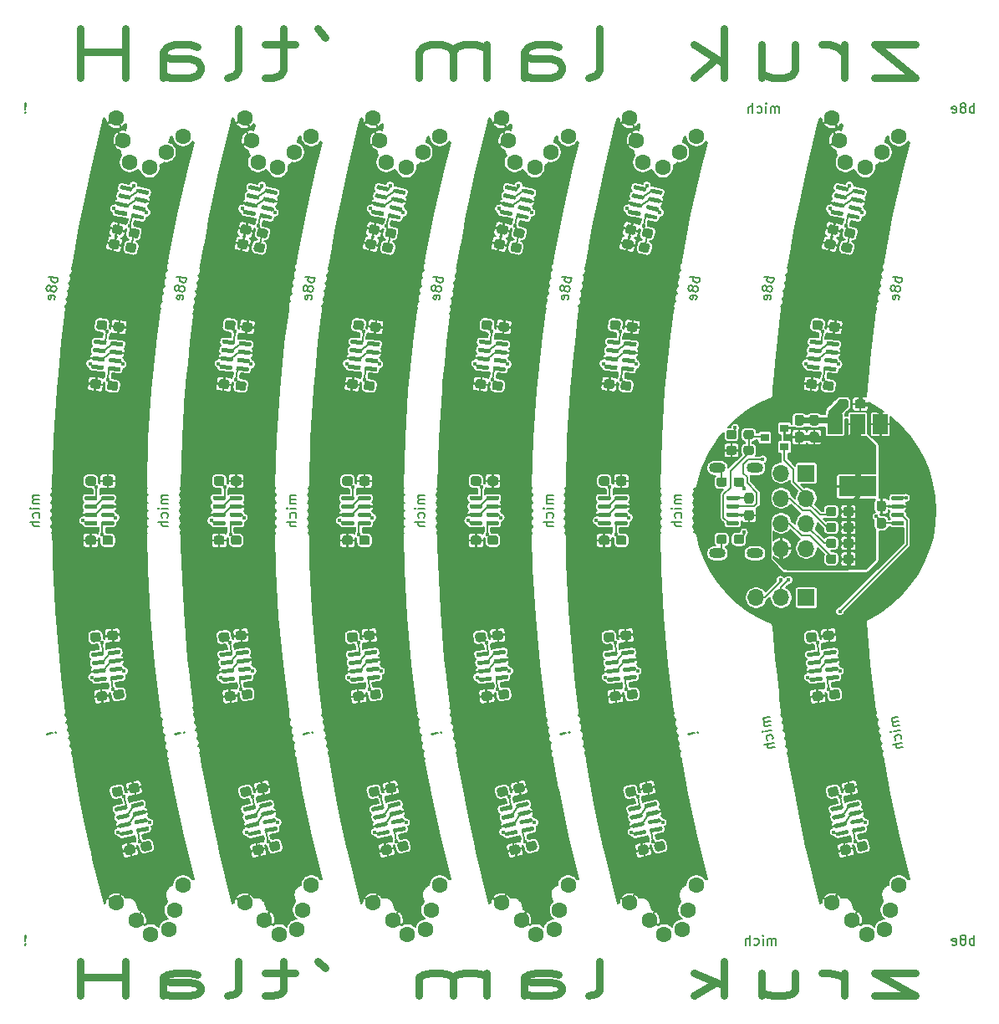
<source format=gbl>
G04 #@! TF.GenerationSoftware,KiCad,Pcbnew,(5.1.10)-1*
G04 #@! TF.CreationDate,2021-11-24T21:38:53+01:00*
G04 #@! TF.ProjectId,pcb,7063622e-6b69-4636-9164-5f7063625858,rev?*
G04 #@! TF.SameCoordinates,Original*
G04 #@! TF.FileFunction,Copper,L2,Bot*
G04 #@! TF.FilePolarity,Positive*
%FSLAX46Y46*%
G04 Gerber Fmt 4.6, Leading zero omitted, Abs format (unit mm)*
G04 Created by KiCad (PCBNEW (5.1.10)-1) date 2021-11-24 21:38:53*
%MOMM*%
%LPD*%
G01*
G04 APERTURE LIST*
G04 #@! TA.AperFunction,NonConductor*
%ADD10C,0.800000*%
G04 #@! TD*
G04 #@! TA.AperFunction,NonConductor*
%ADD11C,0.200000*%
G04 #@! TD*
G04 #@! TA.AperFunction,ComponentPad*
%ADD12O,1.700000X1.700000*%
G04 #@! TD*
G04 #@! TA.AperFunction,ComponentPad*
%ADD13R,1.700000X1.700000*%
G04 #@! TD*
G04 #@! TA.AperFunction,ComponentPad*
%ADD14C,1.600000*%
G04 #@! TD*
G04 #@! TA.AperFunction,SMDPad,CuDef*
%ADD15R,1.500000X2.000000*%
G04 #@! TD*
G04 #@! TA.AperFunction,SMDPad,CuDef*
%ADD16R,3.800000X2.000000*%
G04 #@! TD*
G04 #@! TA.AperFunction,SMDPad,CuDef*
%ADD17R,0.900000X0.800000*%
G04 #@! TD*
G04 #@! TA.AperFunction,ComponentPad*
%ADD18O,1.700000X1.000000*%
G04 #@! TD*
G04 #@! TA.AperFunction,ViaPad*
%ADD19C,0.400000*%
G04 #@! TD*
G04 #@! TA.AperFunction,Conductor*
%ADD20C,0.200000*%
G04 #@! TD*
G04 #@! TA.AperFunction,Conductor*
%ADD21C,0.600000*%
G04 #@! TD*
G04 #@! TA.AperFunction,Conductor*
%ADD22C,0.400000*%
G04 #@! TD*
G04 #@! TA.AperFunction,Conductor*
%ADD23C,0.150000*%
G04 #@! TD*
G04 #@! TA.AperFunction,Conductor*
%ADD24C,0.100000*%
G04 #@! TD*
G04 APERTURE END LIST*
D10*
X142666660Y-146750000D02*
X138476184Y-146750000D01*
X142666660Y-149083333D01*
X138476184Y-149083333D01*
X135428565Y-149083333D02*
X135428565Y-146750000D01*
X135428565Y-147416666D02*
X135047613Y-147083333D01*
X134666660Y-146916666D01*
X133904755Y-146750000D01*
X133142851Y-146750000D01*
X127047613Y-146750000D02*
X127047613Y-149083333D01*
X130476184Y-146750000D02*
X130476184Y-148583333D01*
X130095232Y-148916666D01*
X129333327Y-149083333D01*
X128190470Y-149083333D01*
X127428565Y-148916666D01*
X127047613Y-148750000D01*
X123238089Y-149083333D02*
X123238089Y-145583333D01*
X122476184Y-147750000D02*
X120190470Y-149083333D01*
X120190470Y-146750000D02*
X123238089Y-148083333D01*
X109523803Y-149083333D02*
X110285708Y-148916666D01*
X110666660Y-148583333D01*
X110666660Y-145583333D01*
X103047613Y-149083333D02*
X103047613Y-147250000D01*
X103428565Y-146916666D01*
X104190470Y-146750000D01*
X105714279Y-146750000D01*
X106476184Y-146916666D01*
X103047613Y-148916666D02*
X103809517Y-149083333D01*
X105714279Y-149083333D01*
X106476184Y-148916666D01*
X106857136Y-148583333D01*
X106857136Y-148250000D01*
X106476184Y-147916666D01*
X105714279Y-147750000D01*
X103809517Y-147750000D01*
X103047613Y-147583333D01*
X99238089Y-149083333D02*
X99238089Y-146750000D01*
X99238089Y-147083333D02*
X98857136Y-146916666D01*
X98095232Y-146750000D01*
X96952374Y-146750000D01*
X96190470Y-146916666D01*
X95809517Y-147250000D01*
X95809517Y-149083333D01*
X95809517Y-147250000D02*
X95428565Y-146916666D01*
X94666660Y-146750000D01*
X93523803Y-146750000D01*
X92761898Y-146916666D01*
X92380946Y-147250000D01*
X92380946Y-149083333D01*
X82095232Y-145583333D02*
X82857136Y-146250000D01*
X79809517Y-146750000D02*
X76761898Y-146750000D01*
X78666660Y-145583333D02*
X78666660Y-148583333D01*
X78285708Y-148916666D01*
X77523803Y-149083333D01*
X76761898Y-149083333D01*
X72952374Y-149083333D02*
X73714279Y-148916666D01*
X74095232Y-148583333D01*
X74095232Y-145583333D01*
X66476184Y-149083333D02*
X66476184Y-147250000D01*
X66857136Y-146916666D01*
X67619041Y-146750000D01*
X69142851Y-146750000D01*
X69904755Y-146916666D01*
X66476184Y-148916666D02*
X67238089Y-149083333D01*
X69142851Y-149083333D01*
X69904755Y-148916666D01*
X70285708Y-148583333D01*
X70285708Y-148250000D01*
X69904755Y-147916666D01*
X69142851Y-147750000D01*
X67238089Y-147750000D01*
X66476184Y-147583333D01*
X62666660Y-149083333D02*
X62666660Y-145583333D01*
X62666660Y-147250000D02*
X58095232Y-147250000D01*
X58095232Y-149083333D02*
X58095232Y-145583333D01*
D11*
X148619047Y-143952380D02*
X148619047Y-142952380D01*
X148619047Y-143333333D02*
X148523809Y-143285714D01*
X148333333Y-143285714D01*
X148238095Y-143333333D01*
X148190476Y-143380952D01*
X148142857Y-143476190D01*
X148142857Y-143761904D01*
X148190476Y-143857142D01*
X148238095Y-143904761D01*
X148333333Y-143952380D01*
X148523809Y-143952380D01*
X148619047Y-143904761D01*
X147571428Y-143380952D02*
X147666666Y-143333333D01*
X147714285Y-143285714D01*
X147761904Y-143190476D01*
X147761904Y-143142857D01*
X147714285Y-143047619D01*
X147666666Y-143000000D01*
X147571428Y-142952380D01*
X147380952Y-142952380D01*
X147285714Y-143000000D01*
X147238095Y-143047619D01*
X147190476Y-143142857D01*
X147190476Y-143190476D01*
X147238095Y-143285714D01*
X147285714Y-143333333D01*
X147380952Y-143380952D01*
X147571428Y-143380952D01*
X147666666Y-143428571D01*
X147714285Y-143476190D01*
X147761904Y-143571428D01*
X147761904Y-143761904D01*
X147714285Y-143857142D01*
X147666666Y-143904761D01*
X147571428Y-143952380D01*
X147380952Y-143952380D01*
X147285714Y-143904761D01*
X147238095Y-143857142D01*
X147190476Y-143761904D01*
X147190476Y-143571428D01*
X147238095Y-143476190D01*
X147285714Y-143428571D01*
X147380952Y-143380952D01*
X146380952Y-143904761D02*
X146476190Y-143952380D01*
X146666666Y-143952380D01*
X146761904Y-143904761D01*
X146809523Y-143809523D01*
X146809523Y-143428571D01*
X146761904Y-143333333D01*
X146666666Y-143285714D01*
X146476190Y-143285714D01*
X146380952Y-143333333D01*
X146333333Y-143428571D01*
X146333333Y-143523809D01*
X146809523Y-143619047D01*
X148619047Y-59752380D02*
X148619047Y-58752380D01*
X148619047Y-59133333D02*
X148523809Y-59085714D01*
X148333333Y-59085714D01*
X148238095Y-59133333D01*
X148190476Y-59180952D01*
X148142857Y-59276190D01*
X148142857Y-59561904D01*
X148190476Y-59657142D01*
X148238095Y-59704761D01*
X148333333Y-59752380D01*
X148523809Y-59752380D01*
X148619047Y-59704761D01*
X147571428Y-59180952D02*
X147666666Y-59133333D01*
X147714285Y-59085714D01*
X147761904Y-58990476D01*
X147761904Y-58942857D01*
X147714285Y-58847619D01*
X147666666Y-58800000D01*
X147571428Y-58752380D01*
X147380952Y-58752380D01*
X147285714Y-58800000D01*
X147238095Y-58847619D01*
X147190476Y-58942857D01*
X147190476Y-58990476D01*
X147238095Y-59085714D01*
X147285714Y-59133333D01*
X147380952Y-59180952D01*
X147571428Y-59180952D01*
X147666666Y-59228571D01*
X147714285Y-59276190D01*
X147761904Y-59371428D01*
X147761904Y-59561904D01*
X147714285Y-59657142D01*
X147666666Y-59704761D01*
X147571428Y-59752380D01*
X147380952Y-59752380D01*
X147285714Y-59704761D01*
X147238095Y-59657142D01*
X147190476Y-59561904D01*
X147190476Y-59371428D01*
X147238095Y-59276190D01*
X147285714Y-59228571D01*
X147380952Y-59180952D01*
X146380952Y-59704761D02*
X146476190Y-59752380D01*
X146666666Y-59752380D01*
X146761904Y-59704761D01*
X146809523Y-59609523D01*
X146809523Y-59228571D01*
X146761904Y-59133333D01*
X146666666Y-59085714D01*
X146476190Y-59085714D01*
X146380952Y-59133333D01*
X146333333Y-59228571D01*
X146333333Y-59323809D01*
X146809523Y-59419047D01*
X128547619Y-143952380D02*
X128547619Y-143285714D01*
X128547619Y-143380952D02*
X128500000Y-143333333D01*
X128404761Y-143285714D01*
X128261904Y-143285714D01*
X128166666Y-143333333D01*
X128119047Y-143428571D01*
X128119047Y-143952380D01*
X128119047Y-143428571D02*
X128071428Y-143333333D01*
X127976190Y-143285714D01*
X127833333Y-143285714D01*
X127738095Y-143333333D01*
X127690476Y-143428571D01*
X127690476Y-143952380D01*
X127214285Y-143952380D02*
X127214285Y-143285714D01*
X127214285Y-142952380D02*
X127261904Y-143000000D01*
X127214285Y-143047619D01*
X127166666Y-143000000D01*
X127214285Y-142952380D01*
X127214285Y-143047619D01*
X126309523Y-143904761D02*
X126404761Y-143952380D01*
X126595238Y-143952380D01*
X126690476Y-143904761D01*
X126738095Y-143857142D01*
X126785714Y-143761904D01*
X126785714Y-143476190D01*
X126738095Y-143380952D01*
X126690476Y-143333333D01*
X126595238Y-143285714D01*
X126404761Y-143285714D01*
X126309523Y-143333333D01*
X125880952Y-143952380D02*
X125880952Y-142952380D01*
X125452380Y-143952380D02*
X125452380Y-143428571D01*
X125500000Y-143333333D01*
X125595238Y-143285714D01*
X125738095Y-143285714D01*
X125833333Y-143333333D01*
X125880952Y-143380952D01*
X128847619Y-59752380D02*
X128847619Y-59085714D01*
X128847619Y-59180952D02*
X128800000Y-59133333D01*
X128704761Y-59085714D01*
X128561904Y-59085714D01*
X128466666Y-59133333D01*
X128419047Y-59228571D01*
X128419047Y-59752380D01*
X128419047Y-59228571D02*
X128371428Y-59133333D01*
X128276190Y-59085714D01*
X128133333Y-59085714D01*
X128038095Y-59133333D01*
X127990476Y-59228571D01*
X127990476Y-59752380D01*
X127514285Y-59752380D02*
X127514285Y-59085714D01*
X127514285Y-58752380D02*
X127561904Y-58800000D01*
X127514285Y-58847619D01*
X127466666Y-58800000D01*
X127514285Y-58752380D01*
X127514285Y-58847619D01*
X126609523Y-59704761D02*
X126704761Y-59752380D01*
X126895238Y-59752380D01*
X126990476Y-59704761D01*
X127038095Y-59657142D01*
X127085714Y-59561904D01*
X127085714Y-59276190D01*
X127038095Y-59180952D01*
X126990476Y-59133333D01*
X126895238Y-59085714D01*
X126704761Y-59085714D01*
X126609523Y-59133333D01*
X126180952Y-59752380D02*
X126180952Y-58752380D01*
X125752380Y-59752380D02*
X125752380Y-59228571D01*
X125800000Y-59133333D01*
X125895238Y-59085714D01*
X126038095Y-59085714D01*
X126133333Y-59133333D01*
X126180952Y-59180952D01*
X52500000Y-143857142D02*
X52452380Y-143904761D01*
X52500000Y-143952380D01*
X52547619Y-143904761D01*
X52500000Y-143857142D01*
X52500000Y-143952380D01*
X52500000Y-143571428D02*
X52547619Y-143000000D01*
X52500000Y-142952380D01*
X52452380Y-143000000D01*
X52500000Y-143571428D01*
X52500000Y-142952380D01*
X52500000Y-59657142D02*
X52452380Y-59704761D01*
X52500000Y-59752380D01*
X52547619Y-59704761D01*
X52500000Y-59657142D01*
X52500000Y-59752380D01*
X52500000Y-59371428D02*
X52547619Y-58800000D01*
X52500000Y-58752380D01*
X52452380Y-58800000D01*
X52500000Y-59371428D01*
X52500000Y-58752380D01*
X140904710Y-120900666D02*
X140246251Y-121004956D01*
X140340317Y-120990057D02*
X140300733Y-121044539D01*
X140268599Y-121146054D01*
X140290947Y-121287153D01*
X140352878Y-121373769D01*
X140454393Y-121405903D01*
X140971753Y-121323961D01*
X140454393Y-121405903D02*
X140367776Y-121467834D01*
X140335642Y-121569349D01*
X140357990Y-121710448D01*
X140419921Y-121797064D01*
X140521436Y-121829198D01*
X141038797Y-121747256D01*
X141113289Y-122217584D02*
X140454830Y-122321874D01*
X140125601Y-122374018D02*
X140165184Y-122319536D01*
X140219666Y-122359120D01*
X140180083Y-122413602D01*
X140125601Y-122374018D01*
X140219666Y-122359120D01*
X141207792Y-123118656D02*
X141239927Y-123017141D01*
X141210130Y-122829010D01*
X141148198Y-122742394D01*
X141093716Y-122702810D01*
X140992201Y-122670676D01*
X140710005Y-122715372D01*
X140623388Y-122777303D01*
X140583805Y-122831785D01*
X140551671Y-122933300D01*
X140581468Y-123121431D01*
X140643399Y-123208047D01*
X141321869Y-123534502D02*
X140334180Y-123690936D01*
X141388912Y-123957797D02*
X140871551Y-124039739D01*
X140770036Y-124007604D01*
X140708105Y-123920988D01*
X140685757Y-123779890D01*
X140717892Y-123678375D01*
X140757475Y-123623893D01*
X141321869Y-76465497D02*
X140334180Y-76309063D01*
X140710442Y-76368657D02*
X140648511Y-76455273D01*
X140618714Y-76643404D01*
X140650848Y-76744919D01*
X140690432Y-76799401D01*
X140777048Y-76861332D01*
X141059245Y-76906028D01*
X141160760Y-76873894D01*
X141215242Y-76834310D01*
X141277173Y-76747694D01*
X141306970Y-76559563D01*
X141274836Y-76458048D01*
X140593591Y-77410827D02*
X140561457Y-77309312D01*
X140521874Y-77254830D01*
X140435257Y-77192899D01*
X140388225Y-77185450D01*
X140286710Y-77217584D01*
X140232228Y-77257168D01*
X140170296Y-77343784D01*
X140140499Y-77531915D01*
X140172634Y-77633430D01*
X140212217Y-77687912D01*
X140298833Y-77749843D01*
X140345866Y-77757292D01*
X140447381Y-77725158D01*
X140501863Y-77685575D01*
X140563794Y-77598958D01*
X140593591Y-77410827D01*
X140655523Y-77324211D01*
X140710005Y-77284627D01*
X140811520Y-77252493D01*
X140999651Y-77282290D01*
X141086267Y-77344221D01*
X141125851Y-77398703D01*
X141157985Y-77500218D01*
X141128188Y-77688349D01*
X141066256Y-77774966D01*
X141011774Y-77814549D01*
X140910260Y-77846683D01*
X140722128Y-77816886D01*
X140635512Y-77754955D01*
X140595929Y-77700473D01*
X140563794Y-77598958D01*
X140924720Y-78668588D02*
X140986652Y-78581972D01*
X141016449Y-78393841D01*
X140984315Y-78292326D01*
X140897698Y-78230395D01*
X140521436Y-78170801D01*
X140419921Y-78202935D01*
X140357990Y-78289551D01*
X140328193Y-78477683D01*
X140360327Y-78579197D01*
X140446943Y-78641129D01*
X140541009Y-78656027D01*
X140709567Y-78200598D01*
X128321869Y-76465497D02*
X127334180Y-76309063D01*
X127710442Y-76368657D02*
X127648511Y-76455273D01*
X127618714Y-76643404D01*
X127650848Y-76744919D01*
X127690432Y-76799401D01*
X127777048Y-76861332D01*
X128059245Y-76906028D01*
X128160760Y-76873894D01*
X128215242Y-76834310D01*
X128277173Y-76747694D01*
X128306970Y-76559563D01*
X128274836Y-76458048D01*
X127593591Y-77410827D02*
X127561457Y-77309312D01*
X127521874Y-77254830D01*
X127435257Y-77192899D01*
X127388225Y-77185450D01*
X127286710Y-77217584D01*
X127232228Y-77257168D01*
X127170296Y-77343784D01*
X127140499Y-77531915D01*
X127172634Y-77633430D01*
X127212217Y-77687912D01*
X127298833Y-77749843D01*
X127345866Y-77757292D01*
X127447381Y-77725158D01*
X127501863Y-77685575D01*
X127563794Y-77598958D01*
X127593591Y-77410827D01*
X127655523Y-77324211D01*
X127710005Y-77284627D01*
X127811520Y-77252493D01*
X127999651Y-77282290D01*
X128086267Y-77344221D01*
X128125851Y-77398703D01*
X128157985Y-77500218D01*
X128128188Y-77688349D01*
X128066256Y-77774966D01*
X128011774Y-77814549D01*
X127910260Y-77846683D01*
X127722128Y-77816886D01*
X127635512Y-77754955D01*
X127595929Y-77700473D01*
X127563794Y-77598958D01*
X127924720Y-78668588D02*
X127986652Y-78581972D01*
X128016449Y-78393841D01*
X127984315Y-78292326D01*
X127897698Y-78230395D01*
X127521436Y-78170801D01*
X127419921Y-78202935D01*
X127357990Y-78289551D01*
X127328193Y-78477683D01*
X127360327Y-78579197D01*
X127446943Y-78641129D01*
X127541009Y-78656027D01*
X127709567Y-78200598D01*
X127904710Y-120900666D02*
X127246251Y-121004956D01*
X127340317Y-120990057D02*
X127300733Y-121044539D01*
X127268599Y-121146054D01*
X127290947Y-121287153D01*
X127352878Y-121373769D01*
X127454393Y-121405903D01*
X127971753Y-121323961D01*
X127454393Y-121405903D02*
X127367776Y-121467834D01*
X127335642Y-121569349D01*
X127357990Y-121710448D01*
X127419921Y-121797064D01*
X127521436Y-121829198D01*
X128038797Y-121747256D01*
X128113289Y-122217584D02*
X127454830Y-122321874D01*
X127125601Y-122374018D02*
X127165184Y-122319536D01*
X127219666Y-122359120D01*
X127180083Y-122413602D01*
X127125601Y-122374018D01*
X127219666Y-122359120D01*
X128207792Y-123118656D02*
X128239927Y-123017141D01*
X128210130Y-122829010D01*
X128148198Y-122742394D01*
X128093716Y-122702810D01*
X127992201Y-122670676D01*
X127710005Y-122715372D01*
X127623388Y-122777303D01*
X127583805Y-122831785D01*
X127551671Y-122933300D01*
X127581468Y-123121431D01*
X127643399Y-123208047D01*
X128321869Y-123534502D02*
X127334180Y-123690936D01*
X128388912Y-123957797D02*
X127871551Y-124039739D01*
X127770036Y-124007604D01*
X127708105Y-123920988D01*
X127685757Y-123779890D01*
X127717892Y-123678375D01*
X127757475Y-123623893D01*
X120821869Y-76465497D02*
X119834180Y-76309063D01*
X120210442Y-76368657D02*
X120148511Y-76455273D01*
X120118714Y-76643404D01*
X120150848Y-76744919D01*
X120190432Y-76799401D01*
X120277048Y-76861332D01*
X120559245Y-76906028D01*
X120660760Y-76873894D01*
X120715242Y-76834310D01*
X120777173Y-76747694D01*
X120806970Y-76559563D01*
X120774836Y-76458048D01*
X120093591Y-77410827D02*
X120061457Y-77309312D01*
X120021874Y-77254830D01*
X119935257Y-77192899D01*
X119888225Y-77185450D01*
X119786710Y-77217584D01*
X119732228Y-77257168D01*
X119670296Y-77343784D01*
X119640499Y-77531915D01*
X119672634Y-77633430D01*
X119712217Y-77687912D01*
X119798833Y-77749843D01*
X119845866Y-77757292D01*
X119947381Y-77725158D01*
X120001863Y-77685575D01*
X120063794Y-77598958D01*
X120093591Y-77410827D01*
X120155523Y-77324211D01*
X120210005Y-77284627D01*
X120311520Y-77252493D01*
X120499651Y-77282290D01*
X120586267Y-77344221D01*
X120625851Y-77398703D01*
X120657985Y-77500218D01*
X120628188Y-77688349D01*
X120566256Y-77774966D01*
X120511774Y-77814549D01*
X120410260Y-77846683D01*
X120222128Y-77816886D01*
X120135512Y-77754955D01*
X120095929Y-77700473D01*
X120063794Y-77598958D01*
X120424720Y-78668588D02*
X120486652Y-78581972D01*
X120516449Y-78393841D01*
X120484315Y-78292326D01*
X120397698Y-78230395D01*
X120021436Y-78170801D01*
X119919921Y-78202935D01*
X119857990Y-78289551D01*
X119828193Y-78477683D01*
X119860327Y-78579197D01*
X119946943Y-78641129D01*
X120041009Y-78656027D01*
X120209567Y-78200598D01*
X118952380Y-98452380D02*
X118285714Y-98452380D01*
X118380952Y-98452380D02*
X118333333Y-98500000D01*
X118285714Y-98595238D01*
X118285714Y-98738095D01*
X118333333Y-98833333D01*
X118428571Y-98880952D01*
X118952380Y-98880952D01*
X118428571Y-98880952D02*
X118333333Y-98928571D01*
X118285714Y-99023809D01*
X118285714Y-99166666D01*
X118333333Y-99261904D01*
X118428571Y-99309523D01*
X118952380Y-99309523D01*
X118952380Y-99785714D02*
X118285714Y-99785714D01*
X117952380Y-99785714D02*
X118000000Y-99738095D01*
X118047619Y-99785714D01*
X118000000Y-99833333D01*
X117952380Y-99785714D01*
X118047619Y-99785714D01*
X118904761Y-100690476D02*
X118952380Y-100595238D01*
X118952380Y-100404761D01*
X118904761Y-100309523D01*
X118857142Y-100261904D01*
X118761904Y-100214285D01*
X118476190Y-100214285D01*
X118380952Y-100261904D01*
X118333333Y-100309523D01*
X118285714Y-100404761D01*
X118285714Y-100595238D01*
X118333333Y-100690476D01*
X118952380Y-101119047D02*
X117952380Y-101119047D01*
X118952380Y-101547619D02*
X118428571Y-101547619D01*
X118333333Y-101500000D01*
X118285714Y-101404761D01*
X118285714Y-101261904D01*
X118333333Y-101166666D01*
X118380952Y-101119047D01*
X120552745Y-122444130D02*
X120607227Y-122483714D01*
X120646811Y-122429232D01*
X120592329Y-122389648D01*
X120552745Y-122444130D01*
X120646811Y-122429232D01*
X120270549Y-122488826D02*
X119698706Y-122531184D01*
X119659123Y-122585666D01*
X119713605Y-122625250D01*
X120270549Y-122488826D01*
X119659123Y-122585666D01*
X107821869Y-76465497D02*
X106834180Y-76309063D01*
X107210442Y-76368657D02*
X107148511Y-76455273D01*
X107118714Y-76643404D01*
X107150848Y-76744919D01*
X107190432Y-76799401D01*
X107277048Y-76861332D01*
X107559245Y-76906028D01*
X107660760Y-76873894D01*
X107715242Y-76834310D01*
X107777173Y-76747694D01*
X107806970Y-76559563D01*
X107774836Y-76458048D01*
X107093591Y-77410827D02*
X107061457Y-77309312D01*
X107021874Y-77254830D01*
X106935257Y-77192899D01*
X106888225Y-77185450D01*
X106786710Y-77217584D01*
X106732228Y-77257168D01*
X106670296Y-77343784D01*
X106640499Y-77531915D01*
X106672634Y-77633430D01*
X106712217Y-77687912D01*
X106798833Y-77749843D01*
X106845866Y-77757292D01*
X106947381Y-77725158D01*
X107001863Y-77685575D01*
X107063794Y-77598958D01*
X107093591Y-77410827D01*
X107155523Y-77324211D01*
X107210005Y-77284627D01*
X107311520Y-77252493D01*
X107499651Y-77282290D01*
X107586267Y-77344221D01*
X107625851Y-77398703D01*
X107657985Y-77500218D01*
X107628188Y-77688349D01*
X107566256Y-77774966D01*
X107511774Y-77814549D01*
X107410260Y-77846683D01*
X107222128Y-77816886D01*
X107135512Y-77754955D01*
X107095929Y-77700473D01*
X107063794Y-77598958D01*
X107424720Y-78668588D02*
X107486652Y-78581972D01*
X107516449Y-78393841D01*
X107484315Y-78292326D01*
X107397698Y-78230395D01*
X107021436Y-78170801D01*
X106919921Y-78202935D01*
X106857990Y-78289551D01*
X106828193Y-78477683D01*
X106860327Y-78579197D01*
X106946943Y-78641129D01*
X107041009Y-78656027D01*
X107209567Y-78200598D01*
X105952380Y-98452380D02*
X105285714Y-98452380D01*
X105380952Y-98452380D02*
X105333333Y-98500000D01*
X105285714Y-98595238D01*
X105285714Y-98738095D01*
X105333333Y-98833333D01*
X105428571Y-98880952D01*
X105952380Y-98880952D01*
X105428571Y-98880952D02*
X105333333Y-98928571D01*
X105285714Y-99023809D01*
X105285714Y-99166666D01*
X105333333Y-99261904D01*
X105428571Y-99309523D01*
X105952380Y-99309523D01*
X105952380Y-99785714D02*
X105285714Y-99785714D01*
X104952380Y-99785714D02*
X105000000Y-99738095D01*
X105047619Y-99785714D01*
X105000000Y-99833333D01*
X104952380Y-99785714D01*
X105047619Y-99785714D01*
X105904761Y-100690476D02*
X105952380Y-100595238D01*
X105952380Y-100404761D01*
X105904761Y-100309523D01*
X105857142Y-100261904D01*
X105761904Y-100214285D01*
X105476190Y-100214285D01*
X105380952Y-100261904D01*
X105333333Y-100309523D01*
X105285714Y-100404761D01*
X105285714Y-100595238D01*
X105333333Y-100690476D01*
X105952380Y-101119047D02*
X104952380Y-101119047D01*
X105952380Y-101547619D02*
X105428571Y-101547619D01*
X105333333Y-101500000D01*
X105285714Y-101404761D01*
X105285714Y-101261904D01*
X105333333Y-101166666D01*
X105380952Y-101119047D01*
X107552745Y-122444130D02*
X107607227Y-122483714D01*
X107646811Y-122429232D01*
X107592329Y-122389648D01*
X107552745Y-122444130D01*
X107646811Y-122429232D01*
X107270549Y-122488826D02*
X106698706Y-122531184D01*
X106659123Y-122585666D01*
X106713605Y-122625250D01*
X107270549Y-122488826D01*
X106659123Y-122585666D01*
X94821869Y-76465497D02*
X93834180Y-76309063D01*
X94210442Y-76368657D02*
X94148511Y-76455273D01*
X94118714Y-76643404D01*
X94150848Y-76744919D01*
X94190432Y-76799401D01*
X94277048Y-76861332D01*
X94559245Y-76906028D01*
X94660760Y-76873894D01*
X94715242Y-76834310D01*
X94777173Y-76747694D01*
X94806970Y-76559563D01*
X94774836Y-76458048D01*
X94093591Y-77410827D02*
X94061457Y-77309312D01*
X94021874Y-77254830D01*
X93935257Y-77192899D01*
X93888225Y-77185450D01*
X93786710Y-77217584D01*
X93732228Y-77257168D01*
X93670296Y-77343784D01*
X93640499Y-77531915D01*
X93672634Y-77633430D01*
X93712217Y-77687912D01*
X93798833Y-77749843D01*
X93845866Y-77757292D01*
X93947381Y-77725158D01*
X94001863Y-77685575D01*
X94063794Y-77598958D01*
X94093591Y-77410827D01*
X94155523Y-77324211D01*
X94210005Y-77284627D01*
X94311520Y-77252493D01*
X94499651Y-77282290D01*
X94586267Y-77344221D01*
X94625851Y-77398703D01*
X94657985Y-77500218D01*
X94628188Y-77688349D01*
X94566256Y-77774966D01*
X94511774Y-77814549D01*
X94410260Y-77846683D01*
X94222128Y-77816886D01*
X94135512Y-77754955D01*
X94095929Y-77700473D01*
X94063794Y-77598958D01*
X94424720Y-78668588D02*
X94486652Y-78581972D01*
X94516449Y-78393841D01*
X94484315Y-78292326D01*
X94397698Y-78230395D01*
X94021436Y-78170801D01*
X93919921Y-78202935D01*
X93857990Y-78289551D01*
X93828193Y-78477683D01*
X93860327Y-78579197D01*
X93946943Y-78641129D01*
X94041009Y-78656027D01*
X94209567Y-78200598D01*
X92952380Y-98452380D02*
X92285714Y-98452380D01*
X92380952Y-98452380D02*
X92333333Y-98500000D01*
X92285714Y-98595238D01*
X92285714Y-98738095D01*
X92333333Y-98833333D01*
X92428571Y-98880952D01*
X92952380Y-98880952D01*
X92428571Y-98880952D02*
X92333333Y-98928571D01*
X92285714Y-99023809D01*
X92285714Y-99166666D01*
X92333333Y-99261904D01*
X92428571Y-99309523D01*
X92952380Y-99309523D01*
X92952380Y-99785714D02*
X92285714Y-99785714D01*
X91952380Y-99785714D02*
X92000000Y-99738095D01*
X92047619Y-99785714D01*
X92000000Y-99833333D01*
X91952380Y-99785714D01*
X92047619Y-99785714D01*
X92904761Y-100690476D02*
X92952380Y-100595238D01*
X92952380Y-100404761D01*
X92904761Y-100309523D01*
X92857142Y-100261904D01*
X92761904Y-100214285D01*
X92476190Y-100214285D01*
X92380952Y-100261904D01*
X92333333Y-100309523D01*
X92285714Y-100404761D01*
X92285714Y-100595238D01*
X92333333Y-100690476D01*
X92952380Y-101119047D02*
X91952380Y-101119047D01*
X92952380Y-101547619D02*
X92428571Y-101547619D01*
X92333333Y-101500000D01*
X92285714Y-101404761D01*
X92285714Y-101261904D01*
X92333333Y-101166666D01*
X92380952Y-101119047D01*
X94552745Y-122444130D02*
X94607227Y-122483714D01*
X94646811Y-122429232D01*
X94592329Y-122389648D01*
X94552745Y-122444130D01*
X94646811Y-122429232D01*
X94270549Y-122488826D02*
X93698706Y-122531184D01*
X93659123Y-122585666D01*
X93713605Y-122625250D01*
X94270549Y-122488826D01*
X93659123Y-122585666D01*
X81821869Y-76465497D02*
X80834180Y-76309063D01*
X81210442Y-76368657D02*
X81148511Y-76455273D01*
X81118714Y-76643404D01*
X81150848Y-76744919D01*
X81190432Y-76799401D01*
X81277048Y-76861332D01*
X81559245Y-76906028D01*
X81660760Y-76873894D01*
X81715242Y-76834310D01*
X81777173Y-76747694D01*
X81806970Y-76559563D01*
X81774836Y-76458048D01*
X81093591Y-77410827D02*
X81061457Y-77309312D01*
X81021874Y-77254830D01*
X80935257Y-77192899D01*
X80888225Y-77185450D01*
X80786710Y-77217584D01*
X80732228Y-77257168D01*
X80670296Y-77343784D01*
X80640499Y-77531915D01*
X80672634Y-77633430D01*
X80712217Y-77687912D01*
X80798833Y-77749843D01*
X80845866Y-77757292D01*
X80947381Y-77725158D01*
X81001863Y-77685575D01*
X81063794Y-77598958D01*
X81093591Y-77410827D01*
X81155523Y-77324211D01*
X81210005Y-77284627D01*
X81311520Y-77252493D01*
X81499651Y-77282290D01*
X81586267Y-77344221D01*
X81625851Y-77398703D01*
X81657985Y-77500218D01*
X81628188Y-77688349D01*
X81566256Y-77774966D01*
X81511774Y-77814549D01*
X81410260Y-77846683D01*
X81222128Y-77816886D01*
X81135512Y-77754955D01*
X81095929Y-77700473D01*
X81063794Y-77598958D01*
X81424720Y-78668588D02*
X81486652Y-78581972D01*
X81516449Y-78393841D01*
X81484315Y-78292326D01*
X81397698Y-78230395D01*
X81021436Y-78170801D01*
X80919921Y-78202935D01*
X80857990Y-78289551D01*
X80828193Y-78477683D01*
X80860327Y-78579197D01*
X80946943Y-78641129D01*
X81041009Y-78656027D01*
X81209567Y-78200598D01*
X79952380Y-98452380D02*
X79285714Y-98452380D01*
X79380952Y-98452380D02*
X79333333Y-98500000D01*
X79285714Y-98595238D01*
X79285714Y-98738095D01*
X79333333Y-98833333D01*
X79428571Y-98880952D01*
X79952380Y-98880952D01*
X79428571Y-98880952D02*
X79333333Y-98928571D01*
X79285714Y-99023809D01*
X79285714Y-99166666D01*
X79333333Y-99261904D01*
X79428571Y-99309523D01*
X79952380Y-99309523D01*
X79952380Y-99785714D02*
X79285714Y-99785714D01*
X78952380Y-99785714D02*
X79000000Y-99738095D01*
X79047619Y-99785714D01*
X79000000Y-99833333D01*
X78952380Y-99785714D01*
X79047619Y-99785714D01*
X79904761Y-100690476D02*
X79952380Y-100595238D01*
X79952380Y-100404761D01*
X79904761Y-100309523D01*
X79857142Y-100261904D01*
X79761904Y-100214285D01*
X79476190Y-100214285D01*
X79380952Y-100261904D01*
X79333333Y-100309523D01*
X79285714Y-100404761D01*
X79285714Y-100595238D01*
X79333333Y-100690476D01*
X79952380Y-101119047D02*
X78952380Y-101119047D01*
X79952380Y-101547619D02*
X79428571Y-101547619D01*
X79333333Y-101500000D01*
X79285714Y-101404761D01*
X79285714Y-101261904D01*
X79333333Y-101166666D01*
X79380952Y-101119047D01*
X81552745Y-122444130D02*
X81607227Y-122483714D01*
X81646811Y-122429232D01*
X81592329Y-122389648D01*
X81552745Y-122444130D01*
X81646811Y-122429232D01*
X81270549Y-122488826D02*
X80698706Y-122531184D01*
X80659123Y-122585666D01*
X80713605Y-122625250D01*
X81270549Y-122488826D01*
X80659123Y-122585666D01*
X68821869Y-76465497D02*
X67834180Y-76309063D01*
X68210442Y-76368657D02*
X68148511Y-76455273D01*
X68118714Y-76643404D01*
X68150848Y-76744919D01*
X68190432Y-76799401D01*
X68277048Y-76861332D01*
X68559245Y-76906028D01*
X68660760Y-76873894D01*
X68715242Y-76834310D01*
X68777173Y-76747694D01*
X68806970Y-76559563D01*
X68774836Y-76458048D01*
X68093591Y-77410827D02*
X68061457Y-77309312D01*
X68021874Y-77254830D01*
X67935257Y-77192899D01*
X67888225Y-77185450D01*
X67786710Y-77217584D01*
X67732228Y-77257168D01*
X67670296Y-77343784D01*
X67640499Y-77531915D01*
X67672634Y-77633430D01*
X67712217Y-77687912D01*
X67798833Y-77749843D01*
X67845866Y-77757292D01*
X67947381Y-77725158D01*
X68001863Y-77685575D01*
X68063794Y-77598958D01*
X68093591Y-77410827D01*
X68155523Y-77324211D01*
X68210005Y-77284627D01*
X68311520Y-77252493D01*
X68499651Y-77282290D01*
X68586267Y-77344221D01*
X68625851Y-77398703D01*
X68657985Y-77500218D01*
X68628188Y-77688349D01*
X68566256Y-77774966D01*
X68511774Y-77814549D01*
X68410260Y-77846683D01*
X68222128Y-77816886D01*
X68135512Y-77754955D01*
X68095929Y-77700473D01*
X68063794Y-77598958D01*
X68424720Y-78668588D02*
X68486652Y-78581972D01*
X68516449Y-78393841D01*
X68484315Y-78292326D01*
X68397698Y-78230395D01*
X68021436Y-78170801D01*
X67919921Y-78202935D01*
X67857990Y-78289551D01*
X67828193Y-78477683D01*
X67860327Y-78579197D01*
X67946943Y-78641129D01*
X68041009Y-78656027D01*
X68209567Y-78200598D01*
X66952380Y-98452380D02*
X66285714Y-98452380D01*
X66380952Y-98452380D02*
X66333333Y-98500000D01*
X66285714Y-98595238D01*
X66285714Y-98738095D01*
X66333333Y-98833333D01*
X66428571Y-98880952D01*
X66952380Y-98880952D01*
X66428571Y-98880952D02*
X66333333Y-98928571D01*
X66285714Y-99023809D01*
X66285714Y-99166666D01*
X66333333Y-99261904D01*
X66428571Y-99309523D01*
X66952380Y-99309523D01*
X66952380Y-99785714D02*
X66285714Y-99785714D01*
X65952380Y-99785714D02*
X66000000Y-99738095D01*
X66047619Y-99785714D01*
X66000000Y-99833333D01*
X65952380Y-99785714D01*
X66047619Y-99785714D01*
X66904761Y-100690476D02*
X66952380Y-100595238D01*
X66952380Y-100404761D01*
X66904761Y-100309523D01*
X66857142Y-100261904D01*
X66761904Y-100214285D01*
X66476190Y-100214285D01*
X66380952Y-100261904D01*
X66333333Y-100309523D01*
X66285714Y-100404761D01*
X66285714Y-100595238D01*
X66333333Y-100690476D01*
X66952380Y-101119047D02*
X65952380Y-101119047D01*
X66952380Y-101547619D02*
X66428571Y-101547619D01*
X66333333Y-101500000D01*
X66285714Y-101404761D01*
X66285714Y-101261904D01*
X66333333Y-101166666D01*
X66380952Y-101119047D01*
X68552745Y-122444130D02*
X68607227Y-122483714D01*
X68646811Y-122429232D01*
X68592329Y-122389648D01*
X68552745Y-122444130D01*
X68646811Y-122429232D01*
X68270549Y-122488826D02*
X67698706Y-122531184D01*
X67659123Y-122585666D01*
X67713605Y-122625250D01*
X68270549Y-122488826D01*
X67659123Y-122585666D01*
X53952380Y-98452380D02*
X53285714Y-98452380D01*
X53380952Y-98452380D02*
X53333333Y-98500000D01*
X53285714Y-98595238D01*
X53285714Y-98738095D01*
X53333333Y-98833333D01*
X53428571Y-98880952D01*
X53952380Y-98880952D01*
X53428571Y-98880952D02*
X53333333Y-98928571D01*
X53285714Y-99023809D01*
X53285714Y-99166666D01*
X53333333Y-99261904D01*
X53428571Y-99309523D01*
X53952380Y-99309523D01*
X53952380Y-99785714D02*
X53285714Y-99785714D01*
X52952380Y-99785714D02*
X53000000Y-99738095D01*
X53047619Y-99785714D01*
X53000000Y-99833333D01*
X52952380Y-99785714D01*
X53047619Y-99785714D01*
X53904761Y-100690476D02*
X53952380Y-100595238D01*
X53952380Y-100404761D01*
X53904761Y-100309523D01*
X53857142Y-100261904D01*
X53761904Y-100214285D01*
X53476190Y-100214285D01*
X53380952Y-100261904D01*
X53333333Y-100309523D01*
X53285714Y-100404761D01*
X53285714Y-100595238D01*
X53333333Y-100690476D01*
X53952380Y-101119047D02*
X52952380Y-101119047D01*
X53952380Y-101547619D02*
X53428571Y-101547619D01*
X53333333Y-101500000D01*
X53285714Y-101404761D01*
X53285714Y-101261904D01*
X53333333Y-101166666D01*
X53380952Y-101119047D01*
X55552745Y-122444130D02*
X55607227Y-122483714D01*
X55646811Y-122429232D01*
X55592329Y-122389648D01*
X55552745Y-122444130D01*
X55646811Y-122429232D01*
X55270549Y-122488826D02*
X54698706Y-122531184D01*
X54659123Y-122585666D01*
X54713605Y-122625250D01*
X55270549Y-122488826D01*
X54659123Y-122585666D01*
X55821869Y-76465497D02*
X54834180Y-76309063D01*
X55210442Y-76368657D02*
X55148511Y-76455273D01*
X55118714Y-76643404D01*
X55150848Y-76744919D01*
X55190432Y-76799401D01*
X55277048Y-76861332D01*
X55559245Y-76906028D01*
X55660760Y-76873894D01*
X55715242Y-76834310D01*
X55777173Y-76747694D01*
X55806970Y-76559563D01*
X55774836Y-76458048D01*
X55093591Y-77410827D02*
X55061457Y-77309312D01*
X55021874Y-77254830D01*
X54935257Y-77192899D01*
X54888225Y-77185450D01*
X54786710Y-77217584D01*
X54732228Y-77257168D01*
X54670296Y-77343784D01*
X54640499Y-77531915D01*
X54672634Y-77633430D01*
X54712217Y-77687912D01*
X54798833Y-77749843D01*
X54845866Y-77757292D01*
X54947381Y-77725158D01*
X55001863Y-77685575D01*
X55063794Y-77598958D01*
X55093591Y-77410827D01*
X55155523Y-77324211D01*
X55210005Y-77284627D01*
X55311520Y-77252493D01*
X55499651Y-77282290D01*
X55586267Y-77344221D01*
X55625851Y-77398703D01*
X55657985Y-77500218D01*
X55628188Y-77688349D01*
X55566256Y-77774966D01*
X55511774Y-77814549D01*
X55410260Y-77846683D01*
X55222128Y-77816886D01*
X55135512Y-77754955D01*
X55095929Y-77700473D01*
X55063794Y-77598958D01*
X55424720Y-78668588D02*
X55486652Y-78581972D01*
X55516449Y-78393841D01*
X55484315Y-78292326D01*
X55397698Y-78230395D01*
X55021436Y-78170801D01*
X54919921Y-78202935D01*
X54857990Y-78289551D01*
X54828193Y-78477683D01*
X54860327Y-78579197D01*
X54946943Y-78641129D01*
X55041009Y-78656027D01*
X55209567Y-78200598D01*
D10*
X142666660Y-52828571D02*
X138476184Y-52828571D01*
X142666660Y-56161904D01*
X138476184Y-56161904D01*
X135428565Y-56161904D02*
X135428565Y-52828571D01*
X135428565Y-53780952D02*
X135047613Y-53304761D01*
X134666660Y-53066666D01*
X133904755Y-52828571D01*
X133142851Y-52828571D01*
X127047613Y-52828571D02*
X127047613Y-56161904D01*
X130476184Y-52828571D02*
X130476184Y-55447619D01*
X130095232Y-55923809D01*
X129333327Y-56161904D01*
X128190470Y-56161904D01*
X127428565Y-55923809D01*
X127047613Y-55685714D01*
X123238089Y-56161904D02*
X123238089Y-51161904D01*
X122476184Y-54257142D02*
X120190470Y-56161904D01*
X120190470Y-52828571D02*
X123238089Y-54733333D01*
X109523803Y-56161904D02*
X110285708Y-55923809D01*
X110666660Y-55447619D01*
X110666660Y-51161904D01*
X103047613Y-56161904D02*
X103047613Y-53542857D01*
X103428565Y-53066666D01*
X104190470Y-52828571D01*
X105714279Y-52828571D01*
X106476184Y-53066666D01*
X103047613Y-55923809D02*
X103809517Y-56161904D01*
X105714279Y-56161904D01*
X106476184Y-55923809D01*
X106857136Y-55447619D01*
X106857136Y-54971428D01*
X106476184Y-54495238D01*
X105714279Y-54257142D01*
X103809517Y-54257142D01*
X103047613Y-54019047D01*
X99238089Y-56161904D02*
X99238089Y-52828571D01*
X99238089Y-53304761D02*
X98857136Y-53066666D01*
X98095232Y-52828571D01*
X96952374Y-52828571D01*
X96190470Y-53066666D01*
X95809517Y-53542857D01*
X95809517Y-56161904D01*
X95809517Y-53542857D02*
X95428565Y-53066666D01*
X94666660Y-52828571D01*
X93523803Y-52828571D01*
X92761898Y-53066666D01*
X92380946Y-53542857D01*
X92380946Y-56161904D01*
X82095232Y-51161904D02*
X82857136Y-52114285D01*
X79809517Y-52828571D02*
X76761898Y-52828571D01*
X78666660Y-51161904D02*
X78666660Y-55447619D01*
X78285708Y-55923809D01*
X77523803Y-56161904D01*
X76761898Y-56161904D01*
X72952374Y-56161904D02*
X73714279Y-55923809D01*
X74095232Y-55447619D01*
X74095232Y-51161904D01*
X66476184Y-56161904D02*
X66476184Y-53542857D01*
X66857136Y-53066666D01*
X67619041Y-52828571D01*
X69142851Y-52828571D01*
X69904755Y-53066666D01*
X66476184Y-55923809D02*
X67238089Y-56161904D01*
X69142851Y-56161904D01*
X69904755Y-55923809D01*
X70285708Y-55447619D01*
X70285708Y-54971428D01*
X69904755Y-54495238D01*
X69142851Y-54257142D01*
X67238089Y-54257142D01*
X66476184Y-54019047D01*
X62666660Y-56161904D02*
X62666660Y-51161904D01*
X62666660Y-53542857D02*
X58095232Y-53542857D01*
X58095232Y-56161904D02*
X58095232Y-51161904D01*
G04 #@! TA.AperFunction,SMDPad,CuDef*
G36*
G01*
X135875000Y-88962500D02*
X135875000Y-89437500D01*
G75*
G02*
X135637500Y-89675000I-237500J0D01*
G01*
X135037500Y-89675000D01*
G75*
G02*
X134800000Y-89437500I0J237500D01*
G01*
X134800000Y-88962500D01*
G75*
G02*
X135037500Y-88725000I237500J0D01*
G01*
X135637500Y-88725000D01*
G75*
G02*
X135875000Y-88962500I0J-237500D01*
G01*
G37*
G04 #@! TD.AperFunction*
G04 #@! TA.AperFunction,SMDPad,CuDef*
G36*
G01*
X137600000Y-88962500D02*
X137600000Y-89437500D01*
G75*
G02*
X137362500Y-89675000I-237500J0D01*
G01*
X136762500Y-89675000D01*
G75*
G02*
X136525000Y-89437500I0J237500D01*
G01*
X136525000Y-88962500D01*
G75*
G02*
X136762500Y-88725000I237500J0D01*
G01*
X137362500Y-88725000D01*
G75*
G02*
X137600000Y-88962500I0J-237500D01*
G01*
G37*
G04 #@! TD.AperFunction*
D12*
X129060000Y-103820000D03*
X131600000Y-103820000D03*
X129060000Y-101280000D03*
X131600000Y-101280000D03*
X129060000Y-98740000D03*
X131600000Y-98740000D03*
X129060000Y-96200000D03*
D13*
X131600000Y-96200000D03*
D14*
X76063443Y-64743647D03*
X75409029Y-62549509D03*
X79755695Y-63714195D03*
X74719260Y-60294133D03*
X78091887Y-65287167D03*
X81480740Y-62105867D03*
D15*
X134500000Y-91250000D03*
X139100000Y-91250000D03*
X136800000Y-91250000D03*
D16*
X136800000Y-97550000D03*
D14*
X137704706Y-142861285D03*
X136237550Y-141442675D03*
X140101254Y-140407399D03*
X140980740Y-137894133D03*
X139539965Y-142369529D03*
X134219260Y-139705867D03*
X117204706Y-142861285D03*
X115737550Y-141442675D03*
X119601254Y-140407399D03*
X120480740Y-137894133D03*
X119039965Y-142369529D03*
X113719260Y-139705867D03*
X104204706Y-142861285D03*
X102737550Y-141442675D03*
X106601254Y-140407399D03*
X107480740Y-137894133D03*
X106039965Y-142369529D03*
X100719260Y-139705867D03*
X91204706Y-142861285D03*
X89737550Y-141442675D03*
X93601254Y-140407399D03*
X94480740Y-137894133D03*
X93039965Y-142369529D03*
X87719260Y-139705867D03*
X78204706Y-142861285D03*
X76737550Y-141442675D03*
X80601254Y-140407399D03*
X81480740Y-137894133D03*
X80039965Y-142369529D03*
X74719260Y-139705867D03*
X65204706Y-142861285D03*
X63737550Y-141442675D03*
X67601254Y-140407399D03*
X68480740Y-137894133D03*
X67039965Y-142369529D03*
X61719260Y-139705867D03*
X135563443Y-64743647D03*
X134909029Y-62549509D03*
X139255695Y-63714195D03*
X134219260Y-60294133D03*
X137591887Y-65287167D03*
X140980740Y-62105867D03*
X115063443Y-64743647D03*
X114409029Y-62549509D03*
X118755695Y-63714195D03*
X113719260Y-60294133D03*
X117091887Y-65287167D03*
X120480740Y-62105867D03*
X102063443Y-64743647D03*
X101409029Y-62549509D03*
X105755695Y-63714195D03*
X100719260Y-60294133D03*
X104091887Y-65287167D03*
X107480740Y-62105867D03*
X89063443Y-64743647D03*
X88409029Y-62549509D03*
X92755695Y-63714195D03*
X87719260Y-60294133D03*
X91091887Y-65287167D03*
X94480740Y-62105867D03*
X63063443Y-64743647D03*
X62409029Y-62549509D03*
X66755695Y-63714195D03*
X61719260Y-60294133D03*
X65091887Y-65287167D03*
X68480740Y-62105867D03*
G04 #@! TA.AperFunction,SMDPad,CuDef*
G36*
G01*
X133961631Y-118885793D02*
X133911980Y-118413396D01*
G75*
G02*
X134123353Y-118152371I236199J24826D01*
G01*
X134720066Y-118089654D01*
G75*
G02*
X134981091Y-118301027I24826J-236199D01*
G01*
X135030742Y-118773424D01*
G75*
G02*
X134819369Y-119034449I-236199J-24826D01*
G01*
X134222656Y-119097166D01*
G75*
G02*
X133961631Y-118885793I-24826J236199D01*
G01*
G37*
G04 #@! TD.AperFunction*
G04 #@! TA.AperFunction,SMDPad,CuDef*
G36*
G01*
X132246081Y-119066105D02*
X132196430Y-118593708D01*
G75*
G02*
X132407803Y-118332683I236199J24826D01*
G01*
X133004516Y-118269966D01*
G75*
G02*
X133265541Y-118481339I24826J-236199D01*
G01*
X133315192Y-118953736D01*
G75*
G02*
X133103819Y-119214761I-236199J-24826D01*
G01*
X132507106Y-119277478D01*
G75*
G02*
X132246081Y-119066105I-24826J236199D01*
G01*
G37*
G04 #@! TD.AperFunction*
G04 #@! TA.AperFunction,SMDPad,CuDef*
G36*
G01*
X124250000Y-103137500D02*
X124250000Y-102662500D01*
G75*
G02*
X124487500Y-102425000I237500J0D01*
G01*
X125062500Y-102425000D01*
G75*
G02*
X125300000Y-102662500I0J-237500D01*
G01*
X125300000Y-103137500D01*
G75*
G02*
X125062500Y-103375000I-237500J0D01*
G01*
X124487500Y-103375000D01*
G75*
G02*
X124250000Y-103137500I0J237500D01*
G01*
G37*
G04 #@! TD.AperFunction*
G04 #@! TA.AperFunction,SMDPad,CuDef*
G36*
G01*
X122500000Y-103137500D02*
X122500000Y-102662500D01*
G75*
G02*
X122737500Y-102425000I237500J0D01*
G01*
X123312500Y-102425000D01*
G75*
G02*
X123550000Y-102662500I0J-237500D01*
G01*
X123550000Y-103137500D01*
G75*
G02*
X123312500Y-103375000I-237500J0D01*
G01*
X122737500Y-103375000D01*
G75*
G02*
X122500000Y-103137500I0J237500D01*
G01*
G37*
G04 #@! TD.AperFunction*
G04 #@! TA.AperFunction,SMDPad,CuDef*
G36*
G01*
X123550000Y-96862500D02*
X123550000Y-97337500D01*
G75*
G02*
X123312500Y-97575000I-237500J0D01*
G01*
X122737500Y-97575000D01*
G75*
G02*
X122500000Y-97337500I0J237500D01*
G01*
X122500000Y-96862500D01*
G75*
G02*
X122737500Y-96625000I237500J0D01*
G01*
X123312500Y-96625000D01*
G75*
G02*
X123550000Y-96862500I0J-237500D01*
G01*
G37*
G04 #@! TD.AperFunction*
G04 #@! TA.AperFunction,SMDPad,CuDef*
G36*
G01*
X125300000Y-96862500D02*
X125300000Y-97337500D01*
G75*
G02*
X125062500Y-97575000I-237500J0D01*
G01*
X124487500Y-97575000D01*
G75*
G02*
X124250000Y-97337500I0J237500D01*
G01*
X124250000Y-96862500D01*
G75*
G02*
X124487500Y-96625000I237500J0D01*
G01*
X125062500Y-96625000D01*
G75*
G02*
X125300000Y-96862500I0J-237500D01*
G01*
G37*
G04 #@! TD.AperFunction*
G04 #@! TA.AperFunction,SMDPad,CuDef*
G36*
G01*
X134650000Y-101462500D02*
X134650000Y-101937500D01*
G75*
G02*
X134412500Y-102175000I-237500J0D01*
G01*
X133837500Y-102175000D01*
G75*
G02*
X133600000Y-101937500I0J237500D01*
G01*
X133600000Y-101462500D01*
G75*
G02*
X133837500Y-101225000I237500J0D01*
G01*
X134412500Y-101225000D01*
G75*
G02*
X134650000Y-101462500I0J-237500D01*
G01*
G37*
G04 #@! TD.AperFunction*
G04 #@! TA.AperFunction,SMDPad,CuDef*
G36*
G01*
X136400000Y-101462500D02*
X136400000Y-101937500D01*
G75*
G02*
X136162500Y-102175000I-237500J0D01*
G01*
X135587500Y-102175000D01*
G75*
G02*
X135350000Y-101937500I0J237500D01*
G01*
X135350000Y-101462500D01*
G75*
G02*
X135587500Y-101225000I237500J0D01*
G01*
X136162500Y-101225000D01*
G75*
G02*
X136400000Y-101462500I0J-237500D01*
G01*
G37*
G04 #@! TD.AperFunction*
G04 #@! TA.AperFunction,SMDPad,CuDef*
G36*
G01*
X135350000Y-105137500D02*
X135350000Y-104662500D01*
G75*
G02*
X135587500Y-104425000I237500J0D01*
G01*
X136162500Y-104425000D01*
G75*
G02*
X136400000Y-104662500I0J-237500D01*
G01*
X136400000Y-105137500D01*
G75*
G02*
X136162500Y-105375000I-237500J0D01*
G01*
X135587500Y-105375000D01*
G75*
G02*
X135350000Y-105137500I0J237500D01*
G01*
G37*
G04 #@! TD.AperFunction*
G04 #@! TA.AperFunction,SMDPad,CuDef*
G36*
G01*
X133600000Y-105137500D02*
X133600000Y-104662500D01*
G75*
G02*
X133837500Y-104425000I237500J0D01*
G01*
X134412500Y-104425000D01*
G75*
G02*
X134650000Y-104662500I0J-237500D01*
G01*
X134650000Y-105137500D01*
G75*
G02*
X134412500Y-105375000I-237500J0D01*
G01*
X133837500Y-105375000D01*
G75*
G02*
X133600000Y-105137500I0J237500D01*
G01*
G37*
G04 #@! TD.AperFunction*
G04 #@! TA.AperFunction,SMDPad,CuDef*
G36*
G01*
X135350000Y-100337500D02*
X135350000Y-99862500D01*
G75*
G02*
X135587500Y-99625000I237500J0D01*
G01*
X136162500Y-99625000D01*
G75*
G02*
X136400000Y-99862500I0J-237500D01*
G01*
X136400000Y-100337500D01*
G75*
G02*
X136162500Y-100575000I-237500J0D01*
G01*
X135587500Y-100575000D01*
G75*
G02*
X135350000Y-100337500I0J237500D01*
G01*
G37*
G04 #@! TD.AperFunction*
G04 #@! TA.AperFunction,SMDPad,CuDef*
G36*
G01*
X133600000Y-100337500D02*
X133600000Y-99862500D01*
G75*
G02*
X133837500Y-99625000I237500J0D01*
G01*
X134412500Y-99625000D01*
G75*
G02*
X134650000Y-99862500I0J-237500D01*
G01*
X134650000Y-100337500D01*
G75*
G02*
X134412500Y-100575000I-237500J0D01*
G01*
X133837500Y-100575000D01*
G75*
G02*
X133600000Y-100337500I0J237500D01*
G01*
G37*
G04 #@! TD.AperFunction*
G04 #@! TA.AperFunction,SMDPad,CuDef*
G36*
G01*
X134650000Y-103062500D02*
X134650000Y-103537500D01*
G75*
G02*
X134412500Y-103775000I-237500J0D01*
G01*
X133837500Y-103775000D01*
G75*
G02*
X133600000Y-103537500I0J237500D01*
G01*
X133600000Y-103062500D01*
G75*
G02*
X133837500Y-102825000I237500J0D01*
G01*
X134412500Y-102825000D01*
G75*
G02*
X134650000Y-103062500I0J-237500D01*
G01*
G37*
G04 #@! TD.AperFunction*
G04 #@! TA.AperFunction,SMDPad,CuDef*
G36*
G01*
X136400000Y-103062500D02*
X136400000Y-103537500D01*
G75*
G02*
X136162500Y-103775000I-237500J0D01*
G01*
X135587500Y-103775000D01*
G75*
G02*
X135350000Y-103537500I0J237500D01*
G01*
X135350000Y-103062500D01*
G75*
G02*
X135587500Y-102825000I237500J0D01*
G01*
X136162500Y-102825000D01*
G75*
G02*
X136400000Y-103062500I0J-237500D01*
G01*
G37*
G04 #@! TD.AperFunction*
G04 #@! TA.AperFunction,SMDPad,CuDef*
G36*
G01*
X125250000Y-94137500D02*
X125250000Y-93662500D01*
G75*
G02*
X125487500Y-93425000I237500J0D01*
G01*
X126062500Y-93425000D01*
G75*
G02*
X126300000Y-93662500I0J-237500D01*
G01*
X126300000Y-94137500D01*
G75*
G02*
X126062500Y-94375000I-237500J0D01*
G01*
X125487500Y-94375000D01*
G75*
G02*
X125250000Y-94137500I0J237500D01*
G01*
G37*
G04 #@! TD.AperFunction*
G04 #@! TA.AperFunction,SMDPad,CuDef*
G36*
G01*
X123500000Y-94137500D02*
X123500000Y-93662500D01*
G75*
G02*
X123737500Y-93425000I237500J0D01*
G01*
X124312500Y-93425000D01*
G75*
G02*
X124550000Y-93662500I0J-237500D01*
G01*
X124550000Y-94137500D01*
G75*
G02*
X124312500Y-94375000I-237500J0D01*
G01*
X123737500Y-94375000D01*
G75*
G02*
X123500000Y-94137500I0J237500D01*
G01*
G37*
G04 #@! TD.AperFunction*
G04 #@! TA.AperFunction,SMDPad,CuDef*
G36*
G01*
X125250000Y-92537500D02*
X125250000Y-92062500D01*
G75*
G02*
X125487500Y-91825000I237500J0D01*
G01*
X126062500Y-91825000D01*
G75*
G02*
X126300000Y-92062500I0J-237500D01*
G01*
X126300000Y-92537500D01*
G75*
G02*
X126062500Y-92775000I-237500J0D01*
G01*
X125487500Y-92775000D01*
G75*
G02*
X125250000Y-92537500I0J237500D01*
G01*
G37*
G04 #@! TD.AperFunction*
G04 #@! TA.AperFunction,SMDPad,CuDef*
G36*
G01*
X123500000Y-92537500D02*
X123500000Y-92062500D01*
G75*
G02*
X123737500Y-91825000I237500J0D01*
G01*
X124312500Y-91825000D01*
G75*
G02*
X124550000Y-92062500I0J-237500D01*
G01*
X124550000Y-92537500D01*
G75*
G02*
X124312500Y-92775000I-237500J0D01*
G01*
X123737500Y-92775000D01*
G75*
G02*
X123500000Y-92537500I0J237500D01*
G01*
G37*
G04 #@! TD.AperFunction*
D17*
X127400000Y-92600000D03*
X129400000Y-93550000D03*
X129400000Y-91650000D03*
D18*
X122600000Y-104320000D03*
X122600000Y-95680000D03*
X126400000Y-95680000D03*
X126400000Y-104320000D03*
D12*
X126520000Y-108800000D03*
X129060000Y-108800000D03*
D13*
X131600000Y-108800000D03*
G04 #@! TA.AperFunction,SMDPad,CuDef*
G36*
G01*
X137473265Y-132362512D02*
X136407084Y-132589135D01*
G75*
G02*
X136282548Y-132508261I-21831J102705D01*
G01*
X136238887Y-132302850D01*
G75*
G02*
X136319761Y-132178314I102705J21831D01*
G01*
X137385942Y-131951691D01*
G75*
G02*
X137510478Y-132032565I21831J-102705D01*
G01*
X137554139Y-132237976D01*
G75*
G02*
X137473265Y-132362512I-102705J-21831D01*
G01*
G37*
G04 #@! TD.AperFunction*
G04 #@! TA.AperFunction,SMDPad,CuDef*
G36*
G01*
X137296541Y-131531086D02*
X136230360Y-131757709D01*
G75*
G02*
X136105824Y-131676835I-21831J102705D01*
G01*
X136062163Y-131471424D01*
G75*
G02*
X136143037Y-131346888I102705J21831D01*
G01*
X137209218Y-131120265D01*
G75*
G02*
X137333754Y-131201139I21831J-102705D01*
G01*
X137377415Y-131406550D01*
G75*
G02*
X137296541Y-131531086I-102705J-21831D01*
G01*
G37*
G04 #@! TD.AperFunction*
G04 #@! TA.AperFunction,SMDPad,CuDef*
G36*
G01*
X137119816Y-130699661D02*
X136053635Y-130926284D01*
G75*
G02*
X135929099Y-130845410I-21831J102705D01*
G01*
X135885438Y-130639999D01*
G75*
G02*
X135966312Y-130515463I102705J21831D01*
G01*
X137032493Y-130288840D01*
G75*
G02*
X137157029Y-130369714I21831J-102705D01*
G01*
X137200690Y-130575125D01*
G75*
G02*
X137119816Y-130699661I-102705J-21831D01*
G01*
G37*
G04 #@! TD.AperFunction*
G04 #@! TA.AperFunction,SMDPad,CuDef*
G36*
G01*
X136943091Y-129868235D02*
X135876910Y-130094858D01*
G75*
G02*
X135752374Y-130013984I-21831J102705D01*
G01*
X135708713Y-129808573D01*
G75*
G02*
X135789587Y-129684037I102705J21831D01*
G01*
X136855768Y-129457414D01*
G75*
G02*
X136980304Y-129538288I21831J-102705D01*
G01*
X137023965Y-129743699D01*
G75*
G02*
X136943091Y-129868235I-102705J-21831D01*
G01*
G37*
G04 #@! TD.AperFunction*
G04 #@! TA.AperFunction,SMDPad,CuDef*
G36*
G01*
X134126735Y-130037488D02*
X135192916Y-129810865D01*
G75*
G02*
X135317452Y-129891739I21831J-102705D01*
G01*
X135361113Y-130097150D01*
G75*
G02*
X135280239Y-130221686I-102705J-21831D01*
G01*
X134214058Y-130448309D01*
G75*
G02*
X134089522Y-130367435I-21831J102705D01*
G01*
X134045861Y-130162024D01*
G75*
G02*
X134126735Y-130037488I102705J21831D01*
G01*
G37*
G04 #@! TD.AperFunction*
G04 #@! TA.AperFunction,SMDPad,CuDef*
G36*
G01*
X134303459Y-130868914D02*
X135369640Y-130642291D01*
G75*
G02*
X135494176Y-130723165I21831J-102705D01*
G01*
X135537837Y-130928576D01*
G75*
G02*
X135456963Y-131053112I-102705J-21831D01*
G01*
X134390782Y-131279735D01*
G75*
G02*
X134266246Y-131198861I-21831J102705D01*
G01*
X134222585Y-130993450D01*
G75*
G02*
X134303459Y-130868914I102705J21831D01*
G01*
G37*
G04 #@! TD.AperFunction*
G04 #@! TA.AperFunction,SMDPad,CuDef*
G36*
G01*
X134480184Y-131700339D02*
X135546365Y-131473716D01*
G75*
G02*
X135670901Y-131554590I21831J-102705D01*
G01*
X135714562Y-131760001D01*
G75*
G02*
X135633688Y-131884537I-102705J-21831D01*
G01*
X134567507Y-132111160D01*
G75*
G02*
X134442971Y-132030286I-21831J102705D01*
G01*
X134399310Y-131824875D01*
G75*
G02*
X134480184Y-131700339I102705J21831D01*
G01*
G37*
G04 #@! TD.AperFunction*
G04 #@! TA.AperFunction,SMDPad,CuDef*
G36*
G01*
X134656909Y-132531765D02*
X135723090Y-132305142D01*
G75*
G02*
X135847626Y-132386016I21831J-102705D01*
G01*
X135891287Y-132591427D01*
G75*
G02*
X135810413Y-132715963I-102705J-21831D01*
G01*
X134744232Y-132942586D01*
G75*
G02*
X134619696Y-132861712I-21831J102705D01*
G01*
X134576035Y-132656301D01*
G75*
G02*
X134656909Y-132531765I102705J21831D01*
G01*
G37*
G04 #@! TD.AperFunction*
G04 #@! TA.AperFunction,SMDPad,CuDef*
G36*
G01*
X134842583Y-117031048D02*
X133758554Y-117144984D01*
G75*
G02*
X133643154Y-117051534I-10975J104425D01*
G01*
X133621203Y-116842684D01*
G75*
G02*
X133714653Y-116727284I104425J10975D01*
G01*
X134798682Y-116613348D01*
G75*
G02*
X134914082Y-116706798I10975J-104425D01*
G01*
X134936033Y-116915648D01*
G75*
G02*
X134842583Y-117031048I-104425J-10975D01*
G01*
G37*
G04 #@! TD.AperFunction*
G04 #@! TA.AperFunction,SMDPad,CuDef*
G36*
G01*
X134753733Y-116185704D02*
X133669704Y-116299640D01*
G75*
G02*
X133554304Y-116206190I-10975J104425D01*
G01*
X133532353Y-115997340D01*
G75*
G02*
X133625803Y-115881940I104425J10975D01*
G01*
X134709832Y-115768004D01*
G75*
G02*
X134825232Y-115861454I10975J-104425D01*
G01*
X134847183Y-116070304D01*
G75*
G02*
X134753733Y-116185704I-104425J-10975D01*
G01*
G37*
G04 #@! TD.AperFunction*
G04 #@! TA.AperFunction,SMDPad,CuDef*
G36*
G01*
X134664884Y-115340361D02*
X133580855Y-115454297D01*
G75*
G02*
X133465455Y-115360847I-10975J104425D01*
G01*
X133443504Y-115151997D01*
G75*
G02*
X133536954Y-115036597I104425J10975D01*
G01*
X134620983Y-114922661D01*
G75*
G02*
X134736383Y-115016111I10975J-104425D01*
G01*
X134758334Y-115224961D01*
G75*
G02*
X134664884Y-115340361I-104425J-10975D01*
G01*
G37*
G04 #@! TD.AperFunction*
G04 #@! TA.AperFunction,SMDPad,CuDef*
G36*
G01*
X134576035Y-114495017D02*
X133492006Y-114608953D01*
G75*
G02*
X133376606Y-114515503I-10975J104425D01*
G01*
X133354655Y-114306653D01*
G75*
G02*
X133448105Y-114191253I104425J10975D01*
G01*
X134532134Y-114077317D01*
G75*
G02*
X134647534Y-114170767I10975J-104425D01*
G01*
X134669485Y-114379617D01*
G75*
G02*
X134576035Y-114495017I-104425J-10975D01*
G01*
G37*
G04 #@! TD.AperFunction*
G04 #@! TA.AperFunction,SMDPad,CuDef*
G36*
G01*
X131757417Y-114368952D02*
X132841446Y-114255016D01*
G75*
G02*
X132956846Y-114348466I10975J-104425D01*
G01*
X132978797Y-114557316D01*
G75*
G02*
X132885347Y-114672716I-104425J-10975D01*
G01*
X131801318Y-114786652D01*
G75*
G02*
X131685918Y-114693202I-10975J104425D01*
G01*
X131663967Y-114484352D01*
G75*
G02*
X131757417Y-114368952I104425J10975D01*
G01*
G37*
G04 #@! TD.AperFunction*
G04 #@! TA.AperFunction,SMDPad,CuDef*
G36*
G01*
X131846267Y-115214296D02*
X132930296Y-115100360D01*
G75*
G02*
X133045696Y-115193810I10975J-104425D01*
G01*
X133067647Y-115402660D01*
G75*
G02*
X132974197Y-115518060I-104425J-10975D01*
G01*
X131890168Y-115631996D01*
G75*
G02*
X131774768Y-115538546I-10975J104425D01*
G01*
X131752817Y-115329696D01*
G75*
G02*
X131846267Y-115214296I104425J10975D01*
G01*
G37*
G04 #@! TD.AperFunction*
G04 #@! TA.AperFunction,SMDPad,CuDef*
G36*
G01*
X131935116Y-116059639D02*
X133019145Y-115945703D01*
G75*
G02*
X133134545Y-116039153I10975J-104425D01*
G01*
X133156496Y-116248003D01*
G75*
G02*
X133063046Y-116363403I-104425J-10975D01*
G01*
X131979017Y-116477339D01*
G75*
G02*
X131863617Y-116383889I-10975J104425D01*
G01*
X131841666Y-116175039D01*
G75*
G02*
X131935116Y-116059639I104425J10975D01*
G01*
G37*
G04 #@! TD.AperFunction*
G04 #@! TA.AperFunction,SMDPad,CuDef*
G36*
G01*
X132023965Y-116904983D02*
X133107994Y-116791047D01*
G75*
G02*
X133223394Y-116884497I10975J-104425D01*
G01*
X133245345Y-117093347D01*
G75*
G02*
X133151895Y-117208747I-104425J-10975D01*
G01*
X132067866Y-117322683D01*
G75*
G02*
X131952466Y-117229233I-10975J104425D01*
G01*
X131930515Y-117020383D01*
G75*
G02*
X132023965Y-116904983I104425J10975D01*
G01*
G37*
G04 #@! TD.AperFunction*
G04 #@! TA.AperFunction,SMDPad,CuDef*
G36*
G01*
X141395000Y-101485000D02*
X140305000Y-101485000D01*
G75*
G02*
X140200000Y-101380000I0J105000D01*
G01*
X140200000Y-101170000D01*
G75*
G02*
X140305000Y-101065000I105000J0D01*
G01*
X141395000Y-101065000D01*
G75*
G02*
X141500000Y-101170000I0J-105000D01*
G01*
X141500000Y-101380000D01*
G75*
G02*
X141395000Y-101485000I-105000J0D01*
G01*
G37*
G04 #@! TD.AperFunction*
G04 #@! TA.AperFunction,SMDPad,CuDef*
G36*
G01*
X141395000Y-100635000D02*
X140305000Y-100635000D01*
G75*
G02*
X140200000Y-100530000I0J105000D01*
G01*
X140200000Y-100320000D01*
G75*
G02*
X140305000Y-100215000I105000J0D01*
G01*
X141395000Y-100215000D01*
G75*
G02*
X141500000Y-100320000I0J-105000D01*
G01*
X141500000Y-100530000D01*
G75*
G02*
X141395000Y-100635000I-105000J0D01*
G01*
G37*
G04 #@! TD.AperFunction*
G04 #@! TA.AperFunction,SMDPad,CuDef*
G36*
G01*
X141395000Y-99785000D02*
X140305000Y-99785000D01*
G75*
G02*
X140200000Y-99680000I0J105000D01*
G01*
X140200000Y-99470000D01*
G75*
G02*
X140305000Y-99365000I105000J0D01*
G01*
X141395000Y-99365000D01*
G75*
G02*
X141500000Y-99470000I0J-105000D01*
G01*
X141500000Y-99680000D01*
G75*
G02*
X141395000Y-99785000I-105000J0D01*
G01*
G37*
G04 #@! TD.AperFunction*
G04 #@! TA.AperFunction,SMDPad,CuDef*
G36*
G01*
X141395000Y-98935000D02*
X140305000Y-98935000D01*
G75*
G02*
X140200000Y-98830000I0J105000D01*
G01*
X140200000Y-98620000D01*
G75*
G02*
X140305000Y-98515000I105000J0D01*
G01*
X141395000Y-98515000D01*
G75*
G02*
X141500000Y-98620000I0J-105000D01*
G01*
X141500000Y-98830000D01*
G75*
G02*
X141395000Y-98935000I-105000J0D01*
G01*
G37*
G04 #@! TD.AperFunction*
G04 #@! TA.AperFunction,SMDPad,CuDef*
G36*
G01*
X123605000Y-98515000D02*
X124695000Y-98515000D01*
G75*
G02*
X124800000Y-98620000I0J-105000D01*
G01*
X124800000Y-98830000D01*
G75*
G02*
X124695000Y-98935000I-105000J0D01*
G01*
X123605000Y-98935000D01*
G75*
G02*
X123500000Y-98830000I0J105000D01*
G01*
X123500000Y-98620000D01*
G75*
G02*
X123605000Y-98515000I105000J0D01*
G01*
G37*
G04 #@! TD.AperFunction*
G04 #@! TA.AperFunction,SMDPad,CuDef*
G36*
G01*
X123605000Y-99365000D02*
X124695000Y-99365000D01*
G75*
G02*
X124800000Y-99470000I0J-105000D01*
G01*
X124800000Y-99680000D01*
G75*
G02*
X124695000Y-99785000I-105000J0D01*
G01*
X123605000Y-99785000D01*
G75*
G02*
X123500000Y-99680000I0J105000D01*
G01*
X123500000Y-99470000D01*
G75*
G02*
X123605000Y-99365000I105000J0D01*
G01*
G37*
G04 #@! TD.AperFunction*
G04 #@! TA.AperFunction,SMDPad,CuDef*
G36*
G01*
X123605000Y-100215000D02*
X124695000Y-100215000D01*
G75*
G02*
X124800000Y-100320000I0J-105000D01*
G01*
X124800000Y-100530000D01*
G75*
G02*
X124695000Y-100635000I-105000J0D01*
G01*
X123605000Y-100635000D01*
G75*
G02*
X123500000Y-100530000I0J105000D01*
G01*
X123500000Y-100320000D01*
G75*
G02*
X123605000Y-100215000I105000J0D01*
G01*
G37*
G04 #@! TD.AperFunction*
G04 #@! TA.AperFunction,SMDPad,CuDef*
G36*
G01*
X123605000Y-101065000D02*
X124695000Y-101065000D01*
G75*
G02*
X124800000Y-101170000I0J-105000D01*
G01*
X124800000Y-101380000D01*
G75*
G02*
X124695000Y-101485000I-105000J0D01*
G01*
X123605000Y-101485000D01*
G75*
G02*
X123500000Y-101380000I0J105000D01*
G01*
X123500000Y-101170000D01*
G75*
G02*
X123605000Y-101065000I105000J0D01*
G01*
G37*
G04 #@! TD.AperFunction*
G04 #@! TA.AperFunction,SMDPad,CuDef*
G36*
G01*
X134532134Y-85922683D02*
X133448105Y-85808747D01*
G75*
G02*
X133354655Y-85693347I10975J104425D01*
G01*
X133376606Y-85484497D01*
G75*
G02*
X133492006Y-85391047I104425J-10975D01*
G01*
X134576035Y-85504983D01*
G75*
G02*
X134669485Y-85620383I-10975J-104425D01*
G01*
X134647534Y-85829233D01*
G75*
G02*
X134532134Y-85922683I-104425J10975D01*
G01*
G37*
G04 #@! TD.AperFunction*
G04 #@! TA.AperFunction,SMDPad,CuDef*
G36*
G01*
X134620983Y-85077339D02*
X133536954Y-84963403D01*
G75*
G02*
X133443504Y-84848003I10975J104425D01*
G01*
X133465455Y-84639153D01*
G75*
G02*
X133580855Y-84545703I104425J-10975D01*
G01*
X134664884Y-84659639D01*
G75*
G02*
X134758334Y-84775039I-10975J-104425D01*
G01*
X134736383Y-84983889D01*
G75*
G02*
X134620983Y-85077339I-104425J10975D01*
G01*
G37*
G04 #@! TD.AperFunction*
G04 #@! TA.AperFunction,SMDPad,CuDef*
G36*
G01*
X134709832Y-84231996D02*
X133625803Y-84118060D01*
G75*
G02*
X133532353Y-84002660I10975J104425D01*
G01*
X133554304Y-83793810D01*
G75*
G02*
X133669704Y-83700360I104425J-10975D01*
G01*
X134753733Y-83814296D01*
G75*
G02*
X134847183Y-83929696I-10975J-104425D01*
G01*
X134825232Y-84138546D01*
G75*
G02*
X134709832Y-84231996I-104425J10975D01*
G01*
G37*
G04 #@! TD.AperFunction*
G04 #@! TA.AperFunction,SMDPad,CuDef*
G36*
G01*
X134798682Y-83386652D02*
X133714653Y-83272716D01*
G75*
G02*
X133621203Y-83157316I10975J104425D01*
G01*
X133643154Y-82948466D01*
G75*
G02*
X133758554Y-82855016I104425J-10975D01*
G01*
X134842583Y-82968952D01*
G75*
G02*
X134936033Y-83084352I-10975J-104425D01*
G01*
X134914082Y-83293202D01*
G75*
G02*
X134798682Y-83386652I-104425J10975D01*
G01*
G37*
G04 #@! TD.AperFunction*
G04 #@! TA.AperFunction,SMDPad,CuDef*
G36*
G01*
X132067866Y-82677317D02*
X133151895Y-82791253D01*
G75*
G02*
X133245345Y-82906653I-10975J-104425D01*
G01*
X133223394Y-83115503D01*
G75*
G02*
X133107994Y-83208953I-104425J10975D01*
G01*
X132023965Y-83095017D01*
G75*
G02*
X131930515Y-82979617I10975J104425D01*
G01*
X131952466Y-82770767D01*
G75*
G02*
X132067866Y-82677317I104425J-10975D01*
G01*
G37*
G04 #@! TD.AperFunction*
G04 #@! TA.AperFunction,SMDPad,CuDef*
G36*
G01*
X131979017Y-83522661D02*
X133063046Y-83636597D01*
G75*
G02*
X133156496Y-83751997I-10975J-104425D01*
G01*
X133134545Y-83960847D01*
G75*
G02*
X133019145Y-84054297I-104425J10975D01*
G01*
X131935116Y-83940361D01*
G75*
G02*
X131841666Y-83824961I10975J104425D01*
G01*
X131863617Y-83616111D01*
G75*
G02*
X131979017Y-83522661I104425J-10975D01*
G01*
G37*
G04 #@! TD.AperFunction*
G04 #@! TA.AperFunction,SMDPad,CuDef*
G36*
G01*
X131890168Y-84368004D02*
X132974197Y-84481940D01*
G75*
G02*
X133067647Y-84597340I-10975J-104425D01*
G01*
X133045696Y-84806190D01*
G75*
G02*
X132930296Y-84899640I-104425J10975D01*
G01*
X131846267Y-84785704D01*
G75*
G02*
X131752817Y-84670304I10975J104425D01*
G01*
X131774768Y-84461454D01*
G75*
G02*
X131890168Y-84368004I104425J-10975D01*
G01*
G37*
G04 #@! TD.AperFunction*
G04 #@! TA.AperFunction,SMDPad,CuDef*
G36*
G01*
X131801318Y-85213348D02*
X132885347Y-85327284D01*
G75*
G02*
X132978797Y-85442684I-10975J-104425D01*
G01*
X132956846Y-85651534D01*
G75*
G02*
X132841446Y-85744984I-104425J10975D01*
G01*
X131757417Y-85631048D01*
G75*
G02*
X131663967Y-85515648I10975J104425D01*
G01*
X131685918Y-85306798D01*
G75*
G02*
X131801318Y-85213348I104425J-10975D01*
G01*
G37*
G04 #@! TD.AperFunction*
G04 #@! TA.AperFunction,SMDPad,CuDef*
G36*
G01*
X136855768Y-70542586D02*
X135789587Y-70315963D01*
G75*
G02*
X135708713Y-70191427I21831J102705D01*
G01*
X135752374Y-69986016D01*
G75*
G02*
X135876910Y-69905142I102705J-21831D01*
G01*
X136943091Y-70131765D01*
G75*
G02*
X137023965Y-70256301I-21831J-102705D01*
G01*
X136980304Y-70461712D01*
G75*
G02*
X136855768Y-70542586I-102705J21831D01*
G01*
G37*
G04 #@! TD.AperFunction*
G04 #@! TA.AperFunction,SMDPad,CuDef*
G36*
G01*
X137032493Y-69711160D02*
X135966312Y-69484537D01*
G75*
G02*
X135885438Y-69360001I21831J102705D01*
G01*
X135929099Y-69154590D01*
G75*
G02*
X136053635Y-69073716I102705J-21831D01*
G01*
X137119816Y-69300339D01*
G75*
G02*
X137200690Y-69424875I-21831J-102705D01*
G01*
X137157029Y-69630286D01*
G75*
G02*
X137032493Y-69711160I-102705J21831D01*
G01*
G37*
G04 #@! TD.AperFunction*
G04 #@! TA.AperFunction,SMDPad,CuDef*
G36*
G01*
X137209218Y-68879735D02*
X136143037Y-68653112D01*
G75*
G02*
X136062163Y-68528576I21831J102705D01*
G01*
X136105824Y-68323165D01*
G75*
G02*
X136230360Y-68242291I102705J-21831D01*
G01*
X137296541Y-68468914D01*
G75*
G02*
X137377415Y-68593450I-21831J-102705D01*
G01*
X137333754Y-68798861D01*
G75*
G02*
X137209218Y-68879735I-102705J21831D01*
G01*
G37*
G04 #@! TD.AperFunction*
G04 #@! TA.AperFunction,SMDPad,CuDef*
G36*
G01*
X137385942Y-68048309D02*
X136319761Y-67821686D01*
G75*
G02*
X136238887Y-67697150I21831J102705D01*
G01*
X136282548Y-67491739D01*
G75*
G02*
X136407084Y-67410865I102705J-21831D01*
G01*
X137473265Y-67637488D01*
G75*
G02*
X137554139Y-67762024I-21831J-102705D01*
G01*
X137510478Y-67967435D01*
G75*
G02*
X137385942Y-68048309I-102705J21831D01*
G01*
G37*
G04 #@! TD.AperFunction*
G04 #@! TA.AperFunction,SMDPad,CuDef*
G36*
G01*
X134744232Y-67057414D02*
X135810413Y-67284037D01*
G75*
G02*
X135891287Y-67408573I-21831J-102705D01*
G01*
X135847626Y-67613984D01*
G75*
G02*
X135723090Y-67694858I-102705J21831D01*
G01*
X134656909Y-67468235D01*
G75*
G02*
X134576035Y-67343699I21831J102705D01*
G01*
X134619696Y-67138288D01*
G75*
G02*
X134744232Y-67057414I102705J-21831D01*
G01*
G37*
G04 #@! TD.AperFunction*
G04 #@! TA.AperFunction,SMDPad,CuDef*
G36*
G01*
X134567507Y-67888840D02*
X135633688Y-68115463D01*
G75*
G02*
X135714562Y-68239999I-21831J-102705D01*
G01*
X135670901Y-68445410D01*
G75*
G02*
X135546365Y-68526284I-102705J21831D01*
G01*
X134480184Y-68299661D01*
G75*
G02*
X134399310Y-68175125I21831J102705D01*
G01*
X134442971Y-67969714D01*
G75*
G02*
X134567507Y-67888840I102705J-21831D01*
G01*
G37*
G04 #@! TD.AperFunction*
G04 #@! TA.AperFunction,SMDPad,CuDef*
G36*
G01*
X134390782Y-68720265D02*
X135456963Y-68946888D01*
G75*
G02*
X135537837Y-69071424I-21831J-102705D01*
G01*
X135494176Y-69276835D01*
G75*
G02*
X135369640Y-69357709I-102705J21831D01*
G01*
X134303459Y-69131086D01*
G75*
G02*
X134222585Y-69006550I21831J102705D01*
G01*
X134266246Y-68801139D01*
G75*
G02*
X134390782Y-68720265I102705J-21831D01*
G01*
G37*
G04 #@! TD.AperFunction*
G04 #@! TA.AperFunction,SMDPad,CuDef*
G36*
G01*
X134214058Y-69551691D02*
X135280239Y-69778314D01*
G75*
G02*
X135361113Y-69902850I-21831J-102705D01*
G01*
X135317452Y-70108261D01*
G75*
G02*
X135192916Y-70189135I-102705J21831D01*
G01*
X134126735Y-69962512D01*
G75*
G02*
X134045861Y-69837976I21831J102705D01*
G01*
X134089522Y-69632565D01*
G75*
G02*
X134214058Y-69551691I102705J-21831D01*
G01*
G37*
G04 #@! TD.AperFunction*
G04 #@! TA.AperFunction,SMDPad,CuDef*
G36*
G01*
X116973265Y-132362512D02*
X115907084Y-132589135D01*
G75*
G02*
X115782548Y-132508261I-21831J102705D01*
G01*
X115738887Y-132302850D01*
G75*
G02*
X115819761Y-132178314I102705J21831D01*
G01*
X116885942Y-131951691D01*
G75*
G02*
X117010478Y-132032565I21831J-102705D01*
G01*
X117054139Y-132237976D01*
G75*
G02*
X116973265Y-132362512I-102705J-21831D01*
G01*
G37*
G04 #@! TD.AperFunction*
G04 #@! TA.AperFunction,SMDPad,CuDef*
G36*
G01*
X116796541Y-131531086D02*
X115730360Y-131757709D01*
G75*
G02*
X115605824Y-131676835I-21831J102705D01*
G01*
X115562163Y-131471424D01*
G75*
G02*
X115643037Y-131346888I102705J21831D01*
G01*
X116709218Y-131120265D01*
G75*
G02*
X116833754Y-131201139I21831J-102705D01*
G01*
X116877415Y-131406550D01*
G75*
G02*
X116796541Y-131531086I-102705J-21831D01*
G01*
G37*
G04 #@! TD.AperFunction*
G04 #@! TA.AperFunction,SMDPad,CuDef*
G36*
G01*
X116619816Y-130699661D02*
X115553635Y-130926284D01*
G75*
G02*
X115429099Y-130845410I-21831J102705D01*
G01*
X115385438Y-130639999D01*
G75*
G02*
X115466312Y-130515463I102705J21831D01*
G01*
X116532493Y-130288840D01*
G75*
G02*
X116657029Y-130369714I21831J-102705D01*
G01*
X116700690Y-130575125D01*
G75*
G02*
X116619816Y-130699661I-102705J-21831D01*
G01*
G37*
G04 #@! TD.AperFunction*
G04 #@! TA.AperFunction,SMDPad,CuDef*
G36*
G01*
X116443091Y-129868235D02*
X115376910Y-130094858D01*
G75*
G02*
X115252374Y-130013984I-21831J102705D01*
G01*
X115208713Y-129808573D01*
G75*
G02*
X115289587Y-129684037I102705J21831D01*
G01*
X116355768Y-129457414D01*
G75*
G02*
X116480304Y-129538288I21831J-102705D01*
G01*
X116523965Y-129743699D01*
G75*
G02*
X116443091Y-129868235I-102705J-21831D01*
G01*
G37*
G04 #@! TD.AperFunction*
G04 #@! TA.AperFunction,SMDPad,CuDef*
G36*
G01*
X113626735Y-130037488D02*
X114692916Y-129810865D01*
G75*
G02*
X114817452Y-129891739I21831J-102705D01*
G01*
X114861113Y-130097150D01*
G75*
G02*
X114780239Y-130221686I-102705J-21831D01*
G01*
X113714058Y-130448309D01*
G75*
G02*
X113589522Y-130367435I-21831J102705D01*
G01*
X113545861Y-130162024D01*
G75*
G02*
X113626735Y-130037488I102705J21831D01*
G01*
G37*
G04 #@! TD.AperFunction*
G04 #@! TA.AperFunction,SMDPad,CuDef*
G36*
G01*
X113803459Y-130868914D02*
X114869640Y-130642291D01*
G75*
G02*
X114994176Y-130723165I21831J-102705D01*
G01*
X115037837Y-130928576D01*
G75*
G02*
X114956963Y-131053112I-102705J-21831D01*
G01*
X113890782Y-131279735D01*
G75*
G02*
X113766246Y-131198861I-21831J102705D01*
G01*
X113722585Y-130993450D01*
G75*
G02*
X113803459Y-130868914I102705J21831D01*
G01*
G37*
G04 #@! TD.AperFunction*
G04 #@! TA.AperFunction,SMDPad,CuDef*
G36*
G01*
X113980184Y-131700339D02*
X115046365Y-131473716D01*
G75*
G02*
X115170901Y-131554590I21831J-102705D01*
G01*
X115214562Y-131760001D01*
G75*
G02*
X115133688Y-131884537I-102705J-21831D01*
G01*
X114067507Y-132111160D01*
G75*
G02*
X113942971Y-132030286I-21831J102705D01*
G01*
X113899310Y-131824875D01*
G75*
G02*
X113980184Y-131700339I102705J21831D01*
G01*
G37*
G04 #@! TD.AperFunction*
G04 #@! TA.AperFunction,SMDPad,CuDef*
G36*
G01*
X114156909Y-132531765D02*
X115223090Y-132305142D01*
G75*
G02*
X115347626Y-132386016I21831J-102705D01*
G01*
X115391287Y-132591427D01*
G75*
G02*
X115310413Y-132715963I-102705J-21831D01*
G01*
X114244232Y-132942586D01*
G75*
G02*
X114119696Y-132861712I-21831J102705D01*
G01*
X114076035Y-132656301D01*
G75*
G02*
X114156909Y-132531765I102705J21831D01*
G01*
G37*
G04 #@! TD.AperFunction*
G04 #@! TA.AperFunction,SMDPad,CuDef*
G36*
G01*
X114342583Y-117031048D02*
X113258554Y-117144984D01*
G75*
G02*
X113143154Y-117051534I-10975J104425D01*
G01*
X113121203Y-116842684D01*
G75*
G02*
X113214653Y-116727284I104425J10975D01*
G01*
X114298682Y-116613348D01*
G75*
G02*
X114414082Y-116706798I10975J-104425D01*
G01*
X114436033Y-116915648D01*
G75*
G02*
X114342583Y-117031048I-104425J-10975D01*
G01*
G37*
G04 #@! TD.AperFunction*
G04 #@! TA.AperFunction,SMDPad,CuDef*
G36*
G01*
X114253733Y-116185704D02*
X113169704Y-116299640D01*
G75*
G02*
X113054304Y-116206190I-10975J104425D01*
G01*
X113032353Y-115997340D01*
G75*
G02*
X113125803Y-115881940I104425J10975D01*
G01*
X114209832Y-115768004D01*
G75*
G02*
X114325232Y-115861454I10975J-104425D01*
G01*
X114347183Y-116070304D01*
G75*
G02*
X114253733Y-116185704I-104425J-10975D01*
G01*
G37*
G04 #@! TD.AperFunction*
G04 #@! TA.AperFunction,SMDPad,CuDef*
G36*
G01*
X114164884Y-115340361D02*
X113080855Y-115454297D01*
G75*
G02*
X112965455Y-115360847I-10975J104425D01*
G01*
X112943504Y-115151997D01*
G75*
G02*
X113036954Y-115036597I104425J10975D01*
G01*
X114120983Y-114922661D01*
G75*
G02*
X114236383Y-115016111I10975J-104425D01*
G01*
X114258334Y-115224961D01*
G75*
G02*
X114164884Y-115340361I-104425J-10975D01*
G01*
G37*
G04 #@! TD.AperFunction*
G04 #@! TA.AperFunction,SMDPad,CuDef*
G36*
G01*
X114076035Y-114495017D02*
X112992006Y-114608953D01*
G75*
G02*
X112876606Y-114515503I-10975J104425D01*
G01*
X112854655Y-114306653D01*
G75*
G02*
X112948105Y-114191253I104425J10975D01*
G01*
X114032134Y-114077317D01*
G75*
G02*
X114147534Y-114170767I10975J-104425D01*
G01*
X114169485Y-114379617D01*
G75*
G02*
X114076035Y-114495017I-104425J-10975D01*
G01*
G37*
G04 #@! TD.AperFunction*
G04 #@! TA.AperFunction,SMDPad,CuDef*
G36*
G01*
X111257417Y-114368952D02*
X112341446Y-114255016D01*
G75*
G02*
X112456846Y-114348466I10975J-104425D01*
G01*
X112478797Y-114557316D01*
G75*
G02*
X112385347Y-114672716I-104425J-10975D01*
G01*
X111301318Y-114786652D01*
G75*
G02*
X111185918Y-114693202I-10975J104425D01*
G01*
X111163967Y-114484352D01*
G75*
G02*
X111257417Y-114368952I104425J10975D01*
G01*
G37*
G04 #@! TD.AperFunction*
G04 #@! TA.AperFunction,SMDPad,CuDef*
G36*
G01*
X111346267Y-115214296D02*
X112430296Y-115100360D01*
G75*
G02*
X112545696Y-115193810I10975J-104425D01*
G01*
X112567647Y-115402660D01*
G75*
G02*
X112474197Y-115518060I-104425J-10975D01*
G01*
X111390168Y-115631996D01*
G75*
G02*
X111274768Y-115538546I-10975J104425D01*
G01*
X111252817Y-115329696D01*
G75*
G02*
X111346267Y-115214296I104425J10975D01*
G01*
G37*
G04 #@! TD.AperFunction*
G04 #@! TA.AperFunction,SMDPad,CuDef*
G36*
G01*
X111435116Y-116059639D02*
X112519145Y-115945703D01*
G75*
G02*
X112634545Y-116039153I10975J-104425D01*
G01*
X112656496Y-116248003D01*
G75*
G02*
X112563046Y-116363403I-104425J-10975D01*
G01*
X111479017Y-116477339D01*
G75*
G02*
X111363617Y-116383889I-10975J104425D01*
G01*
X111341666Y-116175039D01*
G75*
G02*
X111435116Y-116059639I104425J10975D01*
G01*
G37*
G04 #@! TD.AperFunction*
G04 #@! TA.AperFunction,SMDPad,CuDef*
G36*
G01*
X111523965Y-116904983D02*
X112607994Y-116791047D01*
G75*
G02*
X112723394Y-116884497I10975J-104425D01*
G01*
X112745345Y-117093347D01*
G75*
G02*
X112651895Y-117208747I-104425J-10975D01*
G01*
X111567866Y-117322683D01*
G75*
G02*
X111452466Y-117229233I-10975J104425D01*
G01*
X111430515Y-117020383D01*
G75*
G02*
X111523965Y-116904983I104425J10975D01*
G01*
G37*
G04 #@! TD.AperFunction*
G04 #@! TA.AperFunction,SMDPad,CuDef*
G36*
G01*
X113395000Y-101485000D02*
X112305000Y-101485000D01*
G75*
G02*
X112200000Y-101380000I0J105000D01*
G01*
X112200000Y-101170000D01*
G75*
G02*
X112305000Y-101065000I105000J0D01*
G01*
X113395000Y-101065000D01*
G75*
G02*
X113500000Y-101170000I0J-105000D01*
G01*
X113500000Y-101380000D01*
G75*
G02*
X113395000Y-101485000I-105000J0D01*
G01*
G37*
G04 #@! TD.AperFunction*
G04 #@! TA.AperFunction,SMDPad,CuDef*
G36*
G01*
X113395000Y-100635000D02*
X112305000Y-100635000D01*
G75*
G02*
X112200000Y-100530000I0J105000D01*
G01*
X112200000Y-100320000D01*
G75*
G02*
X112305000Y-100215000I105000J0D01*
G01*
X113395000Y-100215000D01*
G75*
G02*
X113500000Y-100320000I0J-105000D01*
G01*
X113500000Y-100530000D01*
G75*
G02*
X113395000Y-100635000I-105000J0D01*
G01*
G37*
G04 #@! TD.AperFunction*
G04 #@! TA.AperFunction,SMDPad,CuDef*
G36*
G01*
X113395000Y-99785000D02*
X112305000Y-99785000D01*
G75*
G02*
X112200000Y-99680000I0J105000D01*
G01*
X112200000Y-99470000D01*
G75*
G02*
X112305000Y-99365000I105000J0D01*
G01*
X113395000Y-99365000D01*
G75*
G02*
X113500000Y-99470000I0J-105000D01*
G01*
X113500000Y-99680000D01*
G75*
G02*
X113395000Y-99785000I-105000J0D01*
G01*
G37*
G04 #@! TD.AperFunction*
G04 #@! TA.AperFunction,SMDPad,CuDef*
G36*
G01*
X113395000Y-98935000D02*
X112305000Y-98935000D01*
G75*
G02*
X112200000Y-98830000I0J105000D01*
G01*
X112200000Y-98620000D01*
G75*
G02*
X112305000Y-98515000I105000J0D01*
G01*
X113395000Y-98515000D01*
G75*
G02*
X113500000Y-98620000I0J-105000D01*
G01*
X113500000Y-98830000D01*
G75*
G02*
X113395000Y-98935000I-105000J0D01*
G01*
G37*
G04 #@! TD.AperFunction*
G04 #@! TA.AperFunction,SMDPad,CuDef*
G36*
G01*
X110605000Y-98515000D02*
X111695000Y-98515000D01*
G75*
G02*
X111800000Y-98620000I0J-105000D01*
G01*
X111800000Y-98830000D01*
G75*
G02*
X111695000Y-98935000I-105000J0D01*
G01*
X110605000Y-98935000D01*
G75*
G02*
X110500000Y-98830000I0J105000D01*
G01*
X110500000Y-98620000D01*
G75*
G02*
X110605000Y-98515000I105000J0D01*
G01*
G37*
G04 #@! TD.AperFunction*
G04 #@! TA.AperFunction,SMDPad,CuDef*
G36*
G01*
X110605000Y-99365000D02*
X111695000Y-99365000D01*
G75*
G02*
X111800000Y-99470000I0J-105000D01*
G01*
X111800000Y-99680000D01*
G75*
G02*
X111695000Y-99785000I-105000J0D01*
G01*
X110605000Y-99785000D01*
G75*
G02*
X110500000Y-99680000I0J105000D01*
G01*
X110500000Y-99470000D01*
G75*
G02*
X110605000Y-99365000I105000J0D01*
G01*
G37*
G04 #@! TD.AperFunction*
G04 #@! TA.AperFunction,SMDPad,CuDef*
G36*
G01*
X110605000Y-100215000D02*
X111695000Y-100215000D01*
G75*
G02*
X111800000Y-100320000I0J-105000D01*
G01*
X111800000Y-100530000D01*
G75*
G02*
X111695000Y-100635000I-105000J0D01*
G01*
X110605000Y-100635000D01*
G75*
G02*
X110500000Y-100530000I0J105000D01*
G01*
X110500000Y-100320000D01*
G75*
G02*
X110605000Y-100215000I105000J0D01*
G01*
G37*
G04 #@! TD.AperFunction*
G04 #@! TA.AperFunction,SMDPad,CuDef*
G36*
G01*
X110605000Y-101065000D02*
X111695000Y-101065000D01*
G75*
G02*
X111800000Y-101170000I0J-105000D01*
G01*
X111800000Y-101380000D01*
G75*
G02*
X111695000Y-101485000I-105000J0D01*
G01*
X110605000Y-101485000D01*
G75*
G02*
X110500000Y-101380000I0J105000D01*
G01*
X110500000Y-101170000D01*
G75*
G02*
X110605000Y-101065000I105000J0D01*
G01*
G37*
G04 #@! TD.AperFunction*
G04 #@! TA.AperFunction,SMDPad,CuDef*
G36*
G01*
X114032134Y-85922683D02*
X112948105Y-85808747D01*
G75*
G02*
X112854655Y-85693347I10975J104425D01*
G01*
X112876606Y-85484497D01*
G75*
G02*
X112992006Y-85391047I104425J-10975D01*
G01*
X114076035Y-85504983D01*
G75*
G02*
X114169485Y-85620383I-10975J-104425D01*
G01*
X114147534Y-85829233D01*
G75*
G02*
X114032134Y-85922683I-104425J10975D01*
G01*
G37*
G04 #@! TD.AperFunction*
G04 #@! TA.AperFunction,SMDPad,CuDef*
G36*
G01*
X114120983Y-85077339D02*
X113036954Y-84963403D01*
G75*
G02*
X112943504Y-84848003I10975J104425D01*
G01*
X112965455Y-84639153D01*
G75*
G02*
X113080855Y-84545703I104425J-10975D01*
G01*
X114164884Y-84659639D01*
G75*
G02*
X114258334Y-84775039I-10975J-104425D01*
G01*
X114236383Y-84983889D01*
G75*
G02*
X114120983Y-85077339I-104425J10975D01*
G01*
G37*
G04 #@! TD.AperFunction*
G04 #@! TA.AperFunction,SMDPad,CuDef*
G36*
G01*
X114209832Y-84231996D02*
X113125803Y-84118060D01*
G75*
G02*
X113032353Y-84002660I10975J104425D01*
G01*
X113054304Y-83793810D01*
G75*
G02*
X113169704Y-83700360I104425J-10975D01*
G01*
X114253733Y-83814296D01*
G75*
G02*
X114347183Y-83929696I-10975J-104425D01*
G01*
X114325232Y-84138546D01*
G75*
G02*
X114209832Y-84231996I-104425J10975D01*
G01*
G37*
G04 #@! TD.AperFunction*
G04 #@! TA.AperFunction,SMDPad,CuDef*
G36*
G01*
X114298682Y-83386652D02*
X113214653Y-83272716D01*
G75*
G02*
X113121203Y-83157316I10975J104425D01*
G01*
X113143154Y-82948466D01*
G75*
G02*
X113258554Y-82855016I104425J-10975D01*
G01*
X114342583Y-82968952D01*
G75*
G02*
X114436033Y-83084352I-10975J-104425D01*
G01*
X114414082Y-83293202D01*
G75*
G02*
X114298682Y-83386652I-104425J10975D01*
G01*
G37*
G04 #@! TD.AperFunction*
G04 #@! TA.AperFunction,SMDPad,CuDef*
G36*
G01*
X111567866Y-82677317D02*
X112651895Y-82791253D01*
G75*
G02*
X112745345Y-82906653I-10975J-104425D01*
G01*
X112723394Y-83115503D01*
G75*
G02*
X112607994Y-83208953I-104425J10975D01*
G01*
X111523965Y-83095017D01*
G75*
G02*
X111430515Y-82979617I10975J104425D01*
G01*
X111452466Y-82770767D01*
G75*
G02*
X111567866Y-82677317I104425J-10975D01*
G01*
G37*
G04 #@! TD.AperFunction*
G04 #@! TA.AperFunction,SMDPad,CuDef*
G36*
G01*
X111479017Y-83522661D02*
X112563046Y-83636597D01*
G75*
G02*
X112656496Y-83751997I-10975J-104425D01*
G01*
X112634545Y-83960847D01*
G75*
G02*
X112519145Y-84054297I-104425J10975D01*
G01*
X111435116Y-83940361D01*
G75*
G02*
X111341666Y-83824961I10975J104425D01*
G01*
X111363617Y-83616111D01*
G75*
G02*
X111479017Y-83522661I104425J-10975D01*
G01*
G37*
G04 #@! TD.AperFunction*
G04 #@! TA.AperFunction,SMDPad,CuDef*
G36*
G01*
X111390168Y-84368004D02*
X112474197Y-84481940D01*
G75*
G02*
X112567647Y-84597340I-10975J-104425D01*
G01*
X112545696Y-84806190D01*
G75*
G02*
X112430296Y-84899640I-104425J10975D01*
G01*
X111346267Y-84785704D01*
G75*
G02*
X111252817Y-84670304I10975J104425D01*
G01*
X111274768Y-84461454D01*
G75*
G02*
X111390168Y-84368004I104425J-10975D01*
G01*
G37*
G04 #@! TD.AperFunction*
G04 #@! TA.AperFunction,SMDPad,CuDef*
G36*
G01*
X111301318Y-85213348D02*
X112385347Y-85327284D01*
G75*
G02*
X112478797Y-85442684I-10975J-104425D01*
G01*
X112456846Y-85651534D01*
G75*
G02*
X112341446Y-85744984I-104425J10975D01*
G01*
X111257417Y-85631048D01*
G75*
G02*
X111163967Y-85515648I10975J104425D01*
G01*
X111185918Y-85306798D01*
G75*
G02*
X111301318Y-85213348I104425J-10975D01*
G01*
G37*
G04 #@! TD.AperFunction*
G04 #@! TA.AperFunction,SMDPad,CuDef*
G36*
G01*
X116355768Y-70542586D02*
X115289587Y-70315963D01*
G75*
G02*
X115208713Y-70191427I21831J102705D01*
G01*
X115252374Y-69986016D01*
G75*
G02*
X115376910Y-69905142I102705J-21831D01*
G01*
X116443091Y-70131765D01*
G75*
G02*
X116523965Y-70256301I-21831J-102705D01*
G01*
X116480304Y-70461712D01*
G75*
G02*
X116355768Y-70542586I-102705J21831D01*
G01*
G37*
G04 #@! TD.AperFunction*
G04 #@! TA.AperFunction,SMDPad,CuDef*
G36*
G01*
X116532493Y-69711160D02*
X115466312Y-69484537D01*
G75*
G02*
X115385438Y-69360001I21831J102705D01*
G01*
X115429099Y-69154590D01*
G75*
G02*
X115553635Y-69073716I102705J-21831D01*
G01*
X116619816Y-69300339D01*
G75*
G02*
X116700690Y-69424875I-21831J-102705D01*
G01*
X116657029Y-69630286D01*
G75*
G02*
X116532493Y-69711160I-102705J21831D01*
G01*
G37*
G04 #@! TD.AperFunction*
G04 #@! TA.AperFunction,SMDPad,CuDef*
G36*
G01*
X116709218Y-68879735D02*
X115643037Y-68653112D01*
G75*
G02*
X115562163Y-68528576I21831J102705D01*
G01*
X115605824Y-68323165D01*
G75*
G02*
X115730360Y-68242291I102705J-21831D01*
G01*
X116796541Y-68468914D01*
G75*
G02*
X116877415Y-68593450I-21831J-102705D01*
G01*
X116833754Y-68798861D01*
G75*
G02*
X116709218Y-68879735I-102705J21831D01*
G01*
G37*
G04 #@! TD.AperFunction*
G04 #@! TA.AperFunction,SMDPad,CuDef*
G36*
G01*
X116885942Y-68048309D02*
X115819761Y-67821686D01*
G75*
G02*
X115738887Y-67697150I21831J102705D01*
G01*
X115782548Y-67491739D01*
G75*
G02*
X115907084Y-67410865I102705J-21831D01*
G01*
X116973265Y-67637488D01*
G75*
G02*
X117054139Y-67762024I-21831J-102705D01*
G01*
X117010478Y-67967435D01*
G75*
G02*
X116885942Y-68048309I-102705J21831D01*
G01*
G37*
G04 #@! TD.AperFunction*
G04 #@! TA.AperFunction,SMDPad,CuDef*
G36*
G01*
X114244232Y-67057414D02*
X115310413Y-67284037D01*
G75*
G02*
X115391287Y-67408573I-21831J-102705D01*
G01*
X115347626Y-67613984D01*
G75*
G02*
X115223090Y-67694858I-102705J21831D01*
G01*
X114156909Y-67468235D01*
G75*
G02*
X114076035Y-67343699I21831J102705D01*
G01*
X114119696Y-67138288D01*
G75*
G02*
X114244232Y-67057414I102705J-21831D01*
G01*
G37*
G04 #@! TD.AperFunction*
G04 #@! TA.AperFunction,SMDPad,CuDef*
G36*
G01*
X114067507Y-67888840D02*
X115133688Y-68115463D01*
G75*
G02*
X115214562Y-68239999I-21831J-102705D01*
G01*
X115170901Y-68445410D01*
G75*
G02*
X115046365Y-68526284I-102705J21831D01*
G01*
X113980184Y-68299661D01*
G75*
G02*
X113899310Y-68175125I21831J102705D01*
G01*
X113942971Y-67969714D01*
G75*
G02*
X114067507Y-67888840I102705J-21831D01*
G01*
G37*
G04 #@! TD.AperFunction*
G04 #@! TA.AperFunction,SMDPad,CuDef*
G36*
G01*
X113890782Y-68720265D02*
X114956963Y-68946888D01*
G75*
G02*
X115037837Y-69071424I-21831J-102705D01*
G01*
X114994176Y-69276835D01*
G75*
G02*
X114869640Y-69357709I-102705J21831D01*
G01*
X113803459Y-69131086D01*
G75*
G02*
X113722585Y-69006550I21831J102705D01*
G01*
X113766246Y-68801139D01*
G75*
G02*
X113890782Y-68720265I102705J-21831D01*
G01*
G37*
G04 #@! TD.AperFunction*
G04 #@! TA.AperFunction,SMDPad,CuDef*
G36*
G01*
X113714058Y-69551691D02*
X114780239Y-69778314D01*
G75*
G02*
X114861113Y-69902850I-21831J-102705D01*
G01*
X114817452Y-70108261D01*
G75*
G02*
X114692916Y-70189135I-102705J21831D01*
G01*
X113626735Y-69962512D01*
G75*
G02*
X113545861Y-69837976I21831J102705D01*
G01*
X113589522Y-69632565D01*
G75*
G02*
X113714058Y-69551691I102705J-21831D01*
G01*
G37*
G04 #@! TD.AperFunction*
G04 #@! TA.AperFunction,SMDPad,CuDef*
G36*
G01*
X103973265Y-132362512D02*
X102907084Y-132589135D01*
G75*
G02*
X102782548Y-132508261I-21831J102705D01*
G01*
X102738887Y-132302850D01*
G75*
G02*
X102819761Y-132178314I102705J21831D01*
G01*
X103885942Y-131951691D01*
G75*
G02*
X104010478Y-132032565I21831J-102705D01*
G01*
X104054139Y-132237976D01*
G75*
G02*
X103973265Y-132362512I-102705J-21831D01*
G01*
G37*
G04 #@! TD.AperFunction*
G04 #@! TA.AperFunction,SMDPad,CuDef*
G36*
G01*
X103796541Y-131531086D02*
X102730360Y-131757709D01*
G75*
G02*
X102605824Y-131676835I-21831J102705D01*
G01*
X102562163Y-131471424D01*
G75*
G02*
X102643037Y-131346888I102705J21831D01*
G01*
X103709218Y-131120265D01*
G75*
G02*
X103833754Y-131201139I21831J-102705D01*
G01*
X103877415Y-131406550D01*
G75*
G02*
X103796541Y-131531086I-102705J-21831D01*
G01*
G37*
G04 #@! TD.AperFunction*
G04 #@! TA.AperFunction,SMDPad,CuDef*
G36*
G01*
X103619816Y-130699661D02*
X102553635Y-130926284D01*
G75*
G02*
X102429099Y-130845410I-21831J102705D01*
G01*
X102385438Y-130639999D01*
G75*
G02*
X102466312Y-130515463I102705J21831D01*
G01*
X103532493Y-130288840D01*
G75*
G02*
X103657029Y-130369714I21831J-102705D01*
G01*
X103700690Y-130575125D01*
G75*
G02*
X103619816Y-130699661I-102705J-21831D01*
G01*
G37*
G04 #@! TD.AperFunction*
G04 #@! TA.AperFunction,SMDPad,CuDef*
G36*
G01*
X103443091Y-129868235D02*
X102376910Y-130094858D01*
G75*
G02*
X102252374Y-130013984I-21831J102705D01*
G01*
X102208713Y-129808573D01*
G75*
G02*
X102289587Y-129684037I102705J21831D01*
G01*
X103355768Y-129457414D01*
G75*
G02*
X103480304Y-129538288I21831J-102705D01*
G01*
X103523965Y-129743699D01*
G75*
G02*
X103443091Y-129868235I-102705J-21831D01*
G01*
G37*
G04 #@! TD.AperFunction*
G04 #@! TA.AperFunction,SMDPad,CuDef*
G36*
G01*
X100626735Y-130037488D02*
X101692916Y-129810865D01*
G75*
G02*
X101817452Y-129891739I21831J-102705D01*
G01*
X101861113Y-130097150D01*
G75*
G02*
X101780239Y-130221686I-102705J-21831D01*
G01*
X100714058Y-130448309D01*
G75*
G02*
X100589522Y-130367435I-21831J102705D01*
G01*
X100545861Y-130162024D01*
G75*
G02*
X100626735Y-130037488I102705J21831D01*
G01*
G37*
G04 #@! TD.AperFunction*
G04 #@! TA.AperFunction,SMDPad,CuDef*
G36*
G01*
X100803459Y-130868914D02*
X101869640Y-130642291D01*
G75*
G02*
X101994176Y-130723165I21831J-102705D01*
G01*
X102037837Y-130928576D01*
G75*
G02*
X101956963Y-131053112I-102705J-21831D01*
G01*
X100890782Y-131279735D01*
G75*
G02*
X100766246Y-131198861I-21831J102705D01*
G01*
X100722585Y-130993450D01*
G75*
G02*
X100803459Y-130868914I102705J21831D01*
G01*
G37*
G04 #@! TD.AperFunction*
G04 #@! TA.AperFunction,SMDPad,CuDef*
G36*
G01*
X100980184Y-131700339D02*
X102046365Y-131473716D01*
G75*
G02*
X102170901Y-131554590I21831J-102705D01*
G01*
X102214562Y-131760001D01*
G75*
G02*
X102133688Y-131884537I-102705J-21831D01*
G01*
X101067507Y-132111160D01*
G75*
G02*
X100942971Y-132030286I-21831J102705D01*
G01*
X100899310Y-131824875D01*
G75*
G02*
X100980184Y-131700339I102705J21831D01*
G01*
G37*
G04 #@! TD.AperFunction*
G04 #@! TA.AperFunction,SMDPad,CuDef*
G36*
G01*
X101156909Y-132531765D02*
X102223090Y-132305142D01*
G75*
G02*
X102347626Y-132386016I21831J-102705D01*
G01*
X102391287Y-132591427D01*
G75*
G02*
X102310413Y-132715963I-102705J-21831D01*
G01*
X101244232Y-132942586D01*
G75*
G02*
X101119696Y-132861712I-21831J102705D01*
G01*
X101076035Y-132656301D01*
G75*
G02*
X101156909Y-132531765I102705J21831D01*
G01*
G37*
G04 #@! TD.AperFunction*
G04 #@! TA.AperFunction,SMDPad,CuDef*
G36*
G01*
X101342583Y-117031048D02*
X100258554Y-117144984D01*
G75*
G02*
X100143154Y-117051534I-10975J104425D01*
G01*
X100121203Y-116842684D01*
G75*
G02*
X100214653Y-116727284I104425J10975D01*
G01*
X101298682Y-116613348D01*
G75*
G02*
X101414082Y-116706798I10975J-104425D01*
G01*
X101436033Y-116915648D01*
G75*
G02*
X101342583Y-117031048I-104425J-10975D01*
G01*
G37*
G04 #@! TD.AperFunction*
G04 #@! TA.AperFunction,SMDPad,CuDef*
G36*
G01*
X101253733Y-116185704D02*
X100169704Y-116299640D01*
G75*
G02*
X100054304Y-116206190I-10975J104425D01*
G01*
X100032353Y-115997340D01*
G75*
G02*
X100125803Y-115881940I104425J10975D01*
G01*
X101209832Y-115768004D01*
G75*
G02*
X101325232Y-115861454I10975J-104425D01*
G01*
X101347183Y-116070304D01*
G75*
G02*
X101253733Y-116185704I-104425J-10975D01*
G01*
G37*
G04 #@! TD.AperFunction*
G04 #@! TA.AperFunction,SMDPad,CuDef*
G36*
G01*
X101164884Y-115340361D02*
X100080855Y-115454297D01*
G75*
G02*
X99965455Y-115360847I-10975J104425D01*
G01*
X99943504Y-115151997D01*
G75*
G02*
X100036954Y-115036597I104425J10975D01*
G01*
X101120983Y-114922661D01*
G75*
G02*
X101236383Y-115016111I10975J-104425D01*
G01*
X101258334Y-115224961D01*
G75*
G02*
X101164884Y-115340361I-104425J-10975D01*
G01*
G37*
G04 #@! TD.AperFunction*
G04 #@! TA.AperFunction,SMDPad,CuDef*
G36*
G01*
X101076035Y-114495017D02*
X99992006Y-114608953D01*
G75*
G02*
X99876606Y-114515503I-10975J104425D01*
G01*
X99854655Y-114306653D01*
G75*
G02*
X99948105Y-114191253I104425J10975D01*
G01*
X101032134Y-114077317D01*
G75*
G02*
X101147534Y-114170767I10975J-104425D01*
G01*
X101169485Y-114379617D01*
G75*
G02*
X101076035Y-114495017I-104425J-10975D01*
G01*
G37*
G04 #@! TD.AperFunction*
G04 #@! TA.AperFunction,SMDPad,CuDef*
G36*
G01*
X98257417Y-114368952D02*
X99341446Y-114255016D01*
G75*
G02*
X99456846Y-114348466I10975J-104425D01*
G01*
X99478797Y-114557316D01*
G75*
G02*
X99385347Y-114672716I-104425J-10975D01*
G01*
X98301318Y-114786652D01*
G75*
G02*
X98185918Y-114693202I-10975J104425D01*
G01*
X98163967Y-114484352D01*
G75*
G02*
X98257417Y-114368952I104425J10975D01*
G01*
G37*
G04 #@! TD.AperFunction*
G04 #@! TA.AperFunction,SMDPad,CuDef*
G36*
G01*
X98346267Y-115214296D02*
X99430296Y-115100360D01*
G75*
G02*
X99545696Y-115193810I10975J-104425D01*
G01*
X99567647Y-115402660D01*
G75*
G02*
X99474197Y-115518060I-104425J-10975D01*
G01*
X98390168Y-115631996D01*
G75*
G02*
X98274768Y-115538546I-10975J104425D01*
G01*
X98252817Y-115329696D01*
G75*
G02*
X98346267Y-115214296I104425J10975D01*
G01*
G37*
G04 #@! TD.AperFunction*
G04 #@! TA.AperFunction,SMDPad,CuDef*
G36*
G01*
X98435116Y-116059639D02*
X99519145Y-115945703D01*
G75*
G02*
X99634545Y-116039153I10975J-104425D01*
G01*
X99656496Y-116248003D01*
G75*
G02*
X99563046Y-116363403I-104425J-10975D01*
G01*
X98479017Y-116477339D01*
G75*
G02*
X98363617Y-116383889I-10975J104425D01*
G01*
X98341666Y-116175039D01*
G75*
G02*
X98435116Y-116059639I104425J10975D01*
G01*
G37*
G04 #@! TD.AperFunction*
G04 #@! TA.AperFunction,SMDPad,CuDef*
G36*
G01*
X98523965Y-116904983D02*
X99607994Y-116791047D01*
G75*
G02*
X99723394Y-116884497I10975J-104425D01*
G01*
X99745345Y-117093347D01*
G75*
G02*
X99651895Y-117208747I-104425J-10975D01*
G01*
X98567866Y-117322683D01*
G75*
G02*
X98452466Y-117229233I-10975J104425D01*
G01*
X98430515Y-117020383D01*
G75*
G02*
X98523965Y-116904983I104425J10975D01*
G01*
G37*
G04 #@! TD.AperFunction*
G04 #@! TA.AperFunction,SMDPad,CuDef*
G36*
G01*
X100395000Y-101485000D02*
X99305000Y-101485000D01*
G75*
G02*
X99200000Y-101380000I0J105000D01*
G01*
X99200000Y-101170000D01*
G75*
G02*
X99305000Y-101065000I105000J0D01*
G01*
X100395000Y-101065000D01*
G75*
G02*
X100500000Y-101170000I0J-105000D01*
G01*
X100500000Y-101380000D01*
G75*
G02*
X100395000Y-101485000I-105000J0D01*
G01*
G37*
G04 #@! TD.AperFunction*
G04 #@! TA.AperFunction,SMDPad,CuDef*
G36*
G01*
X100395000Y-100635000D02*
X99305000Y-100635000D01*
G75*
G02*
X99200000Y-100530000I0J105000D01*
G01*
X99200000Y-100320000D01*
G75*
G02*
X99305000Y-100215000I105000J0D01*
G01*
X100395000Y-100215000D01*
G75*
G02*
X100500000Y-100320000I0J-105000D01*
G01*
X100500000Y-100530000D01*
G75*
G02*
X100395000Y-100635000I-105000J0D01*
G01*
G37*
G04 #@! TD.AperFunction*
G04 #@! TA.AperFunction,SMDPad,CuDef*
G36*
G01*
X100395000Y-99785000D02*
X99305000Y-99785000D01*
G75*
G02*
X99200000Y-99680000I0J105000D01*
G01*
X99200000Y-99470000D01*
G75*
G02*
X99305000Y-99365000I105000J0D01*
G01*
X100395000Y-99365000D01*
G75*
G02*
X100500000Y-99470000I0J-105000D01*
G01*
X100500000Y-99680000D01*
G75*
G02*
X100395000Y-99785000I-105000J0D01*
G01*
G37*
G04 #@! TD.AperFunction*
G04 #@! TA.AperFunction,SMDPad,CuDef*
G36*
G01*
X100395000Y-98935000D02*
X99305000Y-98935000D01*
G75*
G02*
X99200000Y-98830000I0J105000D01*
G01*
X99200000Y-98620000D01*
G75*
G02*
X99305000Y-98515000I105000J0D01*
G01*
X100395000Y-98515000D01*
G75*
G02*
X100500000Y-98620000I0J-105000D01*
G01*
X100500000Y-98830000D01*
G75*
G02*
X100395000Y-98935000I-105000J0D01*
G01*
G37*
G04 #@! TD.AperFunction*
G04 #@! TA.AperFunction,SMDPad,CuDef*
G36*
G01*
X97605000Y-98515000D02*
X98695000Y-98515000D01*
G75*
G02*
X98800000Y-98620000I0J-105000D01*
G01*
X98800000Y-98830000D01*
G75*
G02*
X98695000Y-98935000I-105000J0D01*
G01*
X97605000Y-98935000D01*
G75*
G02*
X97500000Y-98830000I0J105000D01*
G01*
X97500000Y-98620000D01*
G75*
G02*
X97605000Y-98515000I105000J0D01*
G01*
G37*
G04 #@! TD.AperFunction*
G04 #@! TA.AperFunction,SMDPad,CuDef*
G36*
G01*
X97605000Y-99365000D02*
X98695000Y-99365000D01*
G75*
G02*
X98800000Y-99470000I0J-105000D01*
G01*
X98800000Y-99680000D01*
G75*
G02*
X98695000Y-99785000I-105000J0D01*
G01*
X97605000Y-99785000D01*
G75*
G02*
X97500000Y-99680000I0J105000D01*
G01*
X97500000Y-99470000D01*
G75*
G02*
X97605000Y-99365000I105000J0D01*
G01*
G37*
G04 #@! TD.AperFunction*
G04 #@! TA.AperFunction,SMDPad,CuDef*
G36*
G01*
X97605000Y-100215000D02*
X98695000Y-100215000D01*
G75*
G02*
X98800000Y-100320000I0J-105000D01*
G01*
X98800000Y-100530000D01*
G75*
G02*
X98695000Y-100635000I-105000J0D01*
G01*
X97605000Y-100635000D01*
G75*
G02*
X97500000Y-100530000I0J105000D01*
G01*
X97500000Y-100320000D01*
G75*
G02*
X97605000Y-100215000I105000J0D01*
G01*
G37*
G04 #@! TD.AperFunction*
G04 #@! TA.AperFunction,SMDPad,CuDef*
G36*
G01*
X97605000Y-101065000D02*
X98695000Y-101065000D01*
G75*
G02*
X98800000Y-101170000I0J-105000D01*
G01*
X98800000Y-101380000D01*
G75*
G02*
X98695000Y-101485000I-105000J0D01*
G01*
X97605000Y-101485000D01*
G75*
G02*
X97500000Y-101380000I0J105000D01*
G01*
X97500000Y-101170000D01*
G75*
G02*
X97605000Y-101065000I105000J0D01*
G01*
G37*
G04 #@! TD.AperFunction*
G04 #@! TA.AperFunction,SMDPad,CuDef*
G36*
G01*
X101032134Y-85922683D02*
X99948105Y-85808747D01*
G75*
G02*
X99854655Y-85693347I10975J104425D01*
G01*
X99876606Y-85484497D01*
G75*
G02*
X99992006Y-85391047I104425J-10975D01*
G01*
X101076035Y-85504983D01*
G75*
G02*
X101169485Y-85620383I-10975J-104425D01*
G01*
X101147534Y-85829233D01*
G75*
G02*
X101032134Y-85922683I-104425J10975D01*
G01*
G37*
G04 #@! TD.AperFunction*
G04 #@! TA.AperFunction,SMDPad,CuDef*
G36*
G01*
X101120983Y-85077339D02*
X100036954Y-84963403D01*
G75*
G02*
X99943504Y-84848003I10975J104425D01*
G01*
X99965455Y-84639153D01*
G75*
G02*
X100080855Y-84545703I104425J-10975D01*
G01*
X101164884Y-84659639D01*
G75*
G02*
X101258334Y-84775039I-10975J-104425D01*
G01*
X101236383Y-84983889D01*
G75*
G02*
X101120983Y-85077339I-104425J10975D01*
G01*
G37*
G04 #@! TD.AperFunction*
G04 #@! TA.AperFunction,SMDPad,CuDef*
G36*
G01*
X101209832Y-84231996D02*
X100125803Y-84118060D01*
G75*
G02*
X100032353Y-84002660I10975J104425D01*
G01*
X100054304Y-83793810D01*
G75*
G02*
X100169704Y-83700360I104425J-10975D01*
G01*
X101253733Y-83814296D01*
G75*
G02*
X101347183Y-83929696I-10975J-104425D01*
G01*
X101325232Y-84138546D01*
G75*
G02*
X101209832Y-84231996I-104425J10975D01*
G01*
G37*
G04 #@! TD.AperFunction*
G04 #@! TA.AperFunction,SMDPad,CuDef*
G36*
G01*
X101298682Y-83386652D02*
X100214653Y-83272716D01*
G75*
G02*
X100121203Y-83157316I10975J104425D01*
G01*
X100143154Y-82948466D01*
G75*
G02*
X100258554Y-82855016I104425J-10975D01*
G01*
X101342583Y-82968952D01*
G75*
G02*
X101436033Y-83084352I-10975J-104425D01*
G01*
X101414082Y-83293202D01*
G75*
G02*
X101298682Y-83386652I-104425J10975D01*
G01*
G37*
G04 #@! TD.AperFunction*
G04 #@! TA.AperFunction,SMDPad,CuDef*
G36*
G01*
X98567866Y-82677317D02*
X99651895Y-82791253D01*
G75*
G02*
X99745345Y-82906653I-10975J-104425D01*
G01*
X99723394Y-83115503D01*
G75*
G02*
X99607994Y-83208953I-104425J10975D01*
G01*
X98523965Y-83095017D01*
G75*
G02*
X98430515Y-82979617I10975J104425D01*
G01*
X98452466Y-82770767D01*
G75*
G02*
X98567866Y-82677317I104425J-10975D01*
G01*
G37*
G04 #@! TD.AperFunction*
G04 #@! TA.AperFunction,SMDPad,CuDef*
G36*
G01*
X98479017Y-83522661D02*
X99563046Y-83636597D01*
G75*
G02*
X99656496Y-83751997I-10975J-104425D01*
G01*
X99634545Y-83960847D01*
G75*
G02*
X99519145Y-84054297I-104425J10975D01*
G01*
X98435116Y-83940361D01*
G75*
G02*
X98341666Y-83824961I10975J104425D01*
G01*
X98363617Y-83616111D01*
G75*
G02*
X98479017Y-83522661I104425J-10975D01*
G01*
G37*
G04 #@! TD.AperFunction*
G04 #@! TA.AperFunction,SMDPad,CuDef*
G36*
G01*
X98390168Y-84368004D02*
X99474197Y-84481940D01*
G75*
G02*
X99567647Y-84597340I-10975J-104425D01*
G01*
X99545696Y-84806190D01*
G75*
G02*
X99430296Y-84899640I-104425J10975D01*
G01*
X98346267Y-84785704D01*
G75*
G02*
X98252817Y-84670304I10975J104425D01*
G01*
X98274768Y-84461454D01*
G75*
G02*
X98390168Y-84368004I104425J-10975D01*
G01*
G37*
G04 #@! TD.AperFunction*
G04 #@! TA.AperFunction,SMDPad,CuDef*
G36*
G01*
X98301318Y-85213348D02*
X99385347Y-85327284D01*
G75*
G02*
X99478797Y-85442684I-10975J-104425D01*
G01*
X99456846Y-85651534D01*
G75*
G02*
X99341446Y-85744984I-104425J10975D01*
G01*
X98257417Y-85631048D01*
G75*
G02*
X98163967Y-85515648I10975J104425D01*
G01*
X98185918Y-85306798D01*
G75*
G02*
X98301318Y-85213348I104425J-10975D01*
G01*
G37*
G04 #@! TD.AperFunction*
G04 #@! TA.AperFunction,SMDPad,CuDef*
G36*
G01*
X103355768Y-70542586D02*
X102289587Y-70315963D01*
G75*
G02*
X102208713Y-70191427I21831J102705D01*
G01*
X102252374Y-69986016D01*
G75*
G02*
X102376910Y-69905142I102705J-21831D01*
G01*
X103443091Y-70131765D01*
G75*
G02*
X103523965Y-70256301I-21831J-102705D01*
G01*
X103480304Y-70461712D01*
G75*
G02*
X103355768Y-70542586I-102705J21831D01*
G01*
G37*
G04 #@! TD.AperFunction*
G04 #@! TA.AperFunction,SMDPad,CuDef*
G36*
G01*
X103532493Y-69711160D02*
X102466312Y-69484537D01*
G75*
G02*
X102385438Y-69360001I21831J102705D01*
G01*
X102429099Y-69154590D01*
G75*
G02*
X102553635Y-69073716I102705J-21831D01*
G01*
X103619816Y-69300339D01*
G75*
G02*
X103700690Y-69424875I-21831J-102705D01*
G01*
X103657029Y-69630286D01*
G75*
G02*
X103532493Y-69711160I-102705J21831D01*
G01*
G37*
G04 #@! TD.AperFunction*
G04 #@! TA.AperFunction,SMDPad,CuDef*
G36*
G01*
X103709218Y-68879735D02*
X102643037Y-68653112D01*
G75*
G02*
X102562163Y-68528576I21831J102705D01*
G01*
X102605824Y-68323165D01*
G75*
G02*
X102730360Y-68242291I102705J-21831D01*
G01*
X103796541Y-68468914D01*
G75*
G02*
X103877415Y-68593450I-21831J-102705D01*
G01*
X103833754Y-68798861D01*
G75*
G02*
X103709218Y-68879735I-102705J21831D01*
G01*
G37*
G04 #@! TD.AperFunction*
G04 #@! TA.AperFunction,SMDPad,CuDef*
G36*
G01*
X103885942Y-68048309D02*
X102819761Y-67821686D01*
G75*
G02*
X102738887Y-67697150I21831J102705D01*
G01*
X102782548Y-67491739D01*
G75*
G02*
X102907084Y-67410865I102705J-21831D01*
G01*
X103973265Y-67637488D01*
G75*
G02*
X104054139Y-67762024I-21831J-102705D01*
G01*
X104010478Y-67967435D01*
G75*
G02*
X103885942Y-68048309I-102705J21831D01*
G01*
G37*
G04 #@! TD.AperFunction*
G04 #@! TA.AperFunction,SMDPad,CuDef*
G36*
G01*
X101244232Y-67057414D02*
X102310413Y-67284037D01*
G75*
G02*
X102391287Y-67408573I-21831J-102705D01*
G01*
X102347626Y-67613984D01*
G75*
G02*
X102223090Y-67694858I-102705J21831D01*
G01*
X101156909Y-67468235D01*
G75*
G02*
X101076035Y-67343699I21831J102705D01*
G01*
X101119696Y-67138288D01*
G75*
G02*
X101244232Y-67057414I102705J-21831D01*
G01*
G37*
G04 #@! TD.AperFunction*
G04 #@! TA.AperFunction,SMDPad,CuDef*
G36*
G01*
X101067507Y-67888840D02*
X102133688Y-68115463D01*
G75*
G02*
X102214562Y-68239999I-21831J-102705D01*
G01*
X102170901Y-68445410D01*
G75*
G02*
X102046365Y-68526284I-102705J21831D01*
G01*
X100980184Y-68299661D01*
G75*
G02*
X100899310Y-68175125I21831J102705D01*
G01*
X100942971Y-67969714D01*
G75*
G02*
X101067507Y-67888840I102705J-21831D01*
G01*
G37*
G04 #@! TD.AperFunction*
G04 #@! TA.AperFunction,SMDPad,CuDef*
G36*
G01*
X100890782Y-68720265D02*
X101956963Y-68946888D01*
G75*
G02*
X102037837Y-69071424I-21831J-102705D01*
G01*
X101994176Y-69276835D01*
G75*
G02*
X101869640Y-69357709I-102705J21831D01*
G01*
X100803459Y-69131086D01*
G75*
G02*
X100722585Y-69006550I21831J102705D01*
G01*
X100766246Y-68801139D01*
G75*
G02*
X100890782Y-68720265I102705J-21831D01*
G01*
G37*
G04 #@! TD.AperFunction*
G04 #@! TA.AperFunction,SMDPad,CuDef*
G36*
G01*
X100714058Y-69551691D02*
X101780239Y-69778314D01*
G75*
G02*
X101861113Y-69902850I-21831J-102705D01*
G01*
X101817452Y-70108261D01*
G75*
G02*
X101692916Y-70189135I-102705J21831D01*
G01*
X100626735Y-69962512D01*
G75*
G02*
X100545861Y-69837976I21831J102705D01*
G01*
X100589522Y-69632565D01*
G75*
G02*
X100714058Y-69551691I102705J-21831D01*
G01*
G37*
G04 #@! TD.AperFunction*
G04 #@! TA.AperFunction,SMDPad,CuDef*
G36*
G01*
X90973265Y-132362512D02*
X89907084Y-132589135D01*
G75*
G02*
X89782548Y-132508261I-21831J102705D01*
G01*
X89738887Y-132302850D01*
G75*
G02*
X89819761Y-132178314I102705J21831D01*
G01*
X90885942Y-131951691D01*
G75*
G02*
X91010478Y-132032565I21831J-102705D01*
G01*
X91054139Y-132237976D01*
G75*
G02*
X90973265Y-132362512I-102705J-21831D01*
G01*
G37*
G04 #@! TD.AperFunction*
G04 #@! TA.AperFunction,SMDPad,CuDef*
G36*
G01*
X90796541Y-131531086D02*
X89730360Y-131757709D01*
G75*
G02*
X89605824Y-131676835I-21831J102705D01*
G01*
X89562163Y-131471424D01*
G75*
G02*
X89643037Y-131346888I102705J21831D01*
G01*
X90709218Y-131120265D01*
G75*
G02*
X90833754Y-131201139I21831J-102705D01*
G01*
X90877415Y-131406550D01*
G75*
G02*
X90796541Y-131531086I-102705J-21831D01*
G01*
G37*
G04 #@! TD.AperFunction*
G04 #@! TA.AperFunction,SMDPad,CuDef*
G36*
G01*
X90619816Y-130699661D02*
X89553635Y-130926284D01*
G75*
G02*
X89429099Y-130845410I-21831J102705D01*
G01*
X89385438Y-130639999D01*
G75*
G02*
X89466312Y-130515463I102705J21831D01*
G01*
X90532493Y-130288840D01*
G75*
G02*
X90657029Y-130369714I21831J-102705D01*
G01*
X90700690Y-130575125D01*
G75*
G02*
X90619816Y-130699661I-102705J-21831D01*
G01*
G37*
G04 #@! TD.AperFunction*
G04 #@! TA.AperFunction,SMDPad,CuDef*
G36*
G01*
X90443091Y-129868235D02*
X89376910Y-130094858D01*
G75*
G02*
X89252374Y-130013984I-21831J102705D01*
G01*
X89208713Y-129808573D01*
G75*
G02*
X89289587Y-129684037I102705J21831D01*
G01*
X90355768Y-129457414D01*
G75*
G02*
X90480304Y-129538288I21831J-102705D01*
G01*
X90523965Y-129743699D01*
G75*
G02*
X90443091Y-129868235I-102705J-21831D01*
G01*
G37*
G04 #@! TD.AperFunction*
G04 #@! TA.AperFunction,SMDPad,CuDef*
G36*
G01*
X87626735Y-130037488D02*
X88692916Y-129810865D01*
G75*
G02*
X88817452Y-129891739I21831J-102705D01*
G01*
X88861113Y-130097150D01*
G75*
G02*
X88780239Y-130221686I-102705J-21831D01*
G01*
X87714058Y-130448309D01*
G75*
G02*
X87589522Y-130367435I-21831J102705D01*
G01*
X87545861Y-130162024D01*
G75*
G02*
X87626735Y-130037488I102705J21831D01*
G01*
G37*
G04 #@! TD.AperFunction*
G04 #@! TA.AperFunction,SMDPad,CuDef*
G36*
G01*
X87803459Y-130868914D02*
X88869640Y-130642291D01*
G75*
G02*
X88994176Y-130723165I21831J-102705D01*
G01*
X89037837Y-130928576D01*
G75*
G02*
X88956963Y-131053112I-102705J-21831D01*
G01*
X87890782Y-131279735D01*
G75*
G02*
X87766246Y-131198861I-21831J102705D01*
G01*
X87722585Y-130993450D01*
G75*
G02*
X87803459Y-130868914I102705J21831D01*
G01*
G37*
G04 #@! TD.AperFunction*
G04 #@! TA.AperFunction,SMDPad,CuDef*
G36*
G01*
X87980184Y-131700339D02*
X89046365Y-131473716D01*
G75*
G02*
X89170901Y-131554590I21831J-102705D01*
G01*
X89214562Y-131760001D01*
G75*
G02*
X89133688Y-131884537I-102705J-21831D01*
G01*
X88067507Y-132111160D01*
G75*
G02*
X87942971Y-132030286I-21831J102705D01*
G01*
X87899310Y-131824875D01*
G75*
G02*
X87980184Y-131700339I102705J21831D01*
G01*
G37*
G04 #@! TD.AperFunction*
G04 #@! TA.AperFunction,SMDPad,CuDef*
G36*
G01*
X88156909Y-132531765D02*
X89223090Y-132305142D01*
G75*
G02*
X89347626Y-132386016I21831J-102705D01*
G01*
X89391287Y-132591427D01*
G75*
G02*
X89310413Y-132715963I-102705J-21831D01*
G01*
X88244232Y-132942586D01*
G75*
G02*
X88119696Y-132861712I-21831J102705D01*
G01*
X88076035Y-132656301D01*
G75*
G02*
X88156909Y-132531765I102705J21831D01*
G01*
G37*
G04 #@! TD.AperFunction*
G04 #@! TA.AperFunction,SMDPad,CuDef*
G36*
G01*
X88342583Y-117031048D02*
X87258554Y-117144984D01*
G75*
G02*
X87143154Y-117051534I-10975J104425D01*
G01*
X87121203Y-116842684D01*
G75*
G02*
X87214653Y-116727284I104425J10975D01*
G01*
X88298682Y-116613348D01*
G75*
G02*
X88414082Y-116706798I10975J-104425D01*
G01*
X88436033Y-116915648D01*
G75*
G02*
X88342583Y-117031048I-104425J-10975D01*
G01*
G37*
G04 #@! TD.AperFunction*
G04 #@! TA.AperFunction,SMDPad,CuDef*
G36*
G01*
X88253733Y-116185704D02*
X87169704Y-116299640D01*
G75*
G02*
X87054304Y-116206190I-10975J104425D01*
G01*
X87032353Y-115997340D01*
G75*
G02*
X87125803Y-115881940I104425J10975D01*
G01*
X88209832Y-115768004D01*
G75*
G02*
X88325232Y-115861454I10975J-104425D01*
G01*
X88347183Y-116070304D01*
G75*
G02*
X88253733Y-116185704I-104425J-10975D01*
G01*
G37*
G04 #@! TD.AperFunction*
G04 #@! TA.AperFunction,SMDPad,CuDef*
G36*
G01*
X88164884Y-115340361D02*
X87080855Y-115454297D01*
G75*
G02*
X86965455Y-115360847I-10975J104425D01*
G01*
X86943504Y-115151997D01*
G75*
G02*
X87036954Y-115036597I104425J10975D01*
G01*
X88120983Y-114922661D01*
G75*
G02*
X88236383Y-115016111I10975J-104425D01*
G01*
X88258334Y-115224961D01*
G75*
G02*
X88164884Y-115340361I-104425J-10975D01*
G01*
G37*
G04 #@! TD.AperFunction*
G04 #@! TA.AperFunction,SMDPad,CuDef*
G36*
G01*
X88076035Y-114495017D02*
X86992006Y-114608953D01*
G75*
G02*
X86876606Y-114515503I-10975J104425D01*
G01*
X86854655Y-114306653D01*
G75*
G02*
X86948105Y-114191253I104425J10975D01*
G01*
X88032134Y-114077317D01*
G75*
G02*
X88147534Y-114170767I10975J-104425D01*
G01*
X88169485Y-114379617D01*
G75*
G02*
X88076035Y-114495017I-104425J-10975D01*
G01*
G37*
G04 #@! TD.AperFunction*
G04 #@! TA.AperFunction,SMDPad,CuDef*
G36*
G01*
X85257417Y-114368952D02*
X86341446Y-114255016D01*
G75*
G02*
X86456846Y-114348466I10975J-104425D01*
G01*
X86478797Y-114557316D01*
G75*
G02*
X86385347Y-114672716I-104425J-10975D01*
G01*
X85301318Y-114786652D01*
G75*
G02*
X85185918Y-114693202I-10975J104425D01*
G01*
X85163967Y-114484352D01*
G75*
G02*
X85257417Y-114368952I104425J10975D01*
G01*
G37*
G04 #@! TD.AperFunction*
G04 #@! TA.AperFunction,SMDPad,CuDef*
G36*
G01*
X85346267Y-115214296D02*
X86430296Y-115100360D01*
G75*
G02*
X86545696Y-115193810I10975J-104425D01*
G01*
X86567647Y-115402660D01*
G75*
G02*
X86474197Y-115518060I-104425J-10975D01*
G01*
X85390168Y-115631996D01*
G75*
G02*
X85274768Y-115538546I-10975J104425D01*
G01*
X85252817Y-115329696D01*
G75*
G02*
X85346267Y-115214296I104425J10975D01*
G01*
G37*
G04 #@! TD.AperFunction*
G04 #@! TA.AperFunction,SMDPad,CuDef*
G36*
G01*
X85435116Y-116059639D02*
X86519145Y-115945703D01*
G75*
G02*
X86634545Y-116039153I10975J-104425D01*
G01*
X86656496Y-116248003D01*
G75*
G02*
X86563046Y-116363403I-104425J-10975D01*
G01*
X85479017Y-116477339D01*
G75*
G02*
X85363617Y-116383889I-10975J104425D01*
G01*
X85341666Y-116175039D01*
G75*
G02*
X85435116Y-116059639I104425J10975D01*
G01*
G37*
G04 #@! TD.AperFunction*
G04 #@! TA.AperFunction,SMDPad,CuDef*
G36*
G01*
X85523965Y-116904983D02*
X86607994Y-116791047D01*
G75*
G02*
X86723394Y-116884497I10975J-104425D01*
G01*
X86745345Y-117093347D01*
G75*
G02*
X86651895Y-117208747I-104425J-10975D01*
G01*
X85567866Y-117322683D01*
G75*
G02*
X85452466Y-117229233I-10975J104425D01*
G01*
X85430515Y-117020383D01*
G75*
G02*
X85523965Y-116904983I104425J10975D01*
G01*
G37*
G04 #@! TD.AperFunction*
G04 #@! TA.AperFunction,SMDPad,CuDef*
G36*
G01*
X87395000Y-101485000D02*
X86305000Y-101485000D01*
G75*
G02*
X86200000Y-101380000I0J105000D01*
G01*
X86200000Y-101170000D01*
G75*
G02*
X86305000Y-101065000I105000J0D01*
G01*
X87395000Y-101065000D01*
G75*
G02*
X87500000Y-101170000I0J-105000D01*
G01*
X87500000Y-101380000D01*
G75*
G02*
X87395000Y-101485000I-105000J0D01*
G01*
G37*
G04 #@! TD.AperFunction*
G04 #@! TA.AperFunction,SMDPad,CuDef*
G36*
G01*
X87395000Y-100635000D02*
X86305000Y-100635000D01*
G75*
G02*
X86200000Y-100530000I0J105000D01*
G01*
X86200000Y-100320000D01*
G75*
G02*
X86305000Y-100215000I105000J0D01*
G01*
X87395000Y-100215000D01*
G75*
G02*
X87500000Y-100320000I0J-105000D01*
G01*
X87500000Y-100530000D01*
G75*
G02*
X87395000Y-100635000I-105000J0D01*
G01*
G37*
G04 #@! TD.AperFunction*
G04 #@! TA.AperFunction,SMDPad,CuDef*
G36*
G01*
X87395000Y-99785000D02*
X86305000Y-99785000D01*
G75*
G02*
X86200000Y-99680000I0J105000D01*
G01*
X86200000Y-99470000D01*
G75*
G02*
X86305000Y-99365000I105000J0D01*
G01*
X87395000Y-99365000D01*
G75*
G02*
X87500000Y-99470000I0J-105000D01*
G01*
X87500000Y-99680000D01*
G75*
G02*
X87395000Y-99785000I-105000J0D01*
G01*
G37*
G04 #@! TD.AperFunction*
G04 #@! TA.AperFunction,SMDPad,CuDef*
G36*
G01*
X87395000Y-98935000D02*
X86305000Y-98935000D01*
G75*
G02*
X86200000Y-98830000I0J105000D01*
G01*
X86200000Y-98620000D01*
G75*
G02*
X86305000Y-98515000I105000J0D01*
G01*
X87395000Y-98515000D01*
G75*
G02*
X87500000Y-98620000I0J-105000D01*
G01*
X87500000Y-98830000D01*
G75*
G02*
X87395000Y-98935000I-105000J0D01*
G01*
G37*
G04 #@! TD.AperFunction*
G04 #@! TA.AperFunction,SMDPad,CuDef*
G36*
G01*
X84605000Y-98515000D02*
X85695000Y-98515000D01*
G75*
G02*
X85800000Y-98620000I0J-105000D01*
G01*
X85800000Y-98830000D01*
G75*
G02*
X85695000Y-98935000I-105000J0D01*
G01*
X84605000Y-98935000D01*
G75*
G02*
X84500000Y-98830000I0J105000D01*
G01*
X84500000Y-98620000D01*
G75*
G02*
X84605000Y-98515000I105000J0D01*
G01*
G37*
G04 #@! TD.AperFunction*
G04 #@! TA.AperFunction,SMDPad,CuDef*
G36*
G01*
X84605000Y-99365000D02*
X85695000Y-99365000D01*
G75*
G02*
X85800000Y-99470000I0J-105000D01*
G01*
X85800000Y-99680000D01*
G75*
G02*
X85695000Y-99785000I-105000J0D01*
G01*
X84605000Y-99785000D01*
G75*
G02*
X84500000Y-99680000I0J105000D01*
G01*
X84500000Y-99470000D01*
G75*
G02*
X84605000Y-99365000I105000J0D01*
G01*
G37*
G04 #@! TD.AperFunction*
G04 #@! TA.AperFunction,SMDPad,CuDef*
G36*
G01*
X84605000Y-100215000D02*
X85695000Y-100215000D01*
G75*
G02*
X85800000Y-100320000I0J-105000D01*
G01*
X85800000Y-100530000D01*
G75*
G02*
X85695000Y-100635000I-105000J0D01*
G01*
X84605000Y-100635000D01*
G75*
G02*
X84500000Y-100530000I0J105000D01*
G01*
X84500000Y-100320000D01*
G75*
G02*
X84605000Y-100215000I105000J0D01*
G01*
G37*
G04 #@! TD.AperFunction*
G04 #@! TA.AperFunction,SMDPad,CuDef*
G36*
G01*
X84605000Y-101065000D02*
X85695000Y-101065000D01*
G75*
G02*
X85800000Y-101170000I0J-105000D01*
G01*
X85800000Y-101380000D01*
G75*
G02*
X85695000Y-101485000I-105000J0D01*
G01*
X84605000Y-101485000D01*
G75*
G02*
X84500000Y-101380000I0J105000D01*
G01*
X84500000Y-101170000D01*
G75*
G02*
X84605000Y-101065000I105000J0D01*
G01*
G37*
G04 #@! TD.AperFunction*
G04 #@! TA.AperFunction,SMDPad,CuDef*
G36*
G01*
X88032134Y-85922683D02*
X86948105Y-85808747D01*
G75*
G02*
X86854655Y-85693347I10975J104425D01*
G01*
X86876606Y-85484497D01*
G75*
G02*
X86992006Y-85391047I104425J-10975D01*
G01*
X88076035Y-85504983D01*
G75*
G02*
X88169485Y-85620383I-10975J-104425D01*
G01*
X88147534Y-85829233D01*
G75*
G02*
X88032134Y-85922683I-104425J10975D01*
G01*
G37*
G04 #@! TD.AperFunction*
G04 #@! TA.AperFunction,SMDPad,CuDef*
G36*
G01*
X88120983Y-85077339D02*
X87036954Y-84963403D01*
G75*
G02*
X86943504Y-84848003I10975J104425D01*
G01*
X86965455Y-84639153D01*
G75*
G02*
X87080855Y-84545703I104425J-10975D01*
G01*
X88164884Y-84659639D01*
G75*
G02*
X88258334Y-84775039I-10975J-104425D01*
G01*
X88236383Y-84983889D01*
G75*
G02*
X88120983Y-85077339I-104425J10975D01*
G01*
G37*
G04 #@! TD.AperFunction*
G04 #@! TA.AperFunction,SMDPad,CuDef*
G36*
G01*
X88209832Y-84231996D02*
X87125803Y-84118060D01*
G75*
G02*
X87032353Y-84002660I10975J104425D01*
G01*
X87054304Y-83793810D01*
G75*
G02*
X87169704Y-83700360I104425J-10975D01*
G01*
X88253733Y-83814296D01*
G75*
G02*
X88347183Y-83929696I-10975J-104425D01*
G01*
X88325232Y-84138546D01*
G75*
G02*
X88209832Y-84231996I-104425J10975D01*
G01*
G37*
G04 #@! TD.AperFunction*
G04 #@! TA.AperFunction,SMDPad,CuDef*
G36*
G01*
X88298682Y-83386652D02*
X87214653Y-83272716D01*
G75*
G02*
X87121203Y-83157316I10975J104425D01*
G01*
X87143154Y-82948466D01*
G75*
G02*
X87258554Y-82855016I104425J-10975D01*
G01*
X88342583Y-82968952D01*
G75*
G02*
X88436033Y-83084352I-10975J-104425D01*
G01*
X88414082Y-83293202D01*
G75*
G02*
X88298682Y-83386652I-104425J10975D01*
G01*
G37*
G04 #@! TD.AperFunction*
G04 #@! TA.AperFunction,SMDPad,CuDef*
G36*
G01*
X85567866Y-82677317D02*
X86651895Y-82791253D01*
G75*
G02*
X86745345Y-82906653I-10975J-104425D01*
G01*
X86723394Y-83115503D01*
G75*
G02*
X86607994Y-83208953I-104425J10975D01*
G01*
X85523965Y-83095017D01*
G75*
G02*
X85430515Y-82979617I10975J104425D01*
G01*
X85452466Y-82770767D01*
G75*
G02*
X85567866Y-82677317I104425J-10975D01*
G01*
G37*
G04 #@! TD.AperFunction*
G04 #@! TA.AperFunction,SMDPad,CuDef*
G36*
G01*
X85479017Y-83522661D02*
X86563046Y-83636597D01*
G75*
G02*
X86656496Y-83751997I-10975J-104425D01*
G01*
X86634545Y-83960847D01*
G75*
G02*
X86519145Y-84054297I-104425J10975D01*
G01*
X85435116Y-83940361D01*
G75*
G02*
X85341666Y-83824961I10975J104425D01*
G01*
X85363617Y-83616111D01*
G75*
G02*
X85479017Y-83522661I104425J-10975D01*
G01*
G37*
G04 #@! TD.AperFunction*
G04 #@! TA.AperFunction,SMDPad,CuDef*
G36*
G01*
X85390168Y-84368004D02*
X86474197Y-84481940D01*
G75*
G02*
X86567647Y-84597340I-10975J-104425D01*
G01*
X86545696Y-84806190D01*
G75*
G02*
X86430296Y-84899640I-104425J10975D01*
G01*
X85346267Y-84785704D01*
G75*
G02*
X85252817Y-84670304I10975J104425D01*
G01*
X85274768Y-84461454D01*
G75*
G02*
X85390168Y-84368004I104425J-10975D01*
G01*
G37*
G04 #@! TD.AperFunction*
G04 #@! TA.AperFunction,SMDPad,CuDef*
G36*
G01*
X85301318Y-85213348D02*
X86385347Y-85327284D01*
G75*
G02*
X86478797Y-85442684I-10975J-104425D01*
G01*
X86456846Y-85651534D01*
G75*
G02*
X86341446Y-85744984I-104425J10975D01*
G01*
X85257417Y-85631048D01*
G75*
G02*
X85163967Y-85515648I10975J104425D01*
G01*
X85185918Y-85306798D01*
G75*
G02*
X85301318Y-85213348I104425J-10975D01*
G01*
G37*
G04 #@! TD.AperFunction*
G04 #@! TA.AperFunction,SMDPad,CuDef*
G36*
G01*
X90355768Y-70542586D02*
X89289587Y-70315963D01*
G75*
G02*
X89208713Y-70191427I21831J102705D01*
G01*
X89252374Y-69986016D01*
G75*
G02*
X89376910Y-69905142I102705J-21831D01*
G01*
X90443091Y-70131765D01*
G75*
G02*
X90523965Y-70256301I-21831J-102705D01*
G01*
X90480304Y-70461712D01*
G75*
G02*
X90355768Y-70542586I-102705J21831D01*
G01*
G37*
G04 #@! TD.AperFunction*
G04 #@! TA.AperFunction,SMDPad,CuDef*
G36*
G01*
X90532493Y-69711160D02*
X89466312Y-69484537D01*
G75*
G02*
X89385438Y-69360001I21831J102705D01*
G01*
X89429099Y-69154590D01*
G75*
G02*
X89553635Y-69073716I102705J-21831D01*
G01*
X90619816Y-69300339D01*
G75*
G02*
X90700690Y-69424875I-21831J-102705D01*
G01*
X90657029Y-69630286D01*
G75*
G02*
X90532493Y-69711160I-102705J21831D01*
G01*
G37*
G04 #@! TD.AperFunction*
G04 #@! TA.AperFunction,SMDPad,CuDef*
G36*
G01*
X90709218Y-68879735D02*
X89643037Y-68653112D01*
G75*
G02*
X89562163Y-68528576I21831J102705D01*
G01*
X89605824Y-68323165D01*
G75*
G02*
X89730360Y-68242291I102705J-21831D01*
G01*
X90796541Y-68468914D01*
G75*
G02*
X90877415Y-68593450I-21831J-102705D01*
G01*
X90833754Y-68798861D01*
G75*
G02*
X90709218Y-68879735I-102705J21831D01*
G01*
G37*
G04 #@! TD.AperFunction*
G04 #@! TA.AperFunction,SMDPad,CuDef*
G36*
G01*
X90885942Y-68048309D02*
X89819761Y-67821686D01*
G75*
G02*
X89738887Y-67697150I21831J102705D01*
G01*
X89782548Y-67491739D01*
G75*
G02*
X89907084Y-67410865I102705J-21831D01*
G01*
X90973265Y-67637488D01*
G75*
G02*
X91054139Y-67762024I-21831J-102705D01*
G01*
X91010478Y-67967435D01*
G75*
G02*
X90885942Y-68048309I-102705J21831D01*
G01*
G37*
G04 #@! TD.AperFunction*
G04 #@! TA.AperFunction,SMDPad,CuDef*
G36*
G01*
X88244232Y-67057414D02*
X89310413Y-67284037D01*
G75*
G02*
X89391287Y-67408573I-21831J-102705D01*
G01*
X89347626Y-67613984D01*
G75*
G02*
X89223090Y-67694858I-102705J21831D01*
G01*
X88156909Y-67468235D01*
G75*
G02*
X88076035Y-67343699I21831J102705D01*
G01*
X88119696Y-67138288D01*
G75*
G02*
X88244232Y-67057414I102705J-21831D01*
G01*
G37*
G04 #@! TD.AperFunction*
G04 #@! TA.AperFunction,SMDPad,CuDef*
G36*
G01*
X88067507Y-67888840D02*
X89133688Y-68115463D01*
G75*
G02*
X89214562Y-68239999I-21831J-102705D01*
G01*
X89170901Y-68445410D01*
G75*
G02*
X89046365Y-68526284I-102705J21831D01*
G01*
X87980184Y-68299661D01*
G75*
G02*
X87899310Y-68175125I21831J102705D01*
G01*
X87942971Y-67969714D01*
G75*
G02*
X88067507Y-67888840I102705J-21831D01*
G01*
G37*
G04 #@! TD.AperFunction*
G04 #@! TA.AperFunction,SMDPad,CuDef*
G36*
G01*
X87890782Y-68720265D02*
X88956963Y-68946888D01*
G75*
G02*
X89037837Y-69071424I-21831J-102705D01*
G01*
X88994176Y-69276835D01*
G75*
G02*
X88869640Y-69357709I-102705J21831D01*
G01*
X87803459Y-69131086D01*
G75*
G02*
X87722585Y-69006550I21831J102705D01*
G01*
X87766246Y-68801139D01*
G75*
G02*
X87890782Y-68720265I102705J-21831D01*
G01*
G37*
G04 #@! TD.AperFunction*
G04 #@! TA.AperFunction,SMDPad,CuDef*
G36*
G01*
X87714058Y-69551691D02*
X88780239Y-69778314D01*
G75*
G02*
X88861113Y-69902850I-21831J-102705D01*
G01*
X88817452Y-70108261D01*
G75*
G02*
X88692916Y-70189135I-102705J21831D01*
G01*
X87626735Y-69962512D01*
G75*
G02*
X87545861Y-69837976I21831J102705D01*
G01*
X87589522Y-69632565D01*
G75*
G02*
X87714058Y-69551691I102705J-21831D01*
G01*
G37*
G04 #@! TD.AperFunction*
G04 #@! TA.AperFunction,SMDPad,CuDef*
G36*
G01*
X77973265Y-132362512D02*
X76907084Y-132589135D01*
G75*
G02*
X76782548Y-132508261I-21831J102705D01*
G01*
X76738887Y-132302850D01*
G75*
G02*
X76819761Y-132178314I102705J21831D01*
G01*
X77885942Y-131951691D01*
G75*
G02*
X78010478Y-132032565I21831J-102705D01*
G01*
X78054139Y-132237976D01*
G75*
G02*
X77973265Y-132362512I-102705J-21831D01*
G01*
G37*
G04 #@! TD.AperFunction*
G04 #@! TA.AperFunction,SMDPad,CuDef*
G36*
G01*
X77796541Y-131531086D02*
X76730360Y-131757709D01*
G75*
G02*
X76605824Y-131676835I-21831J102705D01*
G01*
X76562163Y-131471424D01*
G75*
G02*
X76643037Y-131346888I102705J21831D01*
G01*
X77709218Y-131120265D01*
G75*
G02*
X77833754Y-131201139I21831J-102705D01*
G01*
X77877415Y-131406550D01*
G75*
G02*
X77796541Y-131531086I-102705J-21831D01*
G01*
G37*
G04 #@! TD.AperFunction*
G04 #@! TA.AperFunction,SMDPad,CuDef*
G36*
G01*
X77619816Y-130699661D02*
X76553635Y-130926284D01*
G75*
G02*
X76429099Y-130845410I-21831J102705D01*
G01*
X76385438Y-130639999D01*
G75*
G02*
X76466312Y-130515463I102705J21831D01*
G01*
X77532493Y-130288840D01*
G75*
G02*
X77657029Y-130369714I21831J-102705D01*
G01*
X77700690Y-130575125D01*
G75*
G02*
X77619816Y-130699661I-102705J-21831D01*
G01*
G37*
G04 #@! TD.AperFunction*
G04 #@! TA.AperFunction,SMDPad,CuDef*
G36*
G01*
X77443091Y-129868235D02*
X76376910Y-130094858D01*
G75*
G02*
X76252374Y-130013984I-21831J102705D01*
G01*
X76208713Y-129808573D01*
G75*
G02*
X76289587Y-129684037I102705J21831D01*
G01*
X77355768Y-129457414D01*
G75*
G02*
X77480304Y-129538288I21831J-102705D01*
G01*
X77523965Y-129743699D01*
G75*
G02*
X77443091Y-129868235I-102705J-21831D01*
G01*
G37*
G04 #@! TD.AperFunction*
G04 #@! TA.AperFunction,SMDPad,CuDef*
G36*
G01*
X74626735Y-130037488D02*
X75692916Y-129810865D01*
G75*
G02*
X75817452Y-129891739I21831J-102705D01*
G01*
X75861113Y-130097150D01*
G75*
G02*
X75780239Y-130221686I-102705J-21831D01*
G01*
X74714058Y-130448309D01*
G75*
G02*
X74589522Y-130367435I-21831J102705D01*
G01*
X74545861Y-130162024D01*
G75*
G02*
X74626735Y-130037488I102705J21831D01*
G01*
G37*
G04 #@! TD.AperFunction*
G04 #@! TA.AperFunction,SMDPad,CuDef*
G36*
G01*
X74803459Y-130868914D02*
X75869640Y-130642291D01*
G75*
G02*
X75994176Y-130723165I21831J-102705D01*
G01*
X76037837Y-130928576D01*
G75*
G02*
X75956963Y-131053112I-102705J-21831D01*
G01*
X74890782Y-131279735D01*
G75*
G02*
X74766246Y-131198861I-21831J102705D01*
G01*
X74722585Y-130993450D01*
G75*
G02*
X74803459Y-130868914I102705J21831D01*
G01*
G37*
G04 #@! TD.AperFunction*
G04 #@! TA.AperFunction,SMDPad,CuDef*
G36*
G01*
X74980184Y-131700339D02*
X76046365Y-131473716D01*
G75*
G02*
X76170901Y-131554590I21831J-102705D01*
G01*
X76214562Y-131760001D01*
G75*
G02*
X76133688Y-131884537I-102705J-21831D01*
G01*
X75067507Y-132111160D01*
G75*
G02*
X74942971Y-132030286I-21831J102705D01*
G01*
X74899310Y-131824875D01*
G75*
G02*
X74980184Y-131700339I102705J21831D01*
G01*
G37*
G04 #@! TD.AperFunction*
G04 #@! TA.AperFunction,SMDPad,CuDef*
G36*
G01*
X75156909Y-132531765D02*
X76223090Y-132305142D01*
G75*
G02*
X76347626Y-132386016I21831J-102705D01*
G01*
X76391287Y-132591427D01*
G75*
G02*
X76310413Y-132715963I-102705J-21831D01*
G01*
X75244232Y-132942586D01*
G75*
G02*
X75119696Y-132861712I-21831J102705D01*
G01*
X75076035Y-132656301D01*
G75*
G02*
X75156909Y-132531765I102705J21831D01*
G01*
G37*
G04 #@! TD.AperFunction*
G04 #@! TA.AperFunction,SMDPad,CuDef*
G36*
G01*
X75342583Y-117031048D02*
X74258554Y-117144984D01*
G75*
G02*
X74143154Y-117051534I-10975J104425D01*
G01*
X74121203Y-116842684D01*
G75*
G02*
X74214653Y-116727284I104425J10975D01*
G01*
X75298682Y-116613348D01*
G75*
G02*
X75414082Y-116706798I10975J-104425D01*
G01*
X75436033Y-116915648D01*
G75*
G02*
X75342583Y-117031048I-104425J-10975D01*
G01*
G37*
G04 #@! TD.AperFunction*
G04 #@! TA.AperFunction,SMDPad,CuDef*
G36*
G01*
X75253733Y-116185704D02*
X74169704Y-116299640D01*
G75*
G02*
X74054304Y-116206190I-10975J104425D01*
G01*
X74032353Y-115997340D01*
G75*
G02*
X74125803Y-115881940I104425J10975D01*
G01*
X75209832Y-115768004D01*
G75*
G02*
X75325232Y-115861454I10975J-104425D01*
G01*
X75347183Y-116070304D01*
G75*
G02*
X75253733Y-116185704I-104425J-10975D01*
G01*
G37*
G04 #@! TD.AperFunction*
G04 #@! TA.AperFunction,SMDPad,CuDef*
G36*
G01*
X75164884Y-115340361D02*
X74080855Y-115454297D01*
G75*
G02*
X73965455Y-115360847I-10975J104425D01*
G01*
X73943504Y-115151997D01*
G75*
G02*
X74036954Y-115036597I104425J10975D01*
G01*
X75120983Y-114922661D01*
G75*
G02*
X75236383Y-115016111I10975J-104425D01*
G01*
X75258334Y-115224961D01*
G75*
G02*
X75164884Y-115340361I-104425J-10975D01*
G01*
G37*
G04 #@! TD.AperFunction*
G04 #@! TA.AperFunction,SMDPad,CuDef*
G36*
G01*
X75076035Y-114495017D02*
X73992006Y-114608953D01*
G75*
G02*
X73876606Y-114515503I-10975J104425D01*
G01*
X73854655Y-114306653D01*
G75*
G02*
X73948105Y-114191253I104425J10975D01*
G01*
X75032134Y-114077317D01*
G75*
G02*
X75147534Y-114170767I10975J-104425D01*
G01*
X75169485Y-114379617D01*
G75*
G02*
X75076035Y-114495017I-104425J-10975D01*
G01*
G37*
G04 #@! TD.AperFunction*
G04 #@! TA.AperFunction,SMDPad,CuDef*
G36*
G01*
X72257417Y-114368952D02*
X73341446Y-114255016D01*
G75*
G02*
X73456846Y-114348466I10975J-104425D01*
G01*
X73478797Y-114557316D01*
G75*
G02*
X73385347Y-114672716I-104425J-10975D01*
G01*
X72301318Y-114786652D01*
G75*
G02*
X72185918Y-114693202I-10975J104425D01*
G01*
X72163967Y-114484352D01*
G75*
G02*
X72257417Y-114368952I104425J10975D01*
G01*
G37*
G04 #@! TD.AperFunction*
G04 #@! TA.AperFunction,SMDPad,CuDef*
G36*
G01*
X72346267Y-115214296D02*
X73430296Y-115100360D01*
G75*
G02*
X73545696Y-115193810I10975J-104425D01*
G01*
X73567647Y-115402660D01*
G75*
G02*
X73474197Y-115518060I-104425J-10975D01*
G01*
X72390168Y-115631996D01*
G75*
G02*
X72274768Y-115538546I-10975J104425D01*
G01*
X72252817Y-115329696D01*
G75*
G02*
X72346267Y-115214296I104425J10975D01*
G01*
G37*
G04 #@! TD.AperFunction*
G04 #@! TA.AperFunction,SMDPad,CuDef*
G36*
G01*
X72435116Y-116059639D02*
X73519145Y-115945703D01*
G75*
G02*
X73634545Y-116039153I10975J-104425D01*
G01*
X73656496Y-116248003D01*
G75*
G02*
X73563046Y-116363403I-104425J-10975D01*
G01*
X72479017Y-116477339D01*
G75*
G02*
X72363617Y-116383889I-10975J104425D01*
G01*
X72341666Y-116175039D01*
G75*
G02*
X72435116Y-116059639I104425J10975D01*
G01*
G37*
G04 #@! TD.AperFunction*
G04 #@! TA.AperFunction,SMDPad,CuDef*
G36*
G01*
X72523965Y-116904983D02*
X73607994Y-116791047D01*
G75*
G02*
X73723394Y-116884497I10975J-104425D01*
G01*
X73745345Y-117093347D01*
G75*
G02*
X73651895Y-117208747I-104425J-10975D01*
G01*
X72567866Y-117322683D01*
G75*
G02*
X72452466Y-117229233I-10975J104425D01*
G01*
X72430515Y-117020383D01*
G75*
G02*
X72523965Y-116904983I104425J10975D01*
G01*
G37*
G04 #@! TD.AperFunction*
G04 #@! TA.AperFunction,SMDPad,CuDef*
G36*
G01*
X74395000Y-101485000D02*
X73305000Y-101485000D01*
G75*
G02*
X73200000Y-101380000I0J105000D01*
G01*
X73200000Y-101170000D01*
G75*
G02*
X73305000Y-101065000I105000J0D01*
G01*
X74395000Y-101065000D01*
G75*
G02*
X74500000Y-101170000I0J-105000D01*
G01*
X74500000Y-101380000D01*
G75*
G02*
X74395000Y-101485000I-105000J0D01*
G01*
G37*
G04 #@! TD.AperFunction*
G04 #@! TA.AperFunction,SMDPad,CuDef*
G36*
G01*
X74395000Y-100635000D02*
X73305000Y-100635000D01*
G75*
G02*
X73200000Y-100530000I0J105000D01*
G01*
X73200000Y-100320000D01*
G75*
G02*
X73305000Y-100215000I105000J0D01*
G01*
X74395000Y-100215000D01*
G75*
G02*
X74500000Y-100320000I0J-105000D01*
G01*
X74500000Y-100530000D01*
G75*
G02*
X74395000Y-100635000I-105000J0D01*
G01*
G37*
G04 #@! TD.AperFunction*
G04 #@! TA.AperFunction,SMDPad,CuDef*
G36*
G01*
X74395000Y-99785000D02*
X73305000Y-99785000D01*
G75*
G02*
X73200000Y-99680000I0J105000D01*
G01*
X73200000Y-99470000D01*
G75*
G02*
X73305000Y-99365000I105000J0D01*
G01*
X74395000Y-99365000D01*
G75*
G02*
X74500000Y-99470000I0J-105000D01*
G01*
X74500000Y-99680000D01*
G75*
G02*
X74395000Y-99785000I-105000J0D01*
G01*
G37*
G04 #@! TD.AperFunction*
G04 #@! TA.AperFunction,SMDPad,CuDef*
G36*
G01*
X74395000Y-98935000D02*
X73305000Y-98935000D01*
G75*
G02*
X73200000Y-98830000I0J105000D01*
G01*
X73200000Y-98620000D01*
G75*
G02*
X73305000Y-98515000I105000J0D01*
G01*
X74395000Y-98515000D01*
G75*
G02*
X74500000Y-98620000I0J-105000D01*
G01*
X74500000Y-98830000D01*
G75*
G02*
X74395000Y-98935000I-105000J0D01*
G01*
G37*
G04 #@! TD.AperFunction*
G04 #@! TA.AperFunction,SMDPad,CuDef*
G36*
G01*
X71605000Y-98515000D02*
X72695000Y-98515000D01*
G75*
G02*
X72800000Y-98620000I0J-105000D01*
G01*
X72800000Y-98830000D01*
G75*
G02*
X72695000Y-98935000I-105000J0D01*
G01*
X71605000Y-98935000D01*
G75*
G02*
X71500000Y-98830000I0J105000D01*
G01*
X71500000Y-98620000D01*
G75*
G02*
X71605000Y-98515000I105000J0D01*
G01*
G37*
G04 #@! TD.AperFunction*
G04 #@! TA.AperFunction,SMDPad,CuDef*
G36*
G01*
X71605000Y-99365000D02*
X72695000Y-99365000D01*
G75*
G02*
X72800000Y-99470000I0J-105000D01*
G01*
X72800000Y-99680000D01*
G75*
G02*
X72695000Y-99785000I-105000J0D01*
G01*
X71605000Y-99785000D01*
G75*
G02*
X71500000Y-99680000I0J105000D01*
G01*
X71500000Y-99470000D01*
G75*
G02*
X71605000Y-99365000I105000J0D01*
G01*
G37*
G04 #@! TD.AperFunction*
G04 #@! TA.AperFunction,SMDPad,CuDef*
G36*
G01*
X71605000Y-100215000D02*
X72695000Y-100215000D01*
G75*
G02*
X72800000Y-100320000I0J-105000D01*
G01*
X72800000Y-100530000D01*
G75*
G02*
X72695000Y-100635000I-105000J0D01*
G01*
X71605000Y-100635000D01*
G75*
G02*
X71500000Y-100530000I0J105000D01*
G01*
X71500000Y-100320000D01*
G75*
G02*
X71605000Y-100215000I105000J0D01*
G01*
G37*
G04 #@! TD.AperFunction*
G04 #@! TA.AperFunction,SMDPad,CuDef*
G36*
G01*
X71605000Y-101065000D02*
X72695000Y-101065000D01*
G75*
G02*
X72800000Y-101170000I0J-105000D01*
G01*
X72800000Y-101380000D01*
G75*
G02*
X72695000Y-101485000I-105000J0D01*
G01*
X71605000Y-101485000D01*
G75*
G02*
X71500000Y-101380000I0J105000D01*
G01*
X71500000Y-101170000D01*
G75*
G02*
X71605000Y-101065000I105000J0D01*
G01*
G37*
G04 #@! TD.AperFunction*
G04 #@! TA.AperFunction,SMDPad,CuDef*
G36*
G01*
X75032134Y-85922683D02*
X73948105Y-85808747D01*
G75*
G02*
X73854655Y-85693347I10975J104425D01*
G01*
X73876606Y-85484497D01*
G75*
G02*
X73992006Y-85391047I104425J-10975D01*
G01*
X75076035Y-85504983D01*
G75*
G02*
X75169485Y-85620383I-10975J-104425D01*
G01*
X75147534Y-85829233D01*
G75*
G02*
X75032134Y-85922683I-104425J10975D01*
G01*
G37*
G04 #@! TD.AperFunction*
G04 #@! TA.AperFunction,SMDPad,CuDef*
G36*
G01*
X75120983Y-85077339D02*
X74036954Y-84963403D01*
G75*
G02*
X73943504Y-84848003I10975J104425D01*
G01*
X73965455Y-84639153D01*
G75*
G02*
X74080855Y-84545703I104425J-10975D01*
G01*
X75164884Y-84659639D01*
G75*
G02*
X75258334Y-84775039I-10975J-104425D01*
G01*
X75236383Y-84983889D01*
G75*
G02*
X75120983Y-85077339I-104425J10975D01*
G01*
G37*
G04 #@! TD.AperFunction*
G04 #@! TA.AperFunction,SMDPad,CuDef*
G36*
G01*
X75209832Y-84231996D02*
X74125803Y-84118060D01*
G75*
G02*
X74032353Y-84002660I10975J104425D01*
G01*
X74054304Y-83793810D01*
G75*
G02*
X74169704Y-83700360I104425J-10975D01*
G01*
X75253733Y-83814296D01*
G75*
G02*
X75347183Y-83929696I-10975J-104425D01*
G01*
X75325232Y-84138546D01*
G75*
G02*
X75209832Y-84231996I-104425J10975D01*
G01*
G37*
G04 #@! TD.AperFunction*
G04 #@! TA.AperFunction,SMDPad,CuDef*
G36*
G01*
X75298682Y-83386652D02*
X74214653Y-83272716D01*
G75*
G02*
X74121203Y-83157316I10975J104425D01*
G01*
X74143154Y-82948466D01*
G75*
G02*
X74258554Y-82855016I104425J-10975D01*
G01*
X75342583Y-82968952D01*
G75*
G02*
X75436033Y-83084352I-10975J-104425D01*
G01*
X75414082Y-83293202D01*
G75*
G02*
X75298682Y-83386652I-104425J10975D01*
G01*
G37*
G04 #@! TD.AperFunction*
G04 #@! TA.AperFunction,SMDPad,CuDef*
G36*
G01*
X72567866Y-82677317D02*
X73651895Y-82791253D01*
G75*
G02*
X73745345Y-82906653I-10975J-104425D01*
G01*
X73723394Y-83115503D01*
G75*
G02*
X73607994Y-83208953I-104425J10975D01*
G01*
X72523965Y-83095017D01*
G75*
G02*
X72430515Y-82979617I10975J104425D01*
G01*
X72452466Y-82770767D01*
G75*
G02*
X72567866Y-82677317I104425J-10975D01*
G01*
G37*
G04 #@! TD.AperFunction*
G04 #@! TA.AperFunction,SMDPad,CuDef*
G36*
G01*
X72479017Y-83522661D02*
X73563046Y-83636597D01*
G75*
G02*
X73656496Y-83751997I-10975J-104425D01*
G01*
X73634545Y-83960847D01*
G75*
G02*
X73519145Y-84054297I-104425J10975D01*
G01*
X72435116Y-83940361D01*
G75*
G02*
X72341666Y-83824961I10975J104425D01*
G01*
X72363617Y-83616111D01*
G75*
G02*
X72479017Y-83522661I104425J-10975D01*
G01*
G37*
G04 #@! TD.AperFunction*
G04 #@! TA.AperFunction,SMDPad,CuDef*
G36*
G01*
X72390168Y-84368004D02*
X73474197Y-84481940D01*
G75*
G02*
X73567647Y-84597340I-10975J-104425D01*
G01*
X73545696Y-84806190D01*
G75*
G02*
X73430296Y-84899640I-104425J10975D01*
G01*
X72346267Y-84785704D01*
G75*
G02*
X72252817Y-84670304I10975J104425D01*
G01*
X72274768Y-84461454D01*
G75*
G02*
X72390168Y-84368004I104425J-10975D01*
G01*
G37*
G04 #@! TD.AperFunction*
G04 #@! TA.AperFunction,SMDPad,CuDef*
G36*
G01*
X72301318Y-85213348D02*
X73385347Y-85327284D01*
G75*
G02*
X73478797Y-85442684I-10975J-104425D01*
G01*
X73456846Y-85651534D01*
G75*
G02*
X73341446Y-85744984I-104425J10975D01*
G01*
X72257417Y-85631048D01*
G75*
G02*
X72163967Y-85515648I10975J104425D01*
G01*
X72185918Y-85306798D01*
G75*
G02*
X72301318Y-85213348I104425J-10975D01*
G01*
G37*
G04 #@! TD.AperFunction*
G04 #@! TA.AperFunction,SMDPad,CuDef*
G36*
G01*
X77355768Y-70542586D02*
X76289587Y-70315963D01*
G75*
G02*
X76208713Y-70191427I21831J102705D01*
G01*
X76252374Y-69986016D01*
G75*
G02*
X76376910Y-69905142I102705J-21831D01*
G01*
X77443091Y-70131765D01*
G75*
G02*
X77523965Y-70256301I-21831J-102705D01*
G01*
X77480304Y-70461712D01*
G75*
G02*
X77355768Y-70542586I-102705J21831D01*
G01*
G37*
G04 #@! TD.AperFunction*
G04 #@! TA.AperFunction,SMDPad,CuDef*
G36*
G01*
X77532493Y-69711160D02*
X76466312Y-69484537D01*
G75*
G02*
X76385438Y-69360001I21831J102705D01*
G01*
X76429099Y-69154590D01*
G75*
G02*
X76553635Y-69073716I102705J-21831D01*
G01*
X77619816Y-69300339D01*
G75*
G02*
X77700690Y-69424875I-21831J-102705D01*
G01*
X77657029Y-69630286D01*
G75*
G02*
X77532493Y-69711160I-102705J21831D01*
G01*
G37*
G04 #@! TD.AperFunction*
G04 #@! TA.AperFunction,SMDPad,CuDef*
G36*
G01*
X77709218Y-68879735D02*
X76643037Y-68653112D01*
G75*
G02*
X76562163Y-68528576I21831J102705D01*
G01*
X76605824Y-68323165D01*
G75*
G02*
X76730360Y-68242291I102705J-21831D01*
G01*
X77796541Y-68468914D01*
G75*
G02*
X77877415Y-68593450I-21831J-102705D01*
G01*
X77833754Y-68798861D01*
G75*
G02*
X77709218Y-68879735I-102705J21831D01*
G01*
G37*
G04 #@! TD.AperFunction*
G04 #@! TA.AperFunction,SMDPad,CuDef*
G36*
G01*
X77885942Y-68048309D02*
X76819761Y-67821686D01*
G75*
G02*
X76738887Y-67697150I21831J102705D01*
G01*
X76782548Y-67491739D01*
G75*
G02*
X76907084Y-67410865I102705J-21831D01*
G01*
X77973265Y-67637488D01*
G75*
G02*
X78054139Y-67762024I-21831J-102705D01*
G01*
X78010478Y-67967435D01*
G75*
G02*
X77885942Y-68048309I-102705J21831D01*
G01*
G37*
G04 #@! TD.AperFunction*
G04 #@! TA.AperFunction,SMDPad,CuDef*
G36*
G01*
X75244232Y-67057414D02*
X76310413Y-67284037D01*
G75*
G02*
X76391287Y-67408573I-21831J-102705D01*
G01*
X76347626Y-67613984D01*
G75*
G02*
X76223090Y-67694858I-102705J21831D01*
G01*
X75156909Y-67468235D01*
G75*
G02*
X75076035Y-67343699I21831J102705D01*
G01*
X75119696Y-67138288D01*
G75*
G02*
X75244232Y-67057414I102705J-21831D01*
G01*
G37*
G04 #@! TD.AperFunction*
G04 #@! TA.AperFunction,SMDPad,CuDef*
G36*
G01*
X75067507Y-67888840D02*
X76133688Y-68115463D01*
G75*
G02*
X76214562Y-68239999I-21831J-102705D01*
G01*
X76170901Y-68445410D01*
G75*
G02*
X76046365Y-68526284I-102705J21831D01*
G01*
X74980184Y-68299661D01*
G75*
G02*
X74899310Y-68175125I21831J102705D01*
G01*
X74942971Y-67969714D01*
G75*
G02*
X75067507Y-67888840I102705J-21831D01*
G01*
G37*
G04 #@! TD.AperFunction*
G04 #@! TA.AperFunction,SMDPad,CuDef*
G36*
G01*
X74890782Y-68720265D02*
X75956963Y-68946888D01*
G75*
G02*
X76037837Y-69071424I-21831J-102705D01*
G01*
X75994176Y-69276835D01*
G75*
G02*
X75869640Y-69357709I-102705J21831D01*
G01*
X74803459Y-69131086D01*
G75*
G02*
X74722585Y-69006550I21831J102705D01*
G01*
X74766246Y-68801139D01*
G75*
G02*
X74890782Y-68720265I102705J-21831D01*
G01*
G37*
G04 #@! TD.AperFunction*
G04 #@! TA.AperFunction,SMDPad,CuDef*
G36*
G01*
X74714058Y-69551691D02*
X75780239Y-69778314D01*
G75*
G02*
X75861113Y-69902850I-21831J-102705D01*
G01*
X75817452Y-70108261D01*
G75*
G02*
X75692916Y-70189135I-102705J21831D01*
G01*
X74626735Y-69962512D01*
G75*
G02*
X74545861Y-69837976I21831J102705D01*
G01*
X74589522Y-69632565D01*
G75*
G02*
X74714058Y-69551691I102705J-21831D01*
G01*
G37*
G04 #@! TD.AperFunction*
G04 #@! TA.AperFunction,SMDPad,CuDef*
G36*
G01*
X132637500Y-91375000D02*
X132162500Y-91375000D01*
G75*
G02*
X131925000Y-91137500I0J237500D01*
G01*
X131925000Y-90537500D01*
G75*
G02*
X132162500Y-90300000I237500J0D01*
G01*
X132637500Y-90300000D01*
G75*
G02*
X132875000Y-90537500I0J-237500D01*
G01*
X132875000Y-91137500D01*
G75*
G02*
X132637500Y-91375000I-237500J0D01*
G01*
G37*
G04 #@! TD.AperFunction*
G04 #@! TA.AperFunction,SMDPad,CuDef*
G36*
G01*
X132637500Y-93100000D02*
X132162500Y-93100000D01*
G75*
G02*
X131925000Y-92862500I0J237500D01*
G01*
X131925000Y-92262500D01*
G75*
G02*
X132162500Y-92025000I237500J0D01*
G01*
X132637500Y-92025000D01*
G75*
G02*
X132875000Y-92262500I0J-237500D01*
G01*
X132875000Y-92862500D01*
G75*
G02*
X132637500Y-93100000I-237500J0D01*
G01*
G37*
G04 #@! TD.AperFunction*
G04 #@! TA.AperFunction,SMDPad,CuDef*
G36*
G01*
X131137500Y-91375000D02*
X130662500Y-91375000D01*
G75*
G02*
X130425000Y-91137500I0J237500D01*
G01*
X130425000Y-90537500D01*
G75*
G02*
X130662500Y-90300000I237500J0D01*
G01*
X131137500Y-90300000D01*
G75*
G02*
X131375000Y-90537500I0J-237500D01*
G01*
X131375000Y-91137500D01*
G75*
G02*
X131137500Y-91375000I-237500J0D01*
G01*
G37*
G04 #@! TD.AperFunction*
G04 #@! TA.AperFunction,SMDPad,CuDef*
G36*
G01*
X131137500Y-93100000D02*
X130662500Y-93100000D01*
G75*
G02*
X130425000Y-92862500I0J237500D01*
G01*
X130425000Y-92262500D01*
G75*
G02*
X130662500Y-92025000I237500J0D01*
G01*
X131137500Y-92025000D01*
G75*
G02*
X131375000Y-92262500I0J-237500D01*
G01*
X131375000Y-92862500D01*
G75*
G02*
X131137500Y-93100000I-237500J0D01*
G01*
G37*
G04 #@! TD.AperFunction*
G04 #@! TA.AperFunction,SMDPad,CuDef*
G36*
G01*
X136791013Y-134299182D02*
X136692255Y-133834561D01*
G75*
G02*
X136875186Y-133552872I232310J49379D01*
G01*
X137462074Y-133428125D01*
G75*
G02*
X137743763Y-133611056I49379J-232310D01*
G01*
X137842521Y-134075677D01*
G75*
G02*
X137659590Y-134357366I-232310J-49379D01*
G01*
X137072702Y-134482113D01*
G75*
G02*
X136791013Y-134299182I-49379J232310D01*
G01*
G37*
G04 #@! TD.AperFunction*
G04 #@! TA.AperFunction,SMDPad,CuDef*
G36*
G01*
X135103709Y-134657830D02*
X135004951Y-134193209D01*
G75*
G02*
X135187882Y-133911520I232310J49379D01*
G01*
X135774770Y-133786773D01*
G75*
G02*
X136056459Y-133969704I49379J-232310D01*
G01*
X136155217Y-134434325D01*
G75*
G02*
X135972286Y-134716014I-232310J-49379D01*
G01*
X135385398Y-134840761D01*
G75*
G02*
X135103709Y-134657830I-49379J232310D01*
G01*
G37*
G04 #@! TD.AperFunction*
G04 #@! TA.AperFunction,SMDPad,CuDef*
G36*
G01*
X134808987Y-128100818D02*
X134907745Y-128565439D01*
G75*
G02*
X134724814Y-128847128I-232310J-49379D01*
G01*
X134137926Y-128971875D01*
G75*
G02*
X133856237Y-128788944I-49379J232310D01*
G01*
X133757479Y-128324323D01*
G75*
G02*
X133940410Y-128042634I232310J49379D01*
G01*
X134527298Y-127917887D01*
G75*
G02*
X134808987Y-128100818I49379J-232310D01*
G01*
G37*
G04 #@! TD.AperFunction*
G04 #@! TA.AperFunction,SMDPad,CuDef*
G36*
G01*
X136496291Y-127742170D02*
X136595049Y-128206791D01*
G75*
G02*
X136412118Y-128488480I-232310J-49379D01*
G01*
X135825230Y-128613227D01*
G75*
G02*
X135543541Y-128430296I-49379J232310D01*
G01*
X135444783Y-127965675D01*
G75*
G02*
X135627714Y-127683986I232310J49379D01*
G01*
X136214602Y-127559239D01*
G75*
G02*
X136496291Y-127742170I49379J-232310D01*
G01*
G37*
G04 #@! TD.AperFunction*
G04 #@! TA.AperFunction,SMDPad,CuDef*
G36*
G01*
X132638369Y-112514207D02*
X132688020Y-112986604D01*
G75*
G02*
X132476647Y-113247629I-236199J-24826D01*
G01*
X131879934Y-113310346D01*
G75*
G02*
X131618909Y-113098973I-24826J236199D01*
G01*
X131569258Y-112626576D01*
G75*
G02*
X131780631Y-112365551I236199J24826D01*
G01*
X132377344Y-112302834D01*
G75*
G02*
X132638369Y-112514207I24826J-236199D01*
G01*
G37*
G04 #@! TD.AperFunction*
G04 #@! TA.AperFunction,SMDPad,CuDef*
G36*
G01*
X134353919Y-112333895D02*
X134403570Y-112806292D01*
G75*
G02*
X134192197Y-113067317I-236199J-24826D01*
G01*
X133595484Y-113130034D01*
G75*
G02*
X133334459Y-112918661I-24826J236199D01*
G01*
X133284808Y-112446264D01*
G75*
G02*
X133496181Y-112185239I236199J24826D01*
G01*
X134092894Y-112122522D01*
G75*
G02*
X134353919Y-112333895I24826J-236199D01*
G01*
G37*
G04 #@! TD.AperFunction*
G04 #@! TA.AperFunction,SMDPad,CuDef*
G36*
G01*
X138962500Y-100725000D02*
X139437500Y-100725000D01*
G75*
G02*
X139675000Y-100962500I0J-237500D01*
G01*
X139675000Y-101562500D01*
G75*
G02*
X139437500Y-101800000I-237500J0D01*
G01*
X138962500Y-101800000D01*
G75*
G02*
X138725000Y-101562500I0J237500D01*
G01*
X138725000Y-100962500D01*
G75*
G02*
X138962500Y-100725000I237500J0D01*
G01*
G37*
G04 #@! TD.AperFunction*
G04 #@! TA.AperFunction,SMDPad,CuDef*
G36*
G01*
X138962500Y-99000000D02*
X139437500Y-99000000D01*
G75*
G02*
X139675000Y-99237500I0J-237500D01*
G01*
X139675000Y-99837500D01*
G75*
G02*
X139437500Y-100075000I-237500J0D01*
G01*
X138962500Y-100075000D01*
G75*
G02*
X138725000Y-99837500I0J237500D01*
G01*
X138725000Y-99237500D01*
G75*
G02*
X138962500Y-99000000I237500J0D01*
G01*
G37*
G04 #@! TD.AperFunction*
G04 #@! TA.AperFunction,SMDPad,CuDef*
G36*
G01*
X126037500Y-99275000D02*
X125562500Y-99275000D01*
G75*
G02*
X125325000Y-99037500I0J237500D01*
G01*
X125325000Y-98437500D01*
G75*
G02*
X125562500Y-98200000I237500J0D01*
G01*
X126037500Y-98200000D01*
G75*
G02*
X126275000Y-98437500I0J-237500D01*
G01*
X126275000Y-99037500D01*
G75*
G02*
X126037500Y-99275000I-237500J0D01*
G01*
G37*
G04 #@! TD.AperFunction*
G04 #@! TA.AperFunction,SMDPad,CuDef*
G36*
G01*
X126037500Y-101000000D02*
X125562500Y-101000000D01*
G75*
G02*
X125325000Y-100762500I0J237500D01*
G01*
X125325000Y-100162500D01*
G75*
G02*
X125562500Y-99925000I237500J0D01*
G01*
X126037500Y-99925000D01*
G75*
G02*
X126275000Y-100162500I0J-237500D01*
G01*
X126275000Y-100762500D01*
G75*
G02*
X126037500Y-101000000I-237500J0D01*
G01*
G37*
G04 #@! TD.AperFunction*
G04 #@! TA.AperFunction,SMDPad,CuDef*
G36*
G01*
X133284808Y-87553736D02*
X133334459Y-87081339D01*
G75*
G02*
X133595484Y-86869966I236199J-24826D01*
G01*
X134192197Y-86932683D01*
G75*
G02*
X134403570Y-87193708I-24826J-236199D01*
G01*
X134353919Y-87666105D01*
G75*
G02*
X134092894Y-87877478I-236199J24826D01*
G01*
X133496181Y-87814761D01*
G75*
G02*
X133284808Y-87553736I24826J236199D01*
G01*
G37*
G04 #@! TD.AperFunction*
G04 #@! TA.AperFunction,SMDPad,CuDef*
G36*
G01*
X131569258Y-87373424D02*
X131618909Y-86901027D01*
G75*
G02*
X131879934Y-86689654I236199J-24826D01*
G01*
X132476647Y-86752371D01*
G75*
G02*
X132688020Y-87013396I-24826J-236199D01*
G01*
X132638369Y-87485793D01*
G75*
G02*
X132377344Y-87697166I-236199J24826D01*
G01*
X131780631Y-87634449D01*
G75*
G02*
X131569258Y-87373424I24826J236199D01*
G01*
G37*
G04 #@! TD.AperFunction*
G04 #@! TA.AperFunction,SMDPad,CuDef*
G36*
G01*
X133315192Y-81046264D02*
X133265541Y-81518661D01*
G75*
G02*
X133004516Y-81730034I-236199J24826D01*
G01*
X132407803Y-81667317D01*
G75*
G02*
X132196430Y-81406292I24826J236199D01*
G01*
X132246081Y-80933895D01*
G75*
G02*
X132507106Y-80722522I236199J-24826D01*
G01*
X133103819Y-80785239D01*
G75*
G02*
X133315192Y-81046264I-24826J-236199D01*
G01*
G37*
G04 #@! TD.AperFunction*
G04 #@! TA.AperFunction,SMDPad,CuDef*
G36*
G01*
X135030742Y-81226576D02*
X134981091Y-81698973D01*
G75*
G02*
X134720066Y-81910346I-236199J24826D01*
G01*
X134123353Y-81847629D01*
G75*
G02*
X133911980Y-81586604I24826J236199D01*
G01*
X133961631Y-81114207D01*
G75*
G02*
X134222656Y-80902834I236199J-24826D01*
G01*
X134819369Y-80965551D01*
G75*
G02*
X135030742Y-81226576I-24826J-236199D01*
G01*
G37*
G04 #@! TD.AperFunction*
G04 #@! TA.AperFunction,SMDPad,CuDef*
G36*
G01*
X135444783Y-72034325D02*
X135543541Y-71569704D01*
G75*
G02*
X135825230Y-71386773I232310J-49379D01*
G01*
X136412118Y-71511520D01*
G75*
G02*
X136595049Y-71793209I-49379J-232310D01*
G01*
X136496291Y-72257830D01*
G75*
G02*
X136214602Y-72440761I-232310J49379D01*
G01*
X135627714Y-72316014D01*
G75*
G02*
X135444783Y-72034325I49379J232310D01*
G01*
G37*
G04 #@! TD.AperFunction*
G04 #@! TA.AperFunction,SMDPad,CuDef*
G36*
G01*
X133757479Y-71675677D02*
X133856237Y-71211056D01*
G75*
G02*
X134137926Y-71028125I232310J-49379D01*
G01*
X134724814Y-71152872D01*
G75*
G02*
X134907745Y-71434561I-49379J-232310D01*
G01*
X134808987Y-71899182D01*
G75*
G02*
X134527298Y-72082113I-232310J49379D01*
G01*
X133940410Y-71957366D01*
G75*
G02*
X133757479Y-71675677I49379J232310D01*
G01*
G37*
G04 #@! TD.AperFunction*
G04 #@! TA.AperFunction,SMDPad,CuDef*
G36*
G01*
X135132916Y-73501547D02*
X135231674Y-73036926D01*
G75*
G02*
X135513363Y-72853995I232310J-49379D01*
G01*
X136100251Y-72978742D01*
G75*
G02*
X136283182Y-73260431I-49379J-232310D01*
G01*
X136184424Y-73725052D01*
G75*
G02*
X135902735Y-73907983I-232310J49379D01*
G01*
X135315847Y-73783236D01*
G75*
G02*
X135132916Y-73501547I49379J232310D01*
G01*
G37*
G04 #@! TD.AperFunction*
G04 #@! TA.AperFunction,SMDPad,CuDef*
G36*
G01*
X133445612Y-73142899D02*
X133544370Y-72678278D01*
G75*
G02*
X133826059Y-72495347I232310J-49379D01*
G01*
X134412947Y-72620094D01*
G75*
G02*
X134595878Y-72901783I-49379J-232310D01*
G01*
X134497120Y-73366404D01*
G75*
G02*
X134215431Y-73549335I-232310J49379D01*
G01*
X133628543Y-73424588D01*
G75*
G02*
X133445612Y-73142899I49379J232310D01*
G01*
G37*
G04 #@! TD.AperFunction*
G04 #@! TA.AperFunction,SMDPad,CuDef*
G36*
G01*
X116291013Y-134299182D02*
X116192255Y-133834561D01*
G75*
G02*
X116375186Y-133552872I232310J49379D01*
G01*
X116962074Y-133428125D01*
G75*
G02*
X117243763Y-133611056I49379J-232310D01*
G01*
X117342521Y-134075677D01*
G75*
G02*
X117159590Y-134357366I-232310J-49379D01*
G01*
X116572702Y-134482113D01*
G75*
G02*
X116291013Y-134299182I-49379J232310D01*
G01*
G37*
G04 #@! TD.AperFunction*
G04 #@! TA.AperFunction,SMDPad,CuDef*
G36*
G01*
X114603709Y-134657830D02*
X114504951Y-134193209D01*
G75*
G02*
X114687882Y-133911520I232310J49379D01*
G01*
X115274770Y-133786773D01*
G75*
G02*
X115556459Y-133969704I49379J-232310D01*
G01*
X115655217Y-134434325D01*
G75*
G02*
X115472286Y-134716014I-232310J-49379D01*
G01*
X114885398Y-134840761D01*
G75*
G02*
X114603709Y-134657830I-49379J232310D01*
G01*
G37*
G04 #@! TD.AperFunction*
G04 #@! TA.AperFunction,SMDPad,CuDef*
G36*
G01*
X114308987Y-128100818D02*
X114407745Y-128565439D01*
G75*
G02*
X114224814Y-128847128I-232310J-49379D01*
G01*
X113637926Y-128971875D01*
G75*
G02*
X113356237Y-128788944I-49379J232310D01*
G01*
X113257479Y-128324323D01*
G75*
G02*
X113440410Y-128042634I232310J49379D01*
G01*
X114027298Y-127917887D01*
G75*
G02*
X114308987Y-128100818I49379J-232310D01*
G01*
G37*
G04 #@! TD.AperFunction*
G04 #@! TA.AperFunction,SMDPad,CuDef*
G36*
G01*
X115996291Y-127742170D02*
X116095049Y-128206791D01*
G75*
G02*
X115912118Y-128488480I-232310J-49379D01*
G01*
X115325230Y-128613227D01*
G75*
G02*
X115043541Y-128430296I-49379J232310D01*
G01*
X114944783Y-127965675D01*
G75*
G02*
X115127714Y-127683986I232310J49379D01*
G01*
X115714602Y-127559239D01*
G75*
G02*
X115996291Y-127742170I49379J-232310D01*
G01*
G37*
G04 #@! TD.AperFunction*
G04 #@! TA.AperFunction,SMDPad,CuDef*
G36*
G01*
X113461631Y-118885793D02*
X113411980Y-118413396D01*
G75*
G02*
X113623353Y-118152371I236199J24826D01*
G01*
X114220066Y-118089654D01*
G75*
G02*
X114481091Y-118301027I24826J-236199D01*
G01*
X114530742Y-118773424D01*
G75*
G02*
X114319369Y-119034449I-236199J-24826D01*
G01*
X113722656Y-119097166D01*
G75*
G02*
X113461631Y-118885793I-24826J236199D01*
G01*
G37*
G04 #@! TD.AperFunction*
G04 #@! TA.AperFunction,SMDPad,CuDef*
G36*
G01*
X111746081Y-119066105D02*
X111696430Y-118593708D01*
G75*
G02*
X111907803Y-118332683I236199J24826D01*
G01*
X112504516Y-118269966D01*
G75*
G02*
X112765541Y-118481339I24826J-236199D01*
G01*
X112815192Y-118953736D01*
G75*
G02*
X112603819Y-119214761I-236199J-24826D01*
G01*
X112007106Y-119277478D01*
G75*
G02*
X111746081Y-119066105I-24826J236199D01*
G01*
G37*
G04 #@! TD.AperFunction*
G04 #@! TA.AperFunction,SMDPad,CuDef*
G36*
G01*
X112138369Y-112514207D02*
X112188020Y-112986604D01*
G75*
G02*
X111976647Y-113247629I-236199J-24826D01*
G01*
X111379934Y-113310346D01*
G75*
G02*
X111118909Y-113098973I-24826J236199D01*
G01*
X111069258Y-112626576D01*
G75*
G02*
X111280631Y-112365551I236199J24826D01*
G01*
X111877344Y-112302834D01*
G75*
G02*
X112138369Y-112514207I24826J-236199D01*
G01*
G37*
G04 #@! TD.AperFunction*
G04 #@! TA.AperFunction,SMDPad,CuDef*
G36*
G01*
X113853919Y-112333895D02*
X113903570Y-112806292D01*
G75*
G02*
X113692197Y-113067317I-236199J-24826D01*
G01*
X113095484Y-113130034D01*
G75*
G02*
X112834459Y-112918661I-24826J236199D01*
G01*
X112784808Y-112446264D01*
G75*
G02*
X112996181Y-112185239I236199J24826D01*
G01*
X113592894Y-112122522D01*
G75*
G02*
X113853919Y-112333895I24826J-236199D01*
G01*
G37*
G04 #@! TD.AperFunction*
G04 #@! TA.AperFunction,SMDPad,CuDef*
G36*
G01*
X112325000Y-103237500D02*
X112325000Y-102762500D01*
G75*
G02*
X112562500Y-102525000I237500J0D01*
G01*
X113162500Y-102525000D01*
G75*
G02*
X113400000Y-102762500I0J-237500D01*
G01*
X113400000Y-103237500D01*
G75*
G02*
X113162500Y-103475000I-237500J0D01*
G01*
X112562500Y-103475000D01*
G75*
G02*
X112325000Y-103237500I0J237500D01*
G01*
G37*
G04 #@! TD.AperFunction*
G04 #@! TA.AperFunction,SMDPad,CuDef*
G36*
G01*
X110600000Y-103237500D02*
X110600000Y-102762500D01*
G75*
G02*
X110837500Y-102525000I237500J0D01*
G01*
X111437500Y-102525000D01*
G75*
G02*
X111675000Y-102762500I0J-237500D01*
G01*
X111675000Y-103237500D01*
G75*
G02*
X111437500Y-103475000I-237500J0D01*
G01*
X110837500Y-103475000D01*
G75*
G02*
X110600000Y-103237500I0J237500D01*
G01*
G37*
G04 #@! TD.AperFunction*
G04 #@! TA.AperFunction,SMDPad,CuDef*
G36*
G01*
X111675000Y-96762500D02*
X111675000Y-97237500D01*
G75*
G02*
X111437500Y-97475000I-237500J0D01*
G01*
X110837500Y-97475000D01*
G75*
G02*
X110600000Y-97237500I0J237500D01*
G01*
X110600000Y-96762500D01*
G75*
G02*
X110837500Y-96525000I237500J0D01*
G01*
X111437500Y-96525000D01*
G75*
G02*
X111675000Y-96762500I0J-237500D01*
G01*
G37*
G04 #@! TD.AperFunction*
G04 #@! TA.AperFunction,SMDPad,CuDef*
G36*
G01*
X113400000Y-96762500D02*
X113400000Y-97237500D01*
G75*
G02*
X113162500Y-97475000I-237500J0D01*
G01*
X112562500Y-97475000D01*
G75*
G02*
X112325000Y-97237500I0J237500D01*
G01*
X112325000Y-96762500D01*
G75*
G02*
X112562500Y-96525000I237500J0D01*
G01*
X113162500Y-96525000D01*
G75*
G02*
X113400000Y-96762500I0J-237500D01*
G01*
G37*
G04 #@! TD.AperFunction*
G04 #@! TA.AperFunction,SMDPad,CuDef*
G36*
G01*
X112784808Y-87553736D02*
X112834459Y-87081339D01*
G75*
G02*
X113095484Y-86869966I236199J-24826D01*
G01*
X113692197Y-86932683D01*
G75*
G02*
X113903570Y-87193708I-24826J-236199D01*
G01*
X113853919Y-87666105D01*
G75*
G02*
X113592894Y-87877478I-236199J24826D01*
G01*
X112996181Y-87814761D01*
G75*
G02*
X112784808Y-87553736I24826J236199D01*
G01*
G37*
G04 #@! TD.AperFunction*
G04 #@! TA.AperFunction,SMDPad,CuDef*
G36*
G01*
X111069258Y-87373424D02*
X111118909Y-86901027D01*
G75*
G02*
X111379934Y-86689654I236199J-24826D01*
G01*
X111976647Y-86752371D01*
G75*
G02*
X112188020Y-87013396I-24826J-236199D01*
G01*
X112138369Y-87485793D01*
G75*
G02*
X111877344Y-87697166I-236199J24826D01*
G01*
X111280631Y-87634449D01*
G75*
G02*
X111069258Y-87373424I24826J236199D01*
G01*
G37*
G04 #@! TD.AperFunction*
G04 #@! TA.AperFunction,SMDPad,CuDef*
G36*
G01*
X112815192Y-81046264D02*
X112765541Y-81518661D01*
G75*
G02*
X112504516Y-81730034I-236199J24826D01*
G01*
X111907803Y-81667317D01*
G75*
G02*
X111696430Y-81406292I24826J236199D01*
G01*
X111746081Y-80933895D01*
G75*
G02*
X112007106Y-80722522I236199J-24826D01*
G01*
X112603819Y-80785239D01*
G75*
G02*
X112815192Y-81046264I-24826J-236199D01*
G01*
G37*
G04 #@! TD.AperFunction*
G04 #@! TA.AperFunction,SMDPad,CuDef*
G36*
G01*
X114530742Y-81226576D02*
X114481091Y-81698973D01*
G75*
G02*
X114220066Y-81910346I-236199J24826D01*
G01*
X113623353Y-81847629D01*
G75*
G02*
X113411980Y-81586604I24826J236199D01*
G01*
X113461631Y-81114207D01*
G75*
G02*
X113722656Y-80902834I236199J-24826D01*
G01*
X114319369Y-80965551D01*
G75*
G02*
X114530742Y-81226576I-24826J-236199D01*
G01*
G37*
G04 #@! TD.AperFunction*
G04 #@! TA.AperFunction,SMDPad,CuDef*
G36*
G01*
X114944783Y-72034325D02*
X115043541Y-71569704D01*
G75*
G02*
X115325230Y-71386773I232310J-49379D01*
G01*
X115912118Y-71511520D01*
G75*
G02*
X116095049Y-71793209I-49379J-232310D01*
G01*
X115996291Y-72257830D01*
G75*
G02*
X115714602Y-72440761I-232310J49379D01*
G01*
X115127714Y-72316014D01*
G75*
G02*
X114944783Y-72034325I49379J232310D01*
G01*
G37*
G04 #@! TD.AperFunction*
G04 #@! TA.AperFunction,SMDPad,CuDef*
G36*
G01*
X113257479Y-71675677D02*
X113356237Y-71211056D01*
G75*
G02*
X113637926Y-71028125I232310J-49379D01*
G01*
X114224814Y-71152872D01*
G75*
G02*
X114407745Y-71434561I-49379J-232310D01*
G01*
X114308987Y-71899182D01*
G75*
G02*
X114027298Y-72082113I-232310J49379D01*
G01*
X113440410Y-71957366D01*
G75*
G02*
X113257479Y-71675677I49379J232310D01*
G01*
G37*
G04 #@! TD.AperFunction*
G04 #@! TA.AperFunction,SMDPad,CuDef*
G36*
G01*
X114632916Y-73501547D02*
X114731674Y-73036926D01*
G75*
G02*
X115013363Y-72853995I232310J-49379D01*
G01*
X115600251Y-72978742D01*
G75*
G02*
X115783182Y-73260431I-49379J-232310D01*
G01*
X115684424Y-73725052D01*
G75*
G02*
X115402735Y-73907983I-232310J49379D01*
G01*
X114815847Y-73783236D01*
G75*
G02*
X114632916Y-73501547I49379J232310D01*
G01*
G37*
G04 #@! TD.AperFunction*
G04 #@! TA.AperFunction,SMDPad,CuDef*
G36*
G01*
X112945612Y-73142899D02*
X113044370Y-72678278D01*
G75*
G02*
X113326059Y-72495347I232310J-49379D01*
G01*
X113912947Y-72620094D01*
G75*
G02*
X114095878Y-72901783I-49379J-232310D01*
G01*
X113997120Y-73366404D01*
G75*
G02*
X113715431Y-73549335I-232310J49379D01*
G01*
X113128543Y-73424588D01*
G75*
G02*
X112945612Y-73142899I49379J232310D01*
G01*
G37*
G04 #@! TD.AperFunction*
G04 #@! TA.AperFunction,SMDPad,CuDef*
G36*
G01*
X103291013Y-134299182D02*
X103192255Y-133834561D01*
G75*
G02*
X103375186Y-133552872I232310J49379D01*
G01*
X103962074Y-133428125D01*
G75*
G02*
X104243763Y-133611056I49379J-232310D01*
G01*
X104342521Y-134075677D01*
G75*
G02*
X104159590Y-134357366I-232310J-49379D01*
G01*
X103572702Y-134482113D01*
G75*
G02*
X103291013Y-134299182I-49379J232310D01*
G01*
G37*
G04 #@! TD.AperFunction*
G04 #@! TA.AperFunction,SMDPad,CuDef*
G36*
G01*
X101603709Y-134657830D02*
X101504951Y-134193209D01*
G75*
G02*
X101687882Y-133911520I232310J49379D01*
G01*
X102274770Y-133786773D01*
G75*
G02*
X102556459Y-133969704I49379J-232310D01*
G01*
X102655217Y-134434325D01*
G75*
G02*
X102472286Y-134716014I-232310J-49379D01*
G01*
X101885398Y-134840761D01*
G75*
G02*
X101603709Y-134657830I-49379J232310D01*
G01*
G37*
G04 #@! TD.AperFunction*
G04 #@! TA.AperFunction,SMDPad,CuDef*
G36*
G01*
X101308987Y-128100818D02*
X101407745Y-128565439D01*
G75*
G02*
X101224814Y-128847128I-232310J-49379D01*
G01*
X100637926Y-128971875D01*
G75*
G02*
X100356237Y-128788944I-49379J232310D01*
G01*
X100257479Y-128324323D01*
G75*
G02*
X100440410Y-128042634I232310J49379D01*
G01*
X101027298Y-127917887D01*
G75*
G02*
X101308987Y-128100818I49379J-232310D01*
G01*
G37*
G04 #@! TD.AperFunction*
G04 #@! TA.AperFunction,SMDPad,CuDef*
G36*
G01*
X102996291Y-127742170D02*
X103095049Y-128206791D01*
G75*
G02*
X102912118Y-128488480I-232310J-49379D01*
G01*
X102325230Y-128613227D01*
G75*
G02*
X102043541Y-128430296I-49379J232310D01*
G01*
X101944783Y-127965675D01*
G75*
G02*
X102127714Y-127683986I232310J49379D01*
G01*
X102714602Y-127559239D01*
G75*
G02*
X102996291Y-127742170I49379J-232310D01*
G01*
G37*
G04 #@! TD.AperFunction*
G04 #@! TA.AperFunction,SMDPad,CuDef*
G36*
G01*
X100461631Y-118885793D02*
X100411980Y-118413396D01*
G75*
G02*
X100623353Y-118152371I236199J24826D01*
G01*
X101220066Y-118089654D01*
G75*
G02*
X101481091Y-118301027I24826J-236199D01*
G01*
X101530742Y-118773424D01*
G75*
G02*
X101319369Y-119034449I-236199J-24826D01*
G01*
X100722656Y-119097166D01*
G75*
G02*
X100461631Y-118885793I-24826J236199D01*
G01*
G37*
G04 #@! TD.AperFunction*
G04 #@! TA.AperFunction,SMDPad,CuDef*
G36*
G01*
X98746081Y-119066105D02*
X98696430Y-118593708D01*
G75*
G02*
X98907803Y-118332683I236199J24826D01*
G01*
X99504516Y-118269966D01*
G75*
G02*
X99765541Y-118481339I24826J-236199D01*
G01*
X99815192Y-118953736D01*
G75*
G02*
X99603819Y-119214761I-236199J-24826D01*
G01*
X99007106Y-119277478D01*
G75*
G02*
X98746081Y-119066105I-24826J236199D01*
G01*
G37*
G04 #@! TD.AperFunction*
G04 #@! TA.AperFunction,SMDPad,CuDef*
G36*
G01*
X99138369Y-112514207D02*
X99188020Y-112986604D01*
G75*
G02*
X98976647Y-113247629I-236199J-24826D01*
G01*
X98379934Y-113310346D01*
G75*
G02*
X98118909Y-113098973I-24826J236199D01*
G01*
X98069258Y-112626576D01*
G75*
G02*
X98280631Y-112365551I236199J24826D01*
G01*
X98877344Y-112302834D01*
G75*
G02*
X99138369Y-112514207I24826J-236199D01*
G01*
G37*
G04 #@! TD.AperFunction*
G04 #@! TA.AperFunction,SMDPad,CuDef*
G36*
G01*
X100853919Y-112333895D02*
X100903570Y-112806292D01*
G75*
G02*
X100692197Y-113067317I-236199J-24826D01*
G01*
X100095484Y-113130034D01*
G75*
G02*
X99834459Y-112918661I-24826J236199D01*
G01*
X99784808Y-112446264D01*
G75*
G02*
X99996181Y-112185239I236199J24826D01*
G01*
X100592894Y-112122522D01*
G75*
G02*
X100853919Y-112333895I24826J-236199D01*
G01*
G37*
G04 #@! TD.AperFunction*
G04 #@! TA.AperFunction,SMDPad,CuDef*
G36*
G01*
X99325000Y-103237500D02*
X99325000Y-102762500D01*
G75*
G02*
X99562500Y-102525000I237500J0D01*
G01*
X100162500Y-102525000D01*
G75*
G02*
X100400000Y-102762500I0J-237500D01*
G01*
X100400000Y-103237500D01*
G75*
G02*
X100162500Y-103475000I-237500J0D01*
G01*
X99562500Y-103475000D01*
G75*
G02*
X99325000Y-103237500I0J237500D01*
G01*
G37*
G04 #@! TD.AperFunction*
G04 #@! TA.AperFunction,SMDPad,CuDef*
G36*
G01*
X97600000Y-103237500D02*
X97600000Y-102762500D01*
G75*
G02*
X97837500Y-102525000I237500J0D01*
G01*
X98437500Y-102525000D01*
G75*
G02*
X98675000Y-102762500I0J-237500D01*
G01*
X98675000Y-103237500D01*
G75*
G02*
X98437500Y-103475000I-237500J0D01*
G01*
X97837500Y-103475000D01*
G75*
G02*
X97600000Y-103237500I0J237500D01*
G01*
G37*
G04 #@! TD.AperFunction*
G04 #@! TA.AperFunction,SMDPad,CuDef*
G36*
G01*
X98675000Y-96762500D02*
X98675000Y-97237500D01*
G75*
G02*
X98437500Y-97475000I-237500J0D01*
G01*
X97837500Y-97475000D01*
G75*
G02*
X97600000Y-97237500I0J237500D01*
G01*
X97600000Y-96762500D01*
G75*
G02*
X97837500Y-96525000I237500J0D01*
G01*
X98437500Y-96525000D01*
G75*
G02*
X98675000Y-96762500I0J-237500D01*
G01*
G37*
G04 #@! TD.AperFunction*
G04 #@! TA.AperFunction,SMDPad,CuDef*
G36*
G01*
X100400000Y-96762500D02*
X100400000Y-97237500D01*
G75*
G02*
X100162500Y-97475000I-237500J0D01*
G01*
X99562500Y-97475000D01*
G75*
G02*
X99325000Y-97237500I0J237500D01*
G01*
X99325000Y-96762500D01*
G75*
G02*
X99562500Y-96525000I237500J0D01*
G01*
X100162500Y-96525000D01*
G75*
G02*
X100400000Y-96762500I0J-237500D01*
G01*
G37*
G04 #@! TD.AperFunction*
G04 #@! TA.AperFunction,SMDPad,CuDef*
G36*
G01*
X99784808Y-87553736D02*
X99834459Y-87081339D01*
G75*
G02*
X100095484Y-86869966I236199J-24826D01*
G01*
X100692197Y-86932683D01*
G75*
G02*
X100903570Y-87193708I-24826J-236199D01*
G01*
X100853919Y-87666105D01*
G75*
G02*
X100592894Y-87877478I-236199J24826D01*
G01*
X99996181Y-87814761D01*
G75*
G02*
X99784808Y-87553736I24826J236199D01*
G01*
G37*
G04 #@! TD.AperFunction*
G04 #@! TA.AperFunction,SMDPad,CuDef*
G36*
G01*
X98069258Y-87373424D02*
X98118909Y-86901027D01*
G75*
G02*
X98379934Y-86689654I236199J-24826D01*
G01*
X98976647Y-86752371D01*
G75*
G02*
X99188020Y-87013396I-24826J-236199D01*
G01*
X99138369Y-87485793D01*
G75*
G02*
X98877344Y-87697166I-236199J24826D01*
G01*
X98280631Y-87634449D01*
G75*
G02*
X98069258Y-87373424I24826J236199D01*
G01*
G37*
G04 #@! TD.AperFunction*
G04 #@! TA.AperFunction,SMDPad,CuDef*
G36*
G01*
X99815192Y-81046264D02*
X99765541Y-81518661D01*
G75*
G02*
X99504516Y-81730034I-236199J24826D01*
G01*
X98907803Y-81667317D01*
G75*
G02*
X98696430Y-81406292I24826J236199D01*
G01*
X98746081Y-80933895D01*
G75*
G02*
X99007106Y-80722522I236199J-24826D01*
G01*
X99603819Y-80785239D01*
G75*
G02*
X99815192Y-81046264I-24826J-236199D01*
G01*
G37*
G04 #@! TD.AperFunction*
G04 #@! TA.AperFunction,SMDPad,CuDef*
G36*
G01*
X101530742Y-81226576D02*
X101481091Y-81698973D01*
G75*
G02*
X101220066Y-81910346I-236199J24826D01*
G01*
X100623353Y-81847629D01*
G75*
G02*
X100411980Y-81586604I24826J236199D01*
G01*
X100461631Y-81114207D01*
G75*
G02*
X100722656Y-80902834I236199J-24826D01*
G01*
X101319369Y-80965551D01*
G75*
G02*
X101530742Y-81226576I-24826J-236199D01*
G01*
G37*
G04 #@! TD.AperFunction*
G04 #@! TA.AperFunction,SMDPad,CuDef*
G36*
G01*
X101944783Y-72034325D02*
X102043541Y-71569704D01*
G75*
G02*
X102325230Y-71386773I232310J-49379D01*
G01*
X102912118Y-71511520D01*
G75*
G02*
X103095049Y-71793209I-49379J-232310D01*
G01*
X102996291Y-72257830D01*
G75*
G02*
X102714602Y-72440761I-232310J49379D01*
G01*
X102127714Y-72316014D01*
G75*
G02*
X101944783Y-72034325I49379J232310D01*
G01*
G37*
G04 #@! TD.AperFunction*
G04 #@! TA.AperFunction,SMDPad,CuDef*
G36*
G01*
X100257479Y-71675677D02*
X100356237Y-71211056D01*
G75*
G02*
X100637926Y-71028125I232310J-49379D01*
G01*
X101224814Y-71152872D01*
G75*
G02*
X101407745Y-71434561I-49379J-232310D01*
G01*
X101308987Y-71899182D01*
G75*
G02*
X101027298Y-72082113I-232310J49379D01*
G01*
X100440410Y-71957366D01*
G75*
G02*
X100257479Y-71675677I49379J232310D01*
G01*
G37*
G04 #@! TD.AperFunction*
G04 #@! TA.AperFunction,SMDPad,CuDef*
G36*
G01*
X101632916Y-73501547D02*
X101731674Y-73036926D01*
G75*
G02*
X102013363Y-72853995I232310J-49379D01*
G01*
X102600251Y-72978742D01*
G75*
G02*
X102783182Y-73260431I-49379J-232310D01*
G01*
X102684424Y-73725052D01*
G75*
G02*
X102402735Y-73907983I-232310J49379D01*
G01*
X101815847Y-73783236D01*
G75*
G02*
X101632916Y-73501547I49379J232310D01*
G01*
G37*
G04 #@! TD.AperFunction*
G04 #@! TA.AperFunction,SMDPad,CuDef*
G36*
G01*
X99945612Y-73142899D02*
X100044370Y-72678278D01*
G75*
G02*
X100326059Y-72495347I232310J-49379D01*
G01*
X100912947Y-72620094D01*
G75*
G02*
X101095878Y-72901783I-49379J-232310D01*
G01*
X100997120Y-73366404D01*
G75*
G02*
X100715431Y-73549335I-232310J49379D01*
G01*
X100128543Y-73424588D01*
G75*
G02*
X99945612Y-73142899I49379J232310D01*
G01*
G37*
G04 #@! TD.AperFunction*
G04 #@! TA.AperFunction,SMDPad,CuDef*
G36*
G01*
X90291013Y-134299182D02*
X90192255Y-133834561D01*
G75*
G02*
X90375186Y-133552872I232310J49379D01*
G01*
X90962074Y-133428125D01*
G75*
G02*
X91243763Y-133611056I49379J-232310D01*
G01*
X91342521Y-134075677D01*
G75*
G02*
X91159590Y-134357366I-232310J-49379D01*
G01*
X90572702Y-134482113D01*
G75*
G02*
X90291013Y-134299182I-49379J232310D01*
G01*
G37*
G04 #@! TD.AperFunction*
G04 #@! TA.AperFunction,SMDPad,CuDef*
G36*
G01*
X88603709Y-134657830D02*
X88504951Y-134193209D01*
G75*
G02*
X88687882Y-133911520I232310J49379D01*
G01*
X89274770Y-133786773D01*
G75*
G02*
X89556459Y-133969704I49379J-232310D01*
G01*
X89655217Y-134434325D01*
G75*
G02*
X89472286Y-134716014I-232310J-49379D01*
G01*
X88885398Y-134840761D01*
G75*
G02*
X88603709Y-134657830I-49379J232310D01*
G01*
G37*
G04 #@! TD.AperFunction*
G04 #@! TA.AperFunction,SMDPad,CuDef*
G36*
G01*
X88308987Y-128100818D02*
X88407745Y-128565439D01*
G75*
G02*
X88224814Y-128847128I-232310J-49379D01*
G01*
X87637926Y-128971875D01*
G75*
G02*
X87356237Y-128788944I-49379J232310D01*
G01*
X87257479Y-128324323D01*
G75*
G02*
X87440410Y-128042634I232310J49379D01*
G01*
X88027298Y-127917887D01*
G75*
G02*
X88308987Y-128100818I49379J-232310D01*
G01*
G37*
G04 #@! TD.AperFunction*
G04 #@! TA.AperFunction,SMDPad,CuDef*
G36*
G01*
X89996291Y-127742170D02*
X90095049Y-128206791D01*
G75*
G02*
X89912118Y-128488480I-232310J-49379D01*
G01*
X89325230Y-128613227D01*
G75*
G02*
X89043541Y-128430296I-49379J232310D01*
G01*
X88944783Y-127965675D01*
G75*
G02*
X89127714Y-127683986I232310J49379D01*
G01*
X89714602Y-127559239D01*
G75*
G02*
X89996291Y-127742170I49379J-232310D01*
G01*
G37*
G04 #@! TD.AperFunction*
G04 #@! TA.AperFunction,SMDPad,CuDef*
G36*
G01*
X87461631Y-118885793D02*
X87411980Y-118413396D01*
G75*
G02*
X87623353Y-118152371I236199J24826D01*
G01*
X88220066Y-118089654D01*
G75*
G02*
X88481091Y-118301027I24826J-236199D01*
G01*
X88530742Y-118773424D01*
G75*
G02*
X88319369Y-119034449I-236199J-24826D01*
G01*
X87722656Y-119097166D01*
G75*
G02*
X87461631Y-118885793I-24826J236199D01*
G01*
G37*
G04 #@! TD.AperFunction*
G04 #@! TA.AperFunction,SMDPad,CuDef*
G36*
G01*
X85746081Y-119066105D02*
X85696430Y-118593708D01*
G75*
G02*
X85907803Y-118332683I236199J24826D01*
G01*
X86504516Y-118269966D01*
G75*
G02*
X86765541Y-118481339I24826J-236199D01*
G01*
X86815192Y-118953736D01*
G75*
G02*
X86603819Y-119214761I-236199J-24826D01*
G01*
X86007106Y-119277478D01*
G75*
G02*
X85746081Y-119066105I-24826J236199D01*
G01*
G37*
G04 #@! TD.AperFunction*
G04 #@! TA.AperFunction,SMDPad,CuDef*
G36*
G01*
X86138369Y-112514207D02*
X86188020Y-112986604D01*
G75*
G02*
X85976647Y-113247629I-236199J-24826D01*
G01*
X85379934Y-113310346D01*
G75*
G02*
X85118909Y-113098973I-24826J236199D01*
G01*
X85069258Y-112626576D01*
G75*
G02*
X85280631Y-112365551I236199J24826D01*
G01*
X85877344Y-112302834D01*
G75*
G02*
X86138369Y-112514207I24826J-236199D01*
G01*
G37*
G04 #@! TD.AperFunction*
G04 #@! TA.AperFunction,SMDPad,CuDef*
G36*
G01*
X87853919Y-112333895D02*
X87903570Y-112806292D01*
G75*
G02*
X87692197Y-113067317I-236199J-24826D01*
G01*
X87095484Y-113130034D01*
G75*
G02*
X86834459Y-112918661I-24826J236199D01*
G01*
X86784808Y-112446264D01*
G75*
G02*
X86996181Y-112185239I236199J24826D01*
G01*
X87592894Y-112122522D01*
G75*
G02*
X87853919Y-112333895I24826J-236199D01*
G01*
G37*
G04 #@! TD.AperFunction*
G04 #@! TA.AperFunction,SMDPad,CuDef*
G36*
G01*
X86325000Y-103237500D02*
X86325000Y-102762500D01*
G75*
G02*
X86562500Y-102525000I237500J0D01*
G01*
X87162500Y-102525000D01*
G75*
G02*
X87400000Y-102762500I0J-237500D01*
G01*
X87400000Y-103237500D01*
G75*
G02*
X87162500Y-103475000I-237500J0D01*
G01*
X86562500Y-103475000D01*
G75*
G02*
X86325000Y-103237500I0J237500D01*
G01*
G37*
G04 #@! TD.AperFunction*
G04 #@! TA.AperFunction,SMDPad,CuDef*
G36*
G01*
X84600000Y-103237500D02*
X84600000Y-102762500D01*
G75*
G02*
X84837500Y-102525000I237500J0D01*
G01*
X85437500Y-102525000D01*
G75*
G02*
X85675000Y-102762500I0J-237500D01*
G01*
X85675000Y-103237500D01*
G75*
G02*
X85437500Y-103475000I-237500J0D01*
G01*
X84837500Y-103475000D01*
G75*
G02*
X84600000Y-103237500I0J237500D01*
G01*
G37*
G04 #@! TD.AperFunction*
G04 #@! TA.AperFunction,SMDPad,CuDef*
G36*
G01*
X85675000Y-96762500D02*
X85675000Y-97237500D01*
G75*
G02*
X85437500Y-97475000I-237500J0D01*
G01*
X84837500Y-97475000D01*
G75*
G02*
X84600000Y-97237500I0J237500D01*
G01*
X84600000Y-96762500D01*
G75*
G02*
X84837500Y-96525000I237500J0D01*
G01*
X85437500Y-96525000D01*
G75*
G02*
X85675000Y-96762500I0J-237500D01*
G01*
G37*
G04 #@! TD.AperFunction*
G04 #@! TA.AperFunction,SMDPad,CuDef*
G36*
G01*
X87400000Y-96762500D02*
X87400000Y-97237500D01*
G75*
G02*
X87162500Y-97475000I-237500J0D01*
G01*
X86562500Y-97475000D01*
G75*
G02*
X86325000Y-97237500I0J237500D01*
G01*
X86325000Y-96762500D01*
G75*
G02*
X86562500Y-96525000I237500J0D01*
G01*
X87162500Y-96525000D01*
G75*
G02*
X87400000Y-96762500I0J-237500D01*
G01*
G37*
G04 #@! TD.AperFunction*
G04 #@! TA.AperFunction,SMDPad,CuDef*
G36*
G01*
X86784808Y-87553736D02*
X86834459Y-87081339D01*
G75*
G02*
X87095484Y-86869966I236199J-24826D01*
G01*
X87692197Y-86932683D01*
G75*
G02*
X87903570Y-87193708I-24826J-236199D01*
G01*
X87853919Y-87666105D01*
G75*
G02*
X87592894Y-87877478I-236199J24826D01*
G01*
X86996181Y-87814761D01*
G75*
G02*
X86784808Y-87553736I24826J236199D01*
G01*
G37*
G04 #@! TD.AperFunction*
G04 #@! TA.AperFunction,SMDPad,CuDef*
G36*
G01*
X85069258Y-87373424D02*
X85118909Y-86901027D01*
G75*
G02*
X85379934Y-86689654I236199J-24826D01*
G01*
X85976647Y-86752371D01*
G75*
G02*
X86188020Y-87013396I-24826J-236199D01*
G01*
X86138369Y-87485793D01*
G75*
G02*
X85877344Y-87697166I-236199J24826D01*
G01*
X85280631Y-87634449D01*
G75*
G02*
X85069258Y-87373424I24826J236199D01*
G01*
G37*
G04 #@! TD.AperFunction*
G04 #@! TA.AperFunction,SMDPad,CuDef*
G36*
G01*
X86815192Y-81046264D02*
X86765541Y-81518661D01*
G75*
G02*
X86504516Y-81730034I-236199J24826D01*
G01*
X85907803Y-81667317D01*
G75*
G02*
X85696430Y-81406292I24826J236199D01*
G01*
X85746081Y-80933895D01*
G75*
G02*
X86007106Y-80722522I236199J-24826D01*
G01*
X86603819Y-80785239D01*
G75*
G02*
X86815192Y-81046264I-24826J-236199D01*
G01*
G37*
G04 #@! TD.AperFunction*
G04 #@! TA.AperFunction,SMDPad,CuDef*
G36*
G01*
X88530742Y-81226576D02*
X88481091Y-81698973D01*
G75*
G02*
X88220066Y-81910346I-236199J24826D01*
G01*
X87623353Y-81847629D01*
G75*
G02*
X87411980Y-81586604I24826J236199D01*
G01*
X87461631Y-81114207D01*
G75*
G02*
X87722656Y-80902834I236199J-24826D01*
G01*
X88319369Y-80965551D01*
G75*
G02*
X88530742Y-81226576I-24826J-236199D01*
G01*
G37*
G04 #@! TD.AperFunction*
G04 #@! TA.AperFunction,SMDPad,CuDef*
G36*
G01*
X88944783Y-72034325D02*
X89043541Y-71569704D01*
G75*
G02*
X89325230Y-71386773I232310J-49379D01*
G01*
X89912118Y-71511520D01*
G75*
G02*
X90095049Y-71793209I-49379J-232310D01*
G01*
X89996291Y-72257830D01*
G75*
G02*
X89714602Y-72440761I-232310J49379D01*
G01*
X89127714Y-72316014D01*
G75*
G02*
X88944783Y-72034325I49379J232310D01*
G01*
G37*
G04 #@! TD.AperFunction*
G04 #@! TA.AperFunction,SMDPad,CuDef*
G36*
G01*
X87257479Y-71675677D02*
X87356237Y-71211056D01*
G75*
G02*
X87637926Y-71028125I232310J-49379D01*
G01*
X88224814Y-71152872D01*
G75*
G02*
X88407745Y-71434561I-49379J-232310D01*
G01*
X88308987Y-71899182D01*
G75*
G02*
X88027298Y-72082113I-232310J49379D01*
G01*
X87440410Y-71957366D01*
G75*
G02*
X87257479Y-71675677I49379J232310D01*
G01*
G37*
G04 #@! TD.AperFunction*
G04 #@! TA.AperFunction,SMDPad,CuDef*
G36*
G01*
X88632916Y-73501547D02*
X88731674Y-73036926D01*
G75*
G02*
X89013363Y-72853995I232310J-49379D01*
G01*
X89600251Y-72978742D01*
G75*
G02*
X89783182Y-73260431I-49379J-232310D01*
G01*
X89684424Y-73725052D01*
G75*
G02*
X89402735Y-73907983I-232310J49379D01*
G01*
X88815847Y-73783236D01*
G75*
G02*
X88632916Y-73501547I49379J232310D01*
G01*
G37*
G04 #@! TD.AperFunction*
G04 #@! TA.AperFunction,SMDPad,CuDef*
G36*
G01*
X86945612Y-73142899D02*
X87044370Y-72678278D01*
G75*
G02*
X87326059Y-72495347I232310J-49379D01*
G01*
X87912947Y-72620094D01*
G75*
G02*
X88095878Y-72901783I-49379J-232310D01*
G01*
X87997120Y-73366404D01*
G75*
G02*
X87715431Y-73549335I-232310J49379D01*
G01*
X87128543Y-73424588D01*
G75*
G02*
X86945612Y-73142899I49379J232310D01*
G01*
G37*
G04 #@! TD.AperFunction*
G04 #@! TA.AperFunction,SMDPad,CuDef*
G36*
G01*
X77291013Y-134299182D02*
X77192255Y-133834561D01*
G75*
G02*
X77375186Y-133552872I232310J49379D01*
G01*
X77962074Y-133428125D01*
G75*
G02*
X78243763Y-133611056I49379J-232310D01*
G01*
X78342521Y-134075677D01*
G75*
G02*
X78159590Y-134357366I-232310J-49379D01*
G01*
X77572702Y-134482113D01*
G75*
G02*
X77291013Y-134299182I-49379J232310D01*
G01*
G37*
G04 #@! TD.AperFunction*
G04 #@! TA.AperFunction,SMDPad,CuDef*
G36*
G01*
X75603709Y-134657830D02*
X75504951Y-134193209D01*
G75*
G02*
X75687882Y-133911520I232310J49379D01*
G01*
X76274770Y-133786773D01*
G75*
G02*
X76556459Y-133969704I49379J-232310D01*
G01*
X76655217Y-134434325D01*
G75*
G02*
X76472286Y-134716014I-232310J-49379D01*
G01*
X75885398Y-134840761D01*
G75*
G02*
X75603709Y-134657830I-49379J232310D01*
G01*
G37*
G04 #@! TD.AperFunction*
G04 #@! TA.AperFunction,SMDPad,CuDef*
G36*
G01*
X75308987Y-128100818D02*
X75407745Y-128565439D01*
G75*
G02*
X75224814Y-128847128I-232310J-49379D01*
G01*
X74637926Y-128971875D01*
G75*
G02*
X74356237Y-128788944I-49379J232310D01*
G01*
X74257479Y-128324323D01*
G75*
G02*
X74440410Y-128042634I232310J49379D01*
G01*
X75027298Y-127917887D01*
G75*
G02*
X75308987Y-128100818I49379J-232310D01*
G01*
G37*
G04 #@! TD.AperFunction*
G04 #@! TA.AperFunction,SMDPad,CuDef*
G36*
G01*
X76996291Y-127742170D02*
X77095049Y-128206791D01*
G75*
G02*
X76912118Y-128488480I-232310J-49379D01*
G01*
X76325230Y-128613227D01*
G75*
G02*
X76043541Y-128430296I-49379J232310D01*
G01*
X75944783Y-127965675D01*
G75*
G02*
X76127714Y-127683986I232310J49379D01*
G01*
X76714602Y-127559239D01*
G75*
G02*
X76996291Y-127742170I49379J-232310D01*
G01*
G37*
G04 #@! TD.AperFunction*
G04 #@! TA.AperFunction,SMDPad,CuDef*
G36*
G01*
X74461631Y-118885793D02*
X74411980Y-118413396D01*
G75*
G02*
X74623353Y-118152371I236199J24826D01*
G01*
X75220066Y-118089654D01*
G75*
G02*
X75481091Y-118301027I24826J-236199D01*
G01*
X75530742Y-118773424D01*
G75*
G02*
X75319369Y-119034449I-236199J-24826D01*
G01*
X74722656Y-119097166D01*
G75*
G02*
X74461631Y-118885793I-24826J236199D01*
G01*
G37*
G04 #@! TD.AperFunction*
G04 #@! TA.AperFunction,SMDPad,CuDef*
G36*
G01*
X72746081Y-119066105D02*
X72696430Y-118593708D01*
G75*
G02*
X72907803Y-118332683I236199J24826D01*
G01*
X73504516Y-118269966D01*
G75*
G02*
X73765541Y-118481339I24826J-236199D01*
G01*
X73815192Y-118953736D01*
G75*
G02*
X73603819Y-119214761I-236199J-24826D01*
G01*
X73007106Y-119277478D01*
G75*
G02*
X72746081Y-119066105I-24826J236199D01*
G01*
G37*
G04 #@! TD.AperFunction*
G04 #@! TA.AperFunction,SMDPad,CuDef*
G36*
G01*
X73138369Y-112514207D02*
X73188020Y-112986604D01*
G75*
G02*
X72976647Y-113247629I-236199J-24826D01*
G01*
X72379934Y-113310346D01*
G75*
G02*
X72118909Y-113098973I-24826J236199D01*
G01*
X72069258Y-112626576D01*
G75*
G02*
X72280631Y-112365551I236199J24826D01*
G01*
X72877344Y-112302834D01*
G75*
G02*
X73138369Y-112514207I24826J-236199D01*
G01*
G37*
G04 #@! TD.AperFunction*
G04 #@! TA.AperFunction,SMDPad,CuDef*
G36*
G01*
X74853919Y-112333895D02*
X74903570Y-112806292D01*
G75*
G02*
X74692197Y-113067317I-236199J-24826D01*
G01*
X74095484Y-113130034D01*
G75*
G02*
X73834459Y-112918661I-24826J236199D01*
G01*
X73784808Y-112446264D01*
G75*
G02*
X73996181Y-112185239I236199J24826D01*
G01*
X74592894Y-112122522D01*
G75*
G02*
X74853919Y-112333895I24826J-236199D01*
G01*
G37*
G04 #@! TD.AperFunction*
G04 #@! TA.AperFunction,SMDPad,CuDef*
G36*
G01*
X73325000Y-103237500D02*
X73325000Y-102762500D01*
G75*
G02*
X73562500Y-102525000I237500J0D01*
G01*
X74162500Y-102525000D01*
G75*
G02*
X74400000Y-102762500I0J-237500D01*
G01*
X74400000Y-103237500D01*
G75*
G02*
X74162500Y-103475000I-237500J0D01*
G01*
X73562500Y-103475000D01*
G75*
G02*
X73325000Y-103237500I0J237500D01*
G01*
G37*
G04 #@! TD.AperFunction*
G04 #@! TA.AperFunction,SMDPad,CuDef*
G36*
G01*
X71600000Y-103237500D02*
X71600000Y-102762500D01*
G75*
G02*
X71837500Y-102525000I237500J0D01*
G01*
X72437500Y-102525000D01*
G75*
G02*
X72675000Y-102762500I0J-237500D01*
G01*
X72675000Y-103237500D01*
G75*
G02*
X72437500Y-103475000I-237500J0D01*
G01*
X71837500Y-103475000D01*
G75*
G02*
X71600000Y-103237500I0J237500D01*
G01*
G37*
G04 #@! TD.AperFunction*
G04 #@! TA.AperFunction,SMDPad,CuDef*
G36*
G01*
X72675000Y-96762500D02*
X72675000Y-97237500D01*
G75*
G02*
X72437500Y-97475000I-237500J0D01*
G01*
X71837500Y-97475000D01*
G75*
G02*
X71600000Y-97237500I0J237500D01*
G01*
X71600000Y-96762500D01*
G75*
G02*
X71837500Y-96525000I237500J0D01*
G01*
X72437500Y-96525000D01*
G75*
G02*
X72675000Y-96762500I0J-237500D01*
G01*
G37*
G04 #@! TD.AperFunction*
G04 #@! TA.AperFunction,SMDPad,CuDef*
G36*
G01*
X74400000Y-96762500D02*
X74400000Y-97237500D01*
G75*
G02*
X74162500Y-97475000I-237500J0D01*
G01*
X73562500Y-97475000D01*
G75*
G02*
X73325000Y-97237500I0J237500D01*
G01*
X73325000Y-96762500D01*
G75*
G02*
X73562500Y-96525000I237500J0D01*
G01*
X74162500Y-96525000D01*
G75*
G02*
X74400000Y-96762500I0J-237500D01*
G01*
G37*
G04 #@! TD.AperFunction*
G04 #@! TA.AperFunction,SMDPad,CuDef*
G36*
G01*
X73784808Y-87553736D02*
X73834459Y-87081339D01*
G75*
G02*
X74095484Y-86869966I236199J-24826D01*
G01*
X74692197Y-86932683D01*
G75*
G02*
X74903570Y-87193708I-24826J-236199D01*
G01*
X74853919Y-87666105D01*
G75*
G02*
X74592894Y-87877478I-236199J24826D01*
G01*
X73996181Y-87814761D01*
G75*
G02*
X73784808Y-87553736I24826J236199D01*
G01*
G37*
G04 #@! TD.AperFunction*
G04 #@! TA.AperFunction,SMDPad,CuDef*
G36*
G01*
X72069258Y-87373424D02*
X72118909Y-86901027D01*
G75*
G02*
X72379934Y-86689654I236199J-24826D01*
G01*
X72976647Y-86752371D01*
G75*
G02*
X73188020Y-87013396I-24826J-236199D01*
G01*
X73138369Y-87485793D01*
G75*
G02*
X72877344Y-87697166I-236199J24826D01*
G01*
X72280631Y-87634449D01*
G75*
G02*
X72069258Y-87373424I24826J236199D01*
G01*
G37*
G04 #@! TD.AperFunction*
G04 #@! TA.AperFunction,SMDPad,CuDef*
G36*
G01*
X73815192Y-81046264D02*
X73765541Y-81518661D01*
G75*
G02*
X73504516Y-81730034I-236199J24826D01*
G01*
X72907803Y-81667317D01*
G75*
G02*
X72696430Y-81406292I24826J236199D01*
G01*
X72746081Y-80933895D01*
G75*
G02*
X73007106Y-80722522I236199J-24826D01*
G01*
X73603819Y-80785239D01*
G75*
G02*
X73815192Y-81046264I-24826J-236199D01*
G01*
G37*
G04 #@! TD.AperFunction*
G04 #@! TA.AperFunction,SMDPad,CuDef*
G36*
G01*
X75530742Y-81226576D02*
X75481091Y-81698973D01*
G75*
G02*
X75220066Y-81910346I-236199J24826D01*
G01*
X74623353Y-81847629D01*
G75*
G02*
X74411980Y-81586604I24826J236199D01*
G01*
X74461631Y-81114207D01*
G75*
G02*
X74722656Y-80902834I236199J-24826D01*
G01*
X75319369Y-80965551D01*
G75*
G02*
X75530742Y-81226576I-24826J-236199D01*
G01*
G37*
G04 #@! TD.AperFunction*
G04 #@! TA.AperFunction,SMDPad,CuDef*
G36*
G01*
X75944783Y-72034325D02*
X76043541Y-71569704D01*
G75*
G02*
X76325230Y-71386773I232310J-49379D01*
G01*
X76912118Y-71511520D01*
G75*
G02*
X77095049Y-71793209I-49379J-232310D01*
G01*
X76996291Y-72257830D01*
G75*
G02*
X76714602Y-72440761I-232310J49379D01*
G01*
X76127714Y-72316014D01*
G75*
G02*
X75944783Y-72034325I49379J232310D01*
G01*
G37*
G04 #@! TD.AperFunction*
G04 #@! TA.AperFunction,SMDPad,CuDef*
G36*
G01*
X74257479Y-71675677D02*
X74356237Y-71211056D01*
G75*
G02*
X74637926Y-71028125I232310J-49379D01*
G01*
X75224814Y-71152872D01*
G75*
G02*
X75407745Y-71434561I-49379J-232310D01*
G01*
X75308987Y-71899182D01*
G75*
G02*
X75027298Y-72082113I-232310J49379D01*
G01*
X74440410Y-71957366D01*
G75*
G02*
X74257479Y-71675677I49379J232310D01*
G01*
G37*
G04 #@! TD.AperFunction*
G04 #@! TA.AperFunction,SMDPad,CuDef*
G36*
G01*
X75632916Y-73501547D02*
X75731674Y-73036926D01*
G75*
G02*
X76013363Y-72853995I232310J-49379D01*
G01*
X76600251Y-72978742D01*
G75*
G02*
X76783182Y-73260431I-49379J-232310D01*
G01*
X76684424Y-73725052D01*
G75*
G02*
X76402735Y-73907983I-232310J49379D01*
G01*
X75815847Y-73783236D01*
G75*
G02*
X75632916Y-73501547I49379J232310D01*
G01*
G37*
G04 #@! TD.AperFunction*
G04 #@! TA.AperFunction,SMDPad,CuDef*
G36*
G01*
X73945612Y-73142899D02*
X74044370Y-72678278D01*
G75*
G02*
X74326059Y-72495347I232310J-49379D01*
G01*
X74912947Y-72620094D01*
G75*
G02*
X75095878Y-72901783I-49379J-232310D01*
G01*
X74997120Y-73366404D01*
G75*
G02*
X74715431Y-73549335I-232310J49379D01*
G01*
X74128543Y-73424588D01*
G75*
G02*
X73945612Y-73142899I49379J232310D01*
G01*
G37*
G04 #@! TD.AperFunction*
G04 #@! TA.AperFunction,SMDPad,CuDef*
G36*
G01*
X64973265Y-132362512D02*
X63907084Y-132589135D01*
G75*
G02*
X63782548Y-132508261I-21831J102705D01*
G01*
X63738887Y-132302850D01*
G75*
G02*
X63819761Y-132178314I102705J21831D01*
G01*
X64885942Y-131951691D01*
G75*
G02*
X65010478Y-132032565I21831J-102705D01*
G01*
X65054139Y-132237976D01*
G75*
G02*
X64973265Y-132362512I-102705J-21831D01*
G01*
G37*
G04 #@! TD.AperFunction*
G04 #@! TA.AperFunction,SMDPad,CuDef*
G36*
G01*
X64796541Y-131531086D02*
X63730360Y-131757709D01*
G75*
G02*
X63605824Y-131676835I-21831J102705D01*
G01*
X63562163Y-131471424D01*
G75*
G02*
X63643037Y-131346888I102705J21831D01*
G01*
X64709218Y-131120265D01*
G75*
G02*
X64833754Y-131201139I21831J-102705D01*
G01*
X64877415Y-131406550D01*
G75*
G02*
X64796541Y-131531086I-102705J-21831D01*
G01*
G37*
G04 #@! TD.AperFunction*
G04 #@! TA.AperFunction,SMDPad,CuDef*
G36*
G01*
X64619816Y-130699661D02*
X63553635Y-130926284D01*
G75*
G02*
X63429099Y-130845410I-21831J102705D01*
G01*
X63385438Y-130639999D01*
G75*
G02*
X63466312Y-130515463I102705J21831D01*
G01*
X64532493Y-130288840D01*
G75*
G02*
X64657029Y-130369714I21831J-102705D01*
G01*
X64700690Y-130575125D01*
G75*
G02*
X64619816Y-130699661I-102705J-21831D01*
G01*
G37*
G04 #@! TD.AperFunction*
G04 #@! TA.AperFunction,SMDPad,CuDef*
G36*
G01*
X64443091Y-129868235D02*
X63376910Y-130094858D01*
G75*
G02*
X63252374Y-130013984I-21831J102705D01*
G01*
X63208713Y-129808573D01*
G75*
G02*
X63289587Y-129684037I102705J21831D01*
G01*
X64355768Y-129457414D01*
G75*
G02*
X64480304Y-129538288I21831J-102705D01*
G01*
X64523965Y-129743699D01*
G75*
G02*
X64443091Y-129868235I-102705J-21831D01*
G01*
G37*
G04 #@! TD.AperFunction*
G04 #@! TA.AperFunction,SMDPad,CuDef*
G36*
G01*
X61626735Y-130037488D02*
X62692916Y-129810865D01*
G75*
G02*
X62817452Y-129891739I21831J-102705D01*
G01*
X62861113Y-130097150D01*
G75*
G02*
X62780239Y-130221686I-102705J-21831D01*
G01*
X61714058Y-130448309D01*
G75*
G02*
X61589522Y-130367435I-21831J102705D01*
G01*
X61545861Y-130162024D01*
G75*
G02*
X61626735Y-130037488I102705J21831D01*
G01*
G37*
G04 #@! TD.AperFunction*
G04 #@! TA.AperFunction,SMDPad,CuDef*
G36*
G01*
X61803459Y-130868914D02*
X62869640Y-130642291D01*
G75*
G02*
X62994176Y-130723165I21831J-102705D01*
G01*
X63037837Y-130928576D01*
G75*
G02*
X62956963Y-131053112I-102705J-21831D01*
G01*
X61890782Y-131279735D01*
G75*
G02*
X61766246Y-131198861I-21831J102705D01*
G01*
X61722585Y-130993450D01*
G75*
G02*
X61803459Y-130868914I102705J21831D01*
G01*
G37*
G04 #@! TD.AperFunction*
G04 #@! TA.AperFunction,SMDPad,CuDef*
G36*
G01*
X61980184Y-131700339D02*
X63046365Y-131473716D01*
G75*
G02*
X63170901Y-131554590I21831J-102705D01*
G01*
X63214562Y-131760001D01*
G75*
G02*
X63133688Y-131884537I-102705J-21831D01*
G01*
X62067507Y-132111160D01*
G75*
G02*
X61942971Y-132030286I-21831J102705D01*
G01*
X61899310Y-131824875D01*
G75*
G02*
X61980184Y-131700339I102705J21831D01*
G01*
G37*
G04 #@! TD.AperFunction*
G04 #@! TA.AperFunction,SMDPad,CuDef*
G36*
G01*
X62156909Y-132531765D02*
X63223090Y-132305142D01*
G75*
G02*
X63347626Y-132386016I21831J-102705D01*
G01*
X63391287Y-132591427D01*
G75*
G02*
X63310413Y-132715963I-102705J-21831D01*
G01*
X62244232Y-132942586D01*
G75*
G02*
X62119696Y-132861712I-21831J102705D01*
G01*
X62076035Y-132656301D01*
G75*
G02*
X62156909Y-132531765I102705J21831D01*
G01*
G37*
G04 #@! TD.AperFunction*
G04 #@! TA.AperFunction,SMDPad,CuDef*
G36*
G01*
X62342583Y-117031048D02*
X61258554Y-117144984D01*
G75*
G02*
X61143154Y-117051534I-10975J104425D01*
G01*
X61121203Y-116842684D01*
G75*
G02*
X61214653Y-116727284I104425J10975D01*
G01*
X62298682Y-116613348D01*
G75*
G02*
X62414082Y-116706798I10975J-104425D01*
G01*
X62436033Y-116915648D01*
G75*
G02*
X62342583Y-117031048I-104425J-10975D01*
G01*
G37*
G04 #@! TD.AperFunction*
G04 #@! TA.AperFunction,SMDPad,CuDef*
G36*
G01*
X62253733Y-116185704D02*
X61169704Y-116299640D01*
G75*
G02*
X61054304Y-116206190I-10975J104425D01*
G01*
X61032353Y-115997340D01*
G75*
G02*
X61125803Y-115881940I104425J10975D01*
G01*
X62209832Y-115768004D01*
G75*
G02*
X62325232Y-115861454I10975J-104425D01*
G01*
X62347183Y-116070304D01*
G75*
G02*
X62253733Y-116185704I-104425J-10975D01*
G01*
G37*
G04 #@! TD.AperFunction*
G04 #@! TA.AperFunction,SMDPad,CuDef*
G36*
G01*
X62164884Y-115340361D02*
X61080855Y-115454297D01*
G75*
G02*
X60965455Y-115360847I-10975J104425D01*
G01*
X60943504Y-115151997D01*
G75*
G02*
X61036954Y-115036597I104425J10975D01*
G01*
X62120983Y-114922661D01*
G75*
G02*
X62236383Y-115016111I10975J-104425D01*
G01*
X62258334Y-115224961D01*
G75*
G02*
X62164884Y-115340361I-104425J-10975D01*
G01*
G37*
G04 #@! TD.AperFunction*
G04 #@! TA.AperFunction,SMDPad,CuDef*
G36*
G01*
X62076035Y-114495017D02*
X60992006Y-114608953D01*
G75*
G02*
X60876606Y-114515503I-10975J104425D01*
G01*
X60854655Y-114306653D01*
G75*
G02*
X60948105Y-114191253I104425J10975D01*
G01*
X62032134Y-114077317D01*
G75*
G02*
X62147534Y-114170767I10975J-104425D01*
G01*
X62169485Y-114379617D01*
G75*
G02*
X62076035Y-114495017I-104425J-10975D01*
G01*
G37*
G04 #@! TD.AperFunction*
G04 #@! TA.AperFunction,SMDPad,CuDef*
G36*
G01*
X59257417Y-114368952D02*
X60341446Y-114255016D01*
G75*
G02*
X60456846Y-114348466I10975J-104425D01*
G01*
X60478797Y-114557316D01*
G75*
G02*
X60385347Y-114672716I-104425J-10975D01*
G01*
X59301318Y-114786652D01*
G75*
G02*
X59185918Y-114693202I-10975J104425D01*
G01*
X59163967Y-114484352D01*
G75*
G02*
X59257417Y-114368952I104425J10975D01*
G01*
G37*
G04 #@! TD.AperFunction*
G04 #@! TA.AperFunction,SMDPad,CuDef*
G36*
G01*
X59346267Y-115214296D02*
X60430296Y-115100360D01*
G75*
G02*
X60545696Y-115193810I10975J-104425D01*
G01*
X60567647Y-115402660D01*
G75*
G02*
X60474197Y-115518060I-104425J-10975D01*
G01*
X59390168Y-115631996D01*
G75*
G02*
X59274768Y-115538546I-10975J104425D01*
G01*
X59252817Y-115329696D01*
G75*
G02*
X59346267Y-115214296I104425J10975D01*
G01*
G37*
G04 #@! TD.AperFunction*
G04 #@! TA.AperFunction,SMDPad,CuDef*
G36*
G01*
X59435116Y-116059639D02*
X60519145Y-115945703D01*
G75*
G02*
X60634545Y-116039153I10975J-104425D01*
G01*
X60656496Y-116248003D01*
G75*
G02*
X60563046Y-116363403I-104425J-10975D01*
G01*
X59479017Y-116477339D01*
G75*
G02*
X59363617Y-116383889I-10975J104425D01*
G01*
X59341666Y-116175039D01*
G75*
G02*
X59435116Y-116059639I104425J10975D01*
G01*
G37*
G04 #@! TD.AperFunction*
G04 #@! TA.AperFunction,SMDPad,CuDef*
G36*
G01*
X59523965Y-116904983D02*
X60607994Y-116791047D01*
G75*
G02*
X60723394Y-116884497I10975J-104425D01*
G01*
X60745345Y-117093347D01*
G75*
G02*
X60651895Y-117208747I-104425J-10975D01*
G01*
X59567866Y-117322683D01*
G75*
G02*
X59452466Y-117229233I-10975J104425D01*
G01*
X59430515Y-117020383D01*
G75*
G02*
X59523965Y-116904983I104425J10975D01*
G01*
G37*
G04 #@! TD.AperFunction*
G04 #@! TA.AperFunction,SMDPad,CuDef*
G36*
G01*
X61395000Y-101485000D02*
X60305000Y-101485000D01*
G75*
G02*
X60200000Y-101380000I0J105000D01*
G01*
X60200000Y-101170000D01*
G75*
G02*
X60305000Y-101065000I105000J0D01*
G01*
X61395000Y-101065000D01*
G75*
G02*
X61500000Y-101170000I0J-105000D01*
G01*
X61500000Y-101380000D01*
G75*
G02*
X61395000Y-101485000I-105000J0D01*
G01*
G37*
G04 #@! TD.AperFunction*
G04 #@! TA.AperFunction,SMDPad,CuDef*
G36*
G01*
X61395000Y-100635000D02*
X60305000Y-100635000D01*
G75*
G02*
X60200000Y-100530000I0J105000D01*
G01*
X60200000Y-100320000D01*
G75*
G02*
X60305000Y-100215000I105000J0D01*
G01*
X61395000Y-100215000D01*
G75*
G02*
X61500000Y-100320000I0J-105000D01*
G01*
X61500000Y-100530000D01*
G75*
G02*
X61395000Y-100635000I-105000J0D01*
G01*
G37*
G04 #@! TD.AperFunction*
G04 #@! TA.AperFunction,SMDPad,CuDef*
G36*
G01*
X61395000Y-99785000D02*
X60305000Y-99785000D01*
G75*
G02*
X60200000Y-99680000I0J105000D01*
G01*
X60200000Y-99470000D01*
G75*
G02*
X60305000Y-99365000I105000J0D01*
G01*
X61395000Y-99365000D01*
G75*
G02*
X61500000Y-99470000I0J-105000D01*
G01*
X61500000Y-99680000D01*
G75*
G02*
X61395000Y-99785000I-105000J0D01*
G01*
G37*
G04 #@! TD.AperFunction*
G04 #@! TA.AperFunction,SMDPad,CuDef*
G36*
G01*
X61395000Y-98935000D02*
X60305000Y-98935000D01*
G75*
G02*
X60200000Y-98830000I0J105000D01*
G01*
X60200000Y-98620000D01*
G75*
G02*
X60305000Y-98515000I105000J0D01*
G01*
X61395000Y-98515000D01*
G75*
G02*
X61500000Y-98620000I0J-105000D01*
G01*
X61500000Y-98830000D01*
G75*
G02*
X61395000Y-98935000I-105000J0D01*
G01*
G37*
G04 #@! TD.AperFunction*
G04 #@! TA.AperFunction,SMDPad,CuDef*
G36*
G01*
X58605000Y-98515000D02*
X59695000Y-98515000D01*
G75*
G02*
X59800000Y-98620000I0J-105000D01*
G01*
X59800000Y-98830000D01*
G75*
G02*
X59695000Y-98935000I-105000J0D01*
G01*
X58605000Y-98935000D01*
G75*
G02*
X58500000Y-98830000I0J105000D01*
G01*
X58500000Y-98620000D01*
G75*
G02*
X58605000Y-98515000I105000J0D01*
G01*
G37*
G04 #@! TD.AperFunction*
G04 #@! TA.AperFunction,SMDPad,CuDef*
G36*
G01*
X58605000Y-99365000D02*
X59695000Y-99365000D01*
G75*
G02*
X59800000Y-99470000I0J-105000D01*
G01*
X59800000Y-99680000D01*
G75*
G02*
X59695000Y-99785000I-105000J0D01*
G01*
X58605000Y-99785000D01*
G75*
G02*
X58500000Y-99680000I0J105000D01*
G01*
X58500000Y-99470000D01*
G75*
G02*
X58605000Y-99365000I105000J0D01*
G01*
G37*
G04 #@! TD.AperFunction*
G04 #@! TA.AperFunction,SMDPad,CuDef*
G36*
G01*
X58605000Y-100215000D02*
X59695000Y-100215000D01*
G75*
G02*
X59800000Y-100320000I0J-105000D01*
G01*
X59800000Y-100530000D01*
G75*
G02*
X59695000Y-100635000I-105000J0D01*
G01*
X58605000Y-100635000D01*
G75*
G02*
X58500000Y-100530000I0J105000D01*
G01*
X58500000Y-100320000D01*
G75*
G02*
X58605000Y-100215000I105000J0D01*
G01*
G37*
G04 #@! TD.AperFunction*
G04 #@! TA.AperFunction,SMDPad,CuDef*
G36*
G01*
X58605000Y-101065000D02*
X59695000Y-101065000D01*
G75*
G02*
X59800000Y-101170000I0J-105000D01*
G01*
X59800000Y-101380000D01*
G75*
G02*
X59695000Y-101485000I-105000J0D01*
G01*
X58605000Y-101485000D01*
G75*
G02*
X58500000Y-101380000I0J105000D01*
G01*
X58500000Y-101170000D01*
G75*
G02*
X58605000Y-101065000I105000J0D01*
G01*
G37*
G04 #@! TD.AperFunction*
G04 #@! TA.AperFunction,SMDPad,CuDef*
G36*
G01*
X62032134Y-85922683D02*
X60948105Y-85808747D01*
G75*
G02*
X60854655Y-85693347I10975J104425D01*
G01*
X60876606Y-85484497D01*
G75*
G02*
X60992006Y-85391047I104425J-10975D01*
G01*
X62076035Y-85504983D01*
G75*
G02*
X62169485Y-85620383I-10975J-104425D01*
G01*
X62147534Y-85829233D01*
G75*
G02*
X62032134Y-85922683I-104425J10975D01*
G01*
G37*
G04 #@! TD.AperFunction*
G04 #@! TA.AperFunction,SMDPad,CuDef*
G36*
G01*
X62120983Y-85077339D02*
X61036954Y-84963403D01*
G75*
G02*
X60943504Y-84848003I10975J104425D01*
G01*
X60965455Y-84639153D01*
G75*
G02*
X61080855Y-84545703I104425J-10975D01*
G01*
X62164884Y-84659639D01*
G75*
G02*
X62258334Y-84775039I-10975J-104425D01*
G01*
X62236383Y-84983889D01*
G75*
G02*
X62120983Y-85077339I-104425J10975D01*
G01*
G37*
G04 #@! TD.AperFunction*
G04 #@! TA.AperFunction,SMDPad,CuDef*
G36*
G01*
X62209832Y-84231996D02*
X61125803Y-84118060D01*
G75*
G02*
X61032353Y-84002660I10975J104425D01*
G01*
X61054304Y-83793810D01*
G75*
G02*
X61169704Y-83700360I104425J-10975D01*
G01*
X62253733Y-83814296D01*
G75*
G02*
X62347183Y-83929696I-10975J-104425D01*
G01*
X62325232Y-84138546D01*
G75*
G02*
X62209832Y-84231996I-104425J10975D01*
G01*
G37*
G04 #@! TD.AperFunction*
G04 #@! TA.AperFunction,SMDPad,CuDef*
G36*
G01*
X62298682Y-83386652D02*
X61214653Y-83272716D01*
G75*
G02*
X61121203Y-83157316I10975J104425D01*
G01*
X61143154Y-82948466D01*
G75*
G02*
X61258554Y-82855016I104425J-10975D01*
G01*
X62342583Y-82968952D01*
G75*
G02*
X62436033Y-83084352I-10975J-104425D01*
G01*
X62414082Y-83293202D01*
G75*
G02*
X62298682Y-83386652I-104425J10975D01*
G01*
G37*
G04 #@! TD.AperFunction*
G04 #@! TA.AperFunction,SMDPad,CuDef*
G36*
G01*
X59567866Y-82677317D02*
X60651895Y-82791253D01*
G75*
G02*
X60745345Y-82906653I-10975J-104425D01*
G01*
X60723394Y-83115503D01*
G75*
G02*
X60607994Y-83208953I-104425J10975D01*
G01*
X59523965Y-83095017D01*
G75*
G02*
X59430515Y-82979617I10975J104425D01*
G01*
X59452466Y-82770767D01*
G75*
G02*
X59567866Y-82677317I104425J-10975D01*
G01*
G37*
G04 #@! TD.AperFunction*
G04 #@! TA.AperFunction,SMDPad,CuDef*
G36*
G01*
X59479017Y-83522661D02*
X60563046Y-83636597D01*
G75*
G02*
X60656496Y-83751997I-10975J-104425D01*
G01*
X60634545Y-83960847D01*
G75*
G02*
X60519145Y-84054297I-104425J10975D01*
G01*
X59435116Y-83940361D01*
G75*
G02*
X59341666Y-83824961I10975J104425D01*
G01*
X59363617Y-83616111D01*
G75*
G02*
X59479017Y-83522661I104425J-10975D01*
G01*
G37*
G04 #@! TD.AperFunction*
G04 #@! TA.AperFunction,SMDPad,CuDef*
G36*
G01*
X59390168Y-84368004D02*
X60474197Y-84481940D01*
G75*
G02*
X60567647Y-84597340I-10975J-104425D01*
G01*
X60545696Y-84806190D01*
G75*
G02*
X60430296Y-84899640I-104425J10975D01*
G01*
X59346267Y-84785704D01*
G75*
G02*
X59252817Y-84670304I10975J104425D01*
G01*
X59274768Y-84461454D01*
G75*
G02*
X59390168Y-84368004I104425J-10975D01*
G01*
G37*
G04 #@! TD.AperFunction*
G04 #@! TA.AperFunction,SMDPad,CuDef*
G36*
G01*
X59301318Y-85213348D02*
X60385347Y-85327284D01*
G75*
G02*
X60478797Y-85442684I-10975J-104425D01*
G01*
X60456846Y-85651534D01*
G75*
G02*
X60341446Y-85744984I-104425J10975D01*
G01*
X59257417Y-85631048D01*
G75*
G02*
X59163967Y-85515648I10975J104425D01*
G01*
X59185918Y-85306798D01*
G75*
G02*
X59301318Y-85213348I104425J-10975D01*
G01*
G37*
G04 #@! TD.AperFunction*
G04 #@! TA.AperFunction,SMDPad,CuDef*
G36*
G01*
X64355768Y-70542586D02*
X63289587Y-70315963D01*
G75*
G02*
X63208713Y-70191427I21831J102705D01*
G01*
X63252374Y-69986016D01*
G75*
G02*
X63376910Y-69905142I102705J-21831D01*
G01*
X64443091Y-70131765D01*
G75*
G02*
X64523965Y-70256301I-21831J-102705D01*
G01*
X64480304Y-70461712D01*
G75*
G02*
X64355768Y-70542586I-102705J21831D01*
G01*
G37*
G04 #@! TD.AperFunction*
G04 #@! TA.AperFunction,SMDPad,CuDef*
G36*
G01*
X64532493Y-69711160D02*
X63466312Y-69484537D01*
G75*
G02*
X63385438Y-69360001I21831J102705D01*
G01*
X63429099Y-69154590D01*
G75*
G02*
X63553635Y-69073716I102705J-21831D01*
G01*
X64619816Y-69300339D01*
G75*
G02*
X64700690Y-69424875I-21831J-102705D01*
G01*
X64657029Y-69630286D01*
G75*
G02*
X64532493Y-69711160I-102705J21831D01*
G01*
G37*
G04 #@! TD.AperFunction*
G04 #@! TA.AperFunction,SMDPad,CuDef*
G36*
G01*
X64709218Y-68879735D02*
X63643037Y-68653112D01*
G75*
G02*
X63562163Y-68528576I21831J102705D01*
G01*
X63605824Y-68323165D01*
G75*
G02*
X63730360Y-68242291I102705J-21831D01*
G01*
X64796541Y-68468914D01*
G75*
G02*
X64877415Y-68593450I-21831J-102705D01*
G01*
X64833754Y-68798861D01*
G75*
G02*
X64709218Y-68879735I-102705J21831D01*
G01*
G37*
G04 #@! TD.AperFunction*
G04 #@! TA.AperFunction,SMDPad,CuDef*
G36*
G01*
X64885942Y-68048309D02*
X63819761Y-67821686D01*
G75*
G02*
X63738887Y-67697150I21831J102705D01*
G01*
X63782548Y-67491739D01*
G75*
G02*
X63907084Y-67410865I102705J-21831D01*
G01*
X64973265Y-67637488D01*
G75*
G02*
X65054139Y-67762024I-21831J-102705D01*
G01*
X65010478Y-67967435D01*
G75*
G02*
X64885942Y-68048309I-102705J21831D01*
G01*
G37*
G04 #@! TD.AperFunction*
G04 #@! TA.AperFunction,SMDPad,CuDef*
G36*
G01*
X64291013Y-134299182D02*
X64192255Y-133834561D01*
G75*
G02*
X64375186Y-133552872I232310J49379D01*
G01*
X64962074Y-133428125D01*
G75*
G02*
X65243763Y-133611056I49379J-232310D01*
G01*
X65342521Y-134075677D01*
G75*
G02*
X65159590Y-134357366I-232310J-49379D01*
G01*
X64572702Y-134482113D01*
G75*
G02*
X64291013Y-134299182I-49379J232310D01*
G01*
G37*
G04 #@! TD.AperFunction*
G04 #@! TA.AperFunction,SMDPad,CuDef*
G36*
G01*
X62603709Y-134657830D02*
X62504951Y-134193209D01*
G75*
G02*
X62687882Y-133911520I232310J49379D01*
G01*
X63274770Y-133786773D01*
G75*
G02*
X63556459Y-133969704I49379J-232310D01*
G01*
X63655217Y-134434325D01*
G75*
G02*
X63472286Y-134716014I-232310J-49379D01*
G01*
X62885398Y-134840761D01*
G75*
G02*
X62603709Y-134657830I-49379J232310D01*
G01*
G37*
G04 #@! TD.AperFunction*
G04 #@! TA.AperFunction,SMDPad,CuDef*
G36*
G01*
X62308987Y-128100818D02*
X62407745Y-128565439D01*
G75*
G02*
X62224814Y-128847128I-232310J-49379D01*
G01*
X61637926Y-128971875D01*
G75*
G02*
X61356237Y-128788944I-49379J232310D01*
G01*
X61257479Y-128324323D01*
G75*
G02*
X61440410Y-128042634I232310J49379D01*
G01*
X62027298Y-127917887D01*
G75*
G02*
X62308987Y-128100818I49379J-232310D01*
G01*
G37*
G04 #@! TD.AperFunction*
G04 #@! TA.AperFunction,SMDPad,CuDef*
G36*
G01*
X63996291Y-127742170D02*
X64095049Y-128206791D01*
G75*
G02*
X63912118Y-128488480I-232310J-49379D01*
G01*
X63325230Y-128613227D01*
G75*
G02*
X63043541Y-128430296I-49379J232310D01*
G01*
X62944783Y-127965675D01*
G75*
G02*
X63127714Y-127683986I232310J49379D01*
G01*
X63714602Y-127559239D01*
G75*
G02*
X63996291Y-127742170I49379J-232310D01*
G01*
G37*
G04 #@! TD.AperFunction*
G04 #@! TA.AperFunction,SMDPad,CuDef*
G36*
G01*
X61461631Y-118885793D02*
X61411980Y-118413396D01*
G75*
G02*
X61623353Y-118152371I236199J24826D01*
G01*
X62220066Y-118089654D01*
G75*
G02*
X62481091Y-118301027I24826J-236199D01*
G01*
X62530742Y-118773424D01*
G75*
G02*
X62319369Y-119034449I-236199J-24826D01*
G01*
X61722656Y-119097166D01*
G75*
G02*
X61461631Y-118885793I-24826J236199D01*
G01*
G37*
G04 #@! TD.AperFunction*
G04 #@! TA.AperFunction,SMDPad,CuDef*
G36*
G01*
X59746081Y-119066105D02*
X59696430Y-118593708D01*
G75*
G02*
X59907803Y-118332683I236199J24826D01*
G01*
X60504516Y-118269966D01*
G75*
G02*
X60765541Y-118481339I24826J-236199D01*
G01*
X60815192Y-118953736D01*
G75*
G02*
X60603819Y-119214761I-236199J-24826D01*
G01*
X60007106Y-119277478D01*
G75*
G02*
X59746081Y-119066105I-24826J236199D01*
G01*
G37*
G04 #@! TD.AperFunction*
G04 #@! TA.AperFunction,SMDPad,CuDef*
G36*
G01*
X60138369Y-112514207D02*
X60188020Y-112986604D01*
G75*
G02*
X59976647Y-113247629I-236199J-24826D01*
G01*
X59379934Y-113310346D01*
G75*
G02*
X59118909Y-113098973I-24826J236199D01*
G01*
X59069258Y-112626576D01*
G75*
G02*
X59280631Y-112365551I236199J24826D01*
G01*
X59877344Y-112302834D01*
G75*
G02*
X60138369Y-112514207I24826J-236199D01*
G01*
G37*
G04 #@! TD.AperFunction*
G04 #@! TA.AperFunction,SMDPad,CuDef*
G36*
G01*
X61853919Y-112333895D02*
X61903570Y-112806292D01*
G75*
G02*
X61692197Y-113067317I-236199J-24826D01*
G01*
X61095484Y-113130034D01*
G75*
G02*
X60834459Y-112918661I-24826J236199D01*
G01*
X60784808Y-112446264D01*
G75*
G02*
X60996181Y-112185239I236199J24826D01*
G01*
X61592894Y-112122522D01*
G75*
G02*
X61853919Y-112333895I24826J-236199D01*
G01*
G37*
G04 #@! TD.AperFunction*
G04 #@! TA.AperFunction,SMDPad,CuDef*
G36*
G01*
X60325000Y-103237500D02*
X60325000Y-102762500D01*
G75*
G02*
X60562500Y-102525000I237500J0D01*
G01*
X61162500Y-102525000D01*
G75*
G02*
X61400000Y-102762500I0J-237500D01*
G01*
X61400000Y-103237500D01*
G75*
G02*
X61162500Y-103475000I-237500J0D01*
G01*
X60562500Y-103475000D01*
G75*
G02*
X60325000Y-103237500I0J237500D01*
G01*
G37*
G04 #@! TD.AperFunction*
G04 #@! TA.AperFunction,SMDPad,CuDef*
G36*
G01*
X58600000Y-103237500D02*
X58600000Y-102762500D01*
G75*
G02*
X58837500Y-102525000I237500J0D01*
G01*
X59437500Y-102525000D01*
G75*
G02*
X59675000Y-102762500I0J-237500D01*
G01*
X59675000Y-103237500D01*
G75*
G02*
X59437500Y-103475000I-237500J0D01*
G01*
X58837500Y-103475000D01*
G75*
G02*
X58600000Y-103237500I0J237500D01*
G01*
G37*
G04 #@! TD.AperFunction*
G04 #@! TA.AperFunction,SMDPad,CuDef*
G36*
G01*
X59675000Y-96762500D02*
X59675000Y-97237500D01*
G75*
G02*
X59437500Y-97475000I-237500J0D01*
G01*
X58837500Y-97475000D01*
G75*
G02*
X58600000Y-97237500I0J237500D01*
G01*
X58600000Y-96762500D01*
G75*
G02*
X58837500Y-96525000I237500J0D01*
G01*
X59437500Y-96525000D01*
G75*
G02*
X59675000Y-96762500I0J-237500D01*
G01*
G37*
G04 #@! TD.AperFunction*
G04 #@! TA.AperFunction,SMDPad,CuDef*
G36*
G01*
X61400000Y-96762500D02*
X61400000Y-97237500D01*
G75*
G02*
X61162500Y-97475000I-237500J0D01*
G01*
X60562500Y-97475000D01*
G75*
G02*
X60325000Y-97237500I0J237500D01*
G01*
X60325000Y-96762500D01*
G75*
G02*
X60562500Y-96525000I237500J0D01*
G01*
X61162500Y-96525000D01*
G75*
G02*
X61400000Y-96762500I0J-237500D01*
G01*
G37*
G04 #@! TD.AperFunction*
G04 #@! TA.AperFunction,SMDPad,CuDef*
G36*
G01*
X60784808Y-87553736D02*
X60834459Y-87081339D01*
G75*
G02*
X61095484Y-86869966I236199J-24826D01*
G01*
X61692197Y-86932683D01*
G75*
G02*
X61903570Y-87193708I-24826J-236199D01*
G01*
X61853919Y-87666105D01*
G75*
G02*
X61592894Y-87877478I-236199J24826D01*
G01*
X60996181Y-87814761D01*
G75*
G02*
X60784808Y-87553736I24826J236199D01*
G01*
G37*
G04 #@! TD.AperFunction*
G04 #@! TA.AperFunction,SMDPad,CuDef*
G36*
G01*
X59069258Y-87373424D02*
X59118909Y-86901027D01*
G75*
G02*
X59379934Y-86689654I236199J-24826D01*
G01*
X59976647Y-86752371D01*
G75*
G02*
X60188020Y-87013396I-24826J-236199D01*
G01*
X60138369Y-87485793D01*
G75*
G02*
X59877344Y-87697166I-236199J24826D01*
G01*
X59280631Y-87634449D01*
G75*
G02*
X59069258Y-87373424I24826J236199D01*
G01*
G37*
G04 #@! TD.AperFunction*
G04 #@! TA.AperFunction,SMDPad,CuDef*
G36*
G01*
X60815192Y-81046264D02*
X60765541Y-81518661D01*
G75*
G02*
X60504516Y-81730034I-236199J24826D01*
G01*
X59907803Y-81667317D01*
G75*
G02*
X59696430Y-81406292I24826J236199D01*
G01*
X59746081Y-80933895D01*
G75*
G02*
X60007106Y-80722522I236199J-24826D01*
G01*
X60603819Y-80785239D01*
G75*
G02*
X60815192Y-81046264I-24826J-236199D01*
G01*
G37*
G04 #@! TD.AperFunction*
G04 #@! TA.AperFunction,SMDPad,CuDef*
G36*
G01*
X62530742Y-81226576D02*
X62481091Y-81698973D01*
G75*
G02*
X62220066Y-81910346I-236199J24826D01*
G01*
X61623353Y-81847629D01*
G75*
G02*
X61411980Y-81586604I24826J236199D01*
G01*
X61461631Y-81114207D01*
G75*
G02*
X61722656Y-80902834I236199J-24826D01*
G01*
X62319369Y-80965551D01*
G75*
G02*
X62530742Y-81226576I-24826J-236199D01*
G01*
G37*
G04 #@! TD.AperFunction*
G04 #@! TA.AperFunction,SMDPad,CuDef*
G36*
G01*
X62944783Y-72034325D02*
X63043541Y-71569704D01*
G75*
G02*
X63325230Y-71386773I232310J-49379D01*
G01*
X63912118Y-71511520D01*
G75*
G02*
X64095049Y-71793209I-49379J-232310D01*
G01*
X63996291Y-72257830D01*
G75*
G02*
X63714602Y-72440761I-232310J49379D01*
G01*
X63127714Y-72316014D01*
G75*
G02*
X62944783Y-72034325I49379J232310D01*
G01*
G37*
G04 #@! TD.AperFunction*
G04 #@! TA.AperFunction,SMDPad,CuDef*
G36*
G01*
X61257479Y-71675677D02*
X61356237Y-71211056D01*
G75*
G02*
X61637926Y-71028125I232310J-49379D01*
G01*
X62224814Y-71152872D01*
G75*
G02*
X62407745Y-71434561I-49379J-232310D01*
G01*
X62308987Y-71899182D01*
G75*
G02*
X62027298Y-72082113I-232310J49379D01*
G01*
X61440410Y-71957366D01*
G75*
G02*
X61257479Y-71675677I49379J232310D01*
G01*
G37*
G04 #@! TD.AperFunction*
G04 #@! TA.AperFunction,SMDPad,CuDef*
G36*
G01*
X62632916Y-73501547D02*
X62731674Y-73036926D01*
G75*
G02*
X63013363Y-72853995I232310J-49379D01*
G01*
X63600251Y-72978742D01*
G75*
G02*
X63783182Y-73260431I-49379J-232310D01*
G01*
X63684424Y-73725052D01*
G75*
G02*
X63402735Y-73907983I-232310J49379D01*
G01*
X62815847Y-73783236D01*
G75*
G02*
X62632916Y-73501547I49379J232310D01*
G01*
G37*
G04 #@! TD.AperFunction*
G04 #@! TA.AperFunction,SMDPad,CuDef*
G36*
G01*
X60945612Y-73142899D02*
X61044370Y-72678278D01*
G75*
G02*
X61326059Y-72495347I232310J-49379D01*
G01*
X61912947Y-72620094D01*
G75*
G02*
X62095878Y-72901783I-49379J-232310D01*
G01*
X61997120Y-73366404D01*
G75*
G02*
X61715431Y-73549335I-232310J49379D01*
G01*
X61128543Y-73424588D01*
G75*
G02*
X60945612Y-73142899I49379J232310D01*
G01*
G37*
G04 #@! TD.AperFunction*
G04 #@! TA.AperFunction,SMDPad,CuDef*
G36*
G01*
X62244232Y-67057414D02*
X63310413Y-67284037D01*
G75*
G02*
X63391287Y-67408573I-21831J-102705D01*
G01*
X63347626Y-67613984D01*
G75*
G02*
X63223090Y-67694858I-102705J21831D01*
G01*
X62156909Y-67468235D01*
G75*
G02*
X62076035Y-67343699I21831J102705D01*
G01*
X62119696Y-67138288D01*
G75*
G02*
X62244232Y-67057414I102705J-21831D01*
G01*
G37*
G04 #@! TD.AperFunction*
G04 #@! TA.AperFunction,SMDPad,CuDef*
G36*
G01*
X62067507Y-67888840D02*
X63133688Y-68115463D01*
G75*
G02*
X63214562Y-68239999I-21831J-102705D01*
G01*
X63170901Y-68445410D01*
G75*
G02*
X63046365Y-68526284I-102705J21831D01*
G01*
X61980184Y-68299661D01*
G75*
G02*
X61899310Y-68175125I21831J102705D01*
G01*
X61942971Y-67969714D01*
G75*
G02*
X62067507Y-67888840I102705J-21831D01*
G01*
G37*
G04 #@! TD.AperFunction*
G04 #@! TA.AperFunction,SMDPad,CuDef*
G36*
G01*
X61890782Y-68720265D02*
X62956963Y-68946888D01*
G75*
G02*
X63037837Y-69071424I-21831J-102705D01*
G01*
X62994176Y-69276835D01*
G75*
G02*
X62869640Y-69357709I-102705J21831D01*
G01*
X61803459Y-69131086D01*
G75*
G02*
X61722585Y-69006550I21831J102705D01*
G01*
X61766246Y-68801139D01*
G75*
G02*
X61890782Y-68720265I102705J-21831D01*
G01*
G37*
G04 #@! TD.AperFunction*
G04 #@! TA.AperFunction,SMDPad,CuDef*
G36*
G01*
X61714058Y-69551691D02*
X62780239Y-69778314D01*
G75*
G02*
X62861113Y-69902850I-21831J-102705D01*
G01*
X62817452Y-70108261D01*
G75*
G02*
X62692916Y-70189135I-102705J21831D01*
G01*
X61626735Y-69962512D01*
G75*
G02*
X61545861Y-69837976I21831J102705D01*
G01*
X61589522Y-69632565D01*
G75*
G02*
X61714058Y-69551691I102705J-21831D01*
G01*
G37*
G04 #@! TD.AperFunction*
D19*
X60847489Y-86718211D03*
X60752511Y-81881789D03*
X59700000Y-97600000D03*
X60300000Y-102400000D03*
X60250775Y-113344506D03*
X61349225Y-118055494D03*
X62507568Y-128914819D03*
X64092432Y-133485181D03*
X63094457Y-71209927D03*
X63457820Y-67095567D03*
X76094457Y-71209927D03*
X76457820Y-67095567D03*
X73300000Y-102400000D03*
X75507568Y-128914819D03*
X73847489Y-86718211D03*
X74349225Y-118055494D03*
X73752511Y-81881789D03*
X77092432Y-133485181D03*
X73250775Y-113344506D03*
X72700000Y-97600000D03*
X89094457Y-71209927D03*
X89457820Y-67095567D03*
X86300000Y-102400000D03*
X88507568Y-128914819D03*
X86847489Y-86718211D03*
X87349225Y-118055494D03*
X86752511Y-81881789D03*
X90092432Y-133485181D03*
X86250775Y-113344506D03*
X85700000Y-97600000D03*
X102094457Y-71209927D03*
X102457820Y-67095567D03*
X99300000Y-102400000D03*
X101507568Y-128914819D03*
X99847489Y-86718211D03*
X100349225Y-118055494D03*
X99752511Y-81881789D03*
X103092432Y-133485181D03*
X99250775Y-113344506D03*
X98700000Y-97600000D03*
X115094457Y-71209927D03*
X115457820Y-67095567D03*
X112300000Y-102400000D03*
X114507568Y-128914819D03*
X112847489Y-86718211D03*
X113349225Y-118055494D03*
X112752511Y-81881789D03*
X116092432Y-133485181D03*
X112250775Y-113344506D03*
X111700000Y-97600000D03*
X135594457Y-71209927D03*
X135957820Y-67095567D03*
X135007568Y-128914819D03*
X133347489Y-86718211D03*
X133849225Y-118055494D03*
X133252511Y-81881789D03*
X136592432Y-133485181D03*
X132750775Y-113344506D03*
X138700000Y-100600000D03*
X124700000Y-98700000D03*
X134100000Y-90000000D03*
X134500000Y-89600000D03*
X134900000Y-90000000D03*
X127800000Y-100000000D03*
X127800000Y-100500000D03*
X127800000Y-101000000D03*
X127800000Y-99500000D03*
X127800000Y-99000000D03*
X61478144Y-69435094D03*
X64768406Y-69827757D03*
X59054510Y-85122050D03*
X62367792Y-85168637D03*
X58350000Y-101000000D03*
X61650000Y-100700000D03*
X59263567Y-116866994D03*
X62514131Y-116223693D03*
X61893967Y-132521202D03*
X65059482Y-131541649D03*
X74478144Y-69435094D03*
X77768406Y-69827757D03*
X72054510Y-85122050D03*
X75367792Y-85168637D03*
X71350000Y-101000000D03*
X74650000Y-100700000D03*
X72263567Y-116866994D03*
X75514131Y-116223693D03*
X74893967Y-132521202D03*
X78059482Y-131541649D03*
X87478144Y-69435094D03*
X90768406Y-69827757D03*
X85054510Y-85122050D03*
X88367792Y-85168637D03*
X84350000Y-101000000D03*
X87650000Y-100700000D03*
X85263567Y-116866994D03*
X88514131Y-116223693D03*
X87893967Y-132521202D03*
X91059482Y-131541649D03*
X100478144Y-69435094D03*
X103768406Y-69827757D03*
X98054510Y-85122050D03*
X101367792Y-85168637D03*
X97350000Y-101000000D03*
X100650000Y-100700000D03*
X98263567Y-116866994D03*
X101514131Y-116223693D03*
X100893967Y-132521202D03*
X104059482Y-131541649D03*
X113478144Y-69435094D03*
X116768406Y-69827757D03*
X111054510Y-85122050D03*
X114367792Y-85168637D03*
X110350000Y-101000000D03*
X113650000Y-100700000D03*
X111263567Y-116866994D03*
X114514131Y-116223693D03*
X113893967Y-132521202D03*
X117059482Y-131541649D03*
X133978144Y-69435094D03*
X137268406Y-69827757D03*
X131554510Y-85122050D03*
X134867792Y-85168637D03*
X124400000Y-91600000D03*
X127200000Y-94800000D03*
X141700000Y-98700000D03*
X131763567Y-116866994D03*
X135000000Y-110200000D03*
X135014131Y-116223693D03*
X134393967Y-132521202D03*
X137559482Y-131541649D03*
X129800000Y-107000000D03*
X129000000Y-107000000D03*
X125300000Y-102200000D03*
X125300000Y-97800000D03*
D20*
X60800000Y-63700000D02*
X61500000Y-63000000D01*
X61500000Y-63000000D02*
X61900000Y-62800000D01*
X62400000Y-138700000D02*
X62000000Y-139100000D01*
X62700000Y-138700000D02*
X62400000Y-138700000D01*
X60800000Y-60800000D02*
X61200000Y-60600000D01*
X60800000Y-68209755D02*
X60800000Y-60800000D01*
X61426518Y-68836273D02*
X60800000Y-68209755D01*
X63026770Y-77826770D02*
X63026770Y-81768895D01*
X60300000Y-75100000D02*
X63026770Y-77826770D01*
X60300000Y-71175563D02*
X60300000Y-75100000D01*
X60677204Y-70798359D02*
X60300000Y-71175563D01*
X58646549Y-87090188D02*
X58646549Y-89246549D01*
X60862500Y-91462500D02*
X60862500Y-97000000D01*
X58646549Y-89246549D02*
X60862500Y-91462500D01*
X59223994Y-120423994D02*
X64339115Y-125539115D01*
X59223994Y-118882170D02*
X59223994Y-120423994D01*
X64339115Y-125539115D02*
X64339115Y-127912108D01*
X59137500Y-103000000D02*
X59137500Y-105437500D01*
X62525185Y-108825185D02*
X62525185Y-112502151D01*
X59137500Y-105437500D02*
X62525185Y-108825185D01*
X62211977Y-134498289D02*
X62211977Y-135711977D01*
X62211977Y-135711977D02*
X62700000Y-136200000D01*
X62700000Y-136200000D02*
X62700000Y-138700000D01*
X64400000Y-140400000D02*
X64000000Y-140950000D01*
X64400000Y-139900000D02*
X64400000Y-140400000D01*
X62700000Y-138700000D02*
X6
... [911291 chars truncated]
</source>
